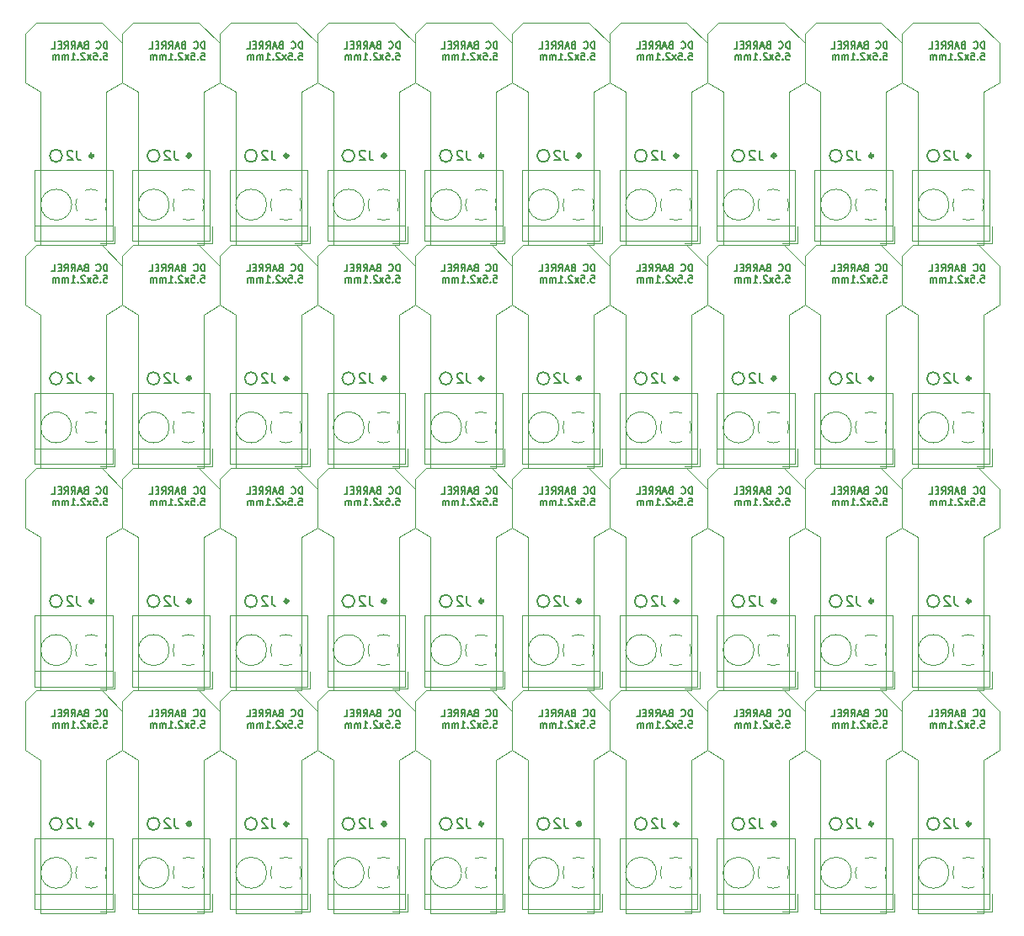
<source format=gbr>
%TF.GenerationSoftware,KiCad,Pcbnew,6.0.11-2627ca5db0~126~ubuntu20.04.1*%
%TF.CreationDate,2024-11-03T19:09:39-05:00*%
%TF.ProjectId,,58585858-5858-4585-9858-585858585858,rev?*%
%TF.SameCoordinates,Original*%
%TF.FileFunction,Legend,Bot*%
%TF.FilePolarity,Positive*%
%FSLAX46Y46*%
G04 Gerber Fmt 4.6, Leading zero omitted, Abs format (unit mm)*
G04 Created by KiCad (PCBNEW 6.0.11-2627ca5db0~126~ubuntu20.04.1) date 2024-11-03 19:09:39*
%MOMM*%
%LPD*%
G01*
G04 APERTURE LIST*
%TA.AperFunction,Profile*%
%ADD10C,0.100000*%
%TD*%
%ADD11C,0.175000*%
%ADD12C,0.358981*%
%ADD13C,0.150000*%
%ADD14C,0.120000*%
G04 APERTURE END LIST*
D10*
X154578000Y-117281000D02*
X161178000Y-117281000D01*
X153478000Y-123281000D02*
X155078000Y-124281000D01*
X161178000Y-117281000D02*
X163278000Y-119381000D01*
X155078000Y-139681000D02*
X161678000Y-139681000D01*
X163278000Y-119381000D02*
X163278000Y-123281000D01*
X153478000Y-118381000D02*
X153478000Y-123281000D01*
X161678000Y-124281000D02*
X163278000Y-123281000D01*
X161678000Y-124281000D02*
X161678000Y-139681000D01*
D11*
X161765000Y-119904166D02*
X161765000Y-119204166D01*
X161598333Y-119204166D01*
X161498333Y-119237500D01*
X161431666Y-119304166D01*
X161398333Y-119370833D01*
X161365000Y-119504166D01*
X161365000Y-119604166D01*
X161398333Y-119737500D01*
X161431666Y-119804166D01*
X161498333Y-119870833D01*
X161598333Y-119904166D01*
X161765000Y-119904166D01*
X160665000Y-119837500D02*
X160698333Y-119870833D01*
X160798333Y-119904166D01*
X160865000Y-119904166D01*
X160965000Y-119870833D01*
X161031666Y-119804166D01*
X161065000Y-119737500D01*
X161098333Y-119604166D01*
X161098333Y-119504166D01*
X161065000Y-119370833D01*
X161031666Y-119304166D01*
X160965000Y-119237500D01*
X160865000Y-119204166D01*
X160798333Y-119204166D01*
X160698333Y-119237500D01*
X160665000Y-119270833D01*
X159598333Y-119537500D02*
X159498333Y-119570833D01*
X159465000Y-119604166D01*
X159431666Y-119670833D01*
X159431666Y-119770833D01*
X159465000Y-119837500D01*
X159498333Y-119870833D01*
X159565000Y-119904166D01*
X159831666Y-119904166D01*
X159831666Y-119204166D01*
X159598333Y-119204166D01*
X159531666Y-119237500D01*
X159498333Y-119270833D01*
X159465000Y-119337500D01*
X159465000Y-119404166D01*
X159498333Y-119470833D01*
X159531666Y-119504166D01*
X159598333Y-119537500D01*
X159831666Y-119537500D01*
X159165000Y-119704166D02*
X158831666Y-119704166D01*
X159231666Y-119904166D02*
X158998333Y-119204166D01*
X158765000Y-119904166D01*
X158131666Y-119904166D02*
X158365000Y-119570833D01*
X158531666Y-119904166D02*
X158531666Y-119204166D01*
X158265000Y-119204166D01*
X158198333Y-119237500D01*
X158165000Y-119270833D01*
X158131666Y-119337500D01*
X158131666Y-119437500D01*
X158165000Y-119504166D01*
X158198333Y-119537500D01*
X158265000Y-119570833D01*
X158531666Y-119570833D01*
X157431666Y-119904166D02*
X157665000Y-119570833D01*
X157831666Y-119904166D02*
X157831666Y-119204166D01*
X157565000Y-119204166D01*
X157498333Y-119237500D01*
X157465000Y-119270833D01*
X157431666Y-119337500D01*
X157431666Y-119437500D01*
X157465000Y-119504166D01*
X157498333Y-119537500D01*
X157565000Y-119570833D01*
X157831666Y-119570833D01*
X157131666Y-119537500D02*
X156898333Y-119537500D01*
X156798333Y-119904166D02*
X157131666Y-119904166D01*
X157131666Y-119204166D01*
X156798333Y-119204166D01*
X156165000Y-119904166D02*
X156498333Y-119904166D01*
X156498333Y-119204166D01*
X161398333Y-120331166D02*
X161731666Y-120331166D01*
X161765000Y-120664500D01*
X161731666Y-120631166D01*
X161665000Y-120597833D01*
X161498333Y-120597833D01*
X161431666Y-120631166D01*
X161398333Y-120664500D01*
X161365000Y-120731166D01*
X161365000Y-120897833D01*
X161398333Y-120964500D01*
X161431666Y-120997833D01*
X161498333Y-121031166D01*
X161665000Y-121031166D01*
X161731666Y-120997833D01*
X161765000Y-120964500D01*
X161065000Y-120964500D02*
X161031666Y-120997833D01*
X161065000Y-121031166D01*
X161098333Y-120997833D01*
X161065000Y-120964500D01*
X161065000Y-121031166D01*
X160398333Y-120331166D02*
X160731666Y-120331166D01*
X160765000Y-120664500D01*
X160731666Y-120631166D01*
X160665000Y-120597833D01*
X160498333Y-120597833D01*
X160431666Y-120631166D01*
X160398333Y-120664500D01*
X160365000Y-120731166D01*
X160365000Y-120897833D01*
X160398333Y-120964500D01*
X160431666Y-120997833D01*
X160498333Y-121031166D01*
X160665000Y-121031166D01*
X160731666Y-120997833D01*
X160765000Y-120964500D01*
X160131666Y-121031166D02*
X159765000Y-120564500D01*
X160131666Y-120564500D02*
X159765000Y-121031166D01*
X159531666Y-120397833D02*
X159498333Y-120364500D01*
X159431666Y-120331166D01*
X159265000Y-120331166D01*
X159198333Y-120364500D01*
X159165000Y-120397833D01*
X159131666Y-120464500D01*
X159131666Y-120531166D01*
X159165000Y-120631166D01*
X159565000Y-121031166D01*
X159131666Y-121031166D01*
X158831666Y-120964500D02*
X158798333Y-120997833D01*
X158831666Y-121031166D01*
X158865000Y-120997833D01*
X158831666Y-120964500D01*
X158831666Y-121031166D01*
X158131666Y-121031166D02*
X158531666Y-121031166D01*
X158331666Y-121031166D02*
X158331666Y-120331166D01*
X158398333Y-120431166D01*
X158465000Y-120497833D01*
X158531666Y-120531166D01*
X157831666Y-121031166D02*
X157831666Y-120564500D01*
X157831666Y-120631166D02*
X157798333Y-120597833D01*
X157731666Y-120564500D01*
X157631666Y-120564500D01*
X157565000Y-120597833D01*
X157531666Y-120664500D01*
X157531666Y-121031166D01*
X157531666Y-120664500D02*
X157498333Y-120597833D01*
X157431666Y-120564500D01*
X157331666Y-120564500D01*
X157265000Y-120597833D01*
X157231666Y-120664500D01*
X157231666Y-121031166D01*
X156898333Y-121031166D02*
X156898333Y-120564500D01*
X156898333Y-120631166D02*
X156865000Y-120597833D01*
X156798333Y-120564500D01*
X156698333Y-120564500D01*
X156631666Y-120597833D01*
X156598333Y-120664500D01*
X156598333Y-121031166D01*
X156598333Y-120664500D02*
X156565000Y-120597833D01*
X156498333Y-120564500D01*
X156398333Y-120564500D01*
X156331666Y-120597833D01*
X156298333Y-120664500D01*
X156298333Y-121031166D01*
D12*
X160337490Y-130692000D02*
G75*
G03*
X160337490Y-130692000I-179490J0D01*
G01*
D10*
X155078000Y-124281000D02*
X155078000Y-139681000D01*
D13*
X157237000Y-130692000D02*
G75*
G03*
X157237000Y-130692000I-635000J0D01*
G01*
D10*
X154578000Y-117281000D02*
X153478000Y-118381000D01*
X144778000Y-117281000D02*
X151378000Y-117281000D01*
X143678000Y-123281000D02*
X145278000Y-124281000D01*
X151378000Y-117281000D02*
X153478000Y-119381000D01*
X145278000Y-139681000D02*
X151878000Y-139681000D01*
X153478000Y-119381000D02*
X153478000Y-123281000D01*
X143678000Y-118381000D02*
X143678000Y-123281000D01*
X151878000Y-124281000D02*
X153478000Y-123281000D01*
X151878000Y-124281000D02*
X151878000Y-139681000D01*
D11*
X151965000Y-119904166D02*
X151965000Y-119204166D01*
X151798333Y-119204166D01*
X151698333Y-119237500D01*
X151631666Y-119304166D01*
X151598333Y-119370833D01*
X151565000Y-119504166D01*
X151565000Y-119604166D01*
X151598333Y-119737500D01*
X151631666Y-119804166D01*
X151698333Y-119870833D01*
X151798333Y-119904166D01*
X151965000Y-119904166D01*
X150865000Y-119837500D02*
X150898333Y-119870833D01*
X150998333Y-119904166D01*
X151065000Y-119904166D01*
X151165000Y-119870833D01*
X151231666Y-119804166D01*
X151265000Y-119737500D01*
X151298333Y-119604166D01*
X151298333Y-119504166D01*
X151265000Y-119370833D01*
X151231666Y-119304166D01*
X151165000Y-119237500D01*
X151065000Y-119204166D01*
X150998333Y-119204166D01*
X150898333Y-119237500D01*
X150865000Y-119270833D01*
X149798333Y-119537500D02*
X149698333Y-119570833D01*
X149665000Y-119604166D01*
X149631666Y-119670833D01*
X149631666Y-119770833D01*
X149665000Y-119837500D01*
X149698333Y-119870833D01*
X149765000Y-119904166D01*
X150031666Y-119904166D01*
X150031666Y-119204166D01*
X149798333Y-119204166D01*
X149731666Y-119237500D01*
X149698333Y-119270833D01*
X149665000Y-119337500D01*
X149665000Y-119404166D01*
X149698333Y-119470833D01*
X149731666Y-119504166D01*
X149798333Y-119537500D01*
X150031666Y-119537500D01*
X149365000Y-119704166D02*
X149031666Y-119704166D01*
X149431666Y-119904166D02*
X149198333Y-119204166D01*
X148965000Y-119904166D01*
X148331666Y-119904166D02*
X148565000Y-119570833D01*
X148731666Y-119904166D02*
X148731666Y-119204166D01*
X148465000Y-119204166D01*
X148398333Y-119237500D01*
X148365000Y-119270833D01*
X148331666Y-119337500D01*
X148331666Y-119437500D01*
X148365000Y-119504166D01*
X148398333Y-119537500D01*
X148465000Y-119570833D01*
X148731666Y-119570833D01*
X147631666Y-119904166D02*
X147865000Y-119570833D01*
X148031666Y-119904166D02*
X148031666Y-119204166D01*
X147765000Y-119204166D01*
X147698333Y-119237500D01*
X147665000Y-119270833D01*
X147631666Y-119337500D01*
X147631666Y-119437500D01*
X147665000Y-119504166D01*
X147698333Y-119537500D01*
X147765000Y-119570833D01*
X148031666Y-119570833D01*
X147331666Y-119537500D02*
X147098333Y-119537500D01*
X146998333Y-119904166D02*
X147331666Y-119904166D01*
X147331666Y-119204166D01*
X146998333Y-119204166D01*
X146365000Y-119904166D02*
X146698333Y-119904166D01*
X146698333Y-119204166D01*
X151598333Y-120331166D02*
X151931666Y-120331166D01*
X151965000Y-120664500D01*
X151931666Y-120631166D01*
X151865000Y-120597833D01*
X151698333Y-120597833D01*
X151631666Y-120631166D01*
X151598333Y-120664500D01*
X151565000Y-120731166D01*
X151565000Y-120897833D01*
X151598333Y-120964500D01*
X151631666Y-120997833D01*
X151698333Y-121031166D01*
X151865000Y-121031166D01*
X151931666Y-120997833D01*
X151965000Y-120964500D01*
X151265000Y-120964500D02*
X151231666Y-120997833D01*
X151265000Y-121031166D01*
X151298333Y-120997833D01*
X151265000Y-120964500D01*
X151265000Y-121031166D01*
X150598333Y-120331166D02*
X150931666Y-120331166D01*
X150965000Y-120664500D01*
X150931666Y-120631166D01*
X150865000Y-120597833D01*
X150698333Y-120597833D01*
X150631666Y-120631166D01*
X150598333Y-120664500D01*
X150565000Y-120731166D01*
X150565000Y-120897833D01*
X150598333Y-120964500D01*
X150631666Y-120997833D01*
X150698333Y-121031166D01*
X150865000Y-121031166D01*
X150931666Y-120997833D01*
X150965000Y-120964500D01*
X150331666Y-121031166D02*
X149965000Y-120564500D01*
X150331666Y-120564500D02*
X149965000Y-121031166D01*
X149731666Y-120397833D02*
X149698333Y-120364500D01*
X149631666Y-120331166D01*
X149465000Y-120331166D01*
X149398333Y-120364500D01*
X149365000Y-120397833D01*
X149331666Y-120464500D01*
X149331666Y-120531166D01*
X149365000Y-120631166D01*
X149765000Y-121031166D01*
X149331666Y-121031166D01*
X149031666Y-120964500D02*
X148998333Y-120997833D01*
X149031666Y-121031166D01*
X149065000Y-120997833D01*
X149031666Y-120964500D01*
X149031666Y-121031166D01*
X148331666Y-121031166D02*
X148731666Y-121031166D01*
X148531666Y-121031166D02*
X148531666Y-120331166D01*
X148598333Y-120431166D01*
X148665000Y-120497833D01*
X148731666Y-120531166D01*
X148031666Y-121031166D02*
X148031666Y-120564500D01*
X148031666Y-120631166D02*
X147998333Y-120597833D01*
X147931666Y-120564500D01*
X147831666Y-120564500D01*
X147765000Y-120597833D01*
X147731666Y-120664500D01*
X147731666Y-121031166D01*
X147731666Y-120664500D02*
X147698333Y-120597833D01*
X147631666Y-120564500D01*
X147531666Y-120564500D01*
X147465000Y-120597833D01*
X147431666Y-120664500D01*
X147431666Y-121031166D01*
X147098333Y-121031166D02*
X147098333Y-120564500D01*
X147098333Y-120631166D02*
X147065000Y-120597833D01*
X146998333Y-120564500D01*
X146898333Y-120564500D01*
X146831666Y-120597833D01*
X146798333Y-120664500D01*
X146798333Y-121031166D01*
X146798333Y-120664500D02*
X146765000Y-120597833D01*
X146698333Y-120564500D01*
X146598333Y-120564500D01*
X146531666Y-120597833D01*
X146498333Y-120664500D01*
X146498333Y-121031166D01*
D12*
X150537490Y-130692000D02*
G75*
G03*
X150537490Y-130692000I-179490J0D01*
G01*
D10*
X145278000Y-124281000D02*
X145278000Y-139681000D01*
D13*
X147437000Y-130692000D02*
G75*
G03*
X147437000Y-130692000I-635000J0D01*
G01*
D10*
X144778000Y-117281000D02*
X143678000Y-118381000D01*
X134978000Y-117281000D02*
X141578000Y-117281000D01*
X133878000Y-123281000D02*
X135478000Y-124281000D01*
X141578000Y-117281000D02*
X143678000Y-119381000D01*
X135478000Y-139681000D02*
X142078000Y-139681000D01*
X143678000Y-119381000D02*
X143678000Y-123281000D01*
X133878000Y-118381000D02*
X133878000Y-123281000D01*
X142078000Y-124281000D02*
X143678000Y-123281000D01*
X142078000Y-124281000D02*
X142078000Y-139681000D01*
D11*
X142165000Y-119904166D02*
X142165000Y-119204166D01*
X141998333Y-119204166D01*
X141898333Y-119237500D01*
X141831666Y-119304166D01*
X141798333Y-119370833D01*
X141765000Y-119504166D01*
X141765000Y-119604166D01*
X141798333Y-119737500D01*
X141831666Y-119804166D01*
X141898333Y-119870833D01*
X141998333Y-119904166D01*
X142165000Y-119904166D01*
X141065000Y-119837500D02*
X141098333Y-119870833D01*
X141198333Y-119904166D01*
X141265000Y-119904166D01*
X141365000Y-119870833D01*
X141431666Y-119804166D01*
X141465000Y-119737500D01*
X141498333Y-119604166D01*
X141498333Y-119504166D01*
X141465000Y-119370833D01*
X141431666Y-119304166D01*
X141365000Y-119237500D01*
X141265000Y-119204166D01*
X141198333Y-119204166D01*
X141098333Y-119237500D01*
X141065000Y-119270833D01*
X139998333Y-119537500D02*
X139898333Y-119570833D01*
X139865000Y-119604166D01*
X139831666Y-119670833D01*
X139831666Y-119770833D01*
X139865000Y-119837500D01*
X139898333Y-119870833D01*
X139965000Y-119904166D01*
X140231666Y-119904166D01*
X140231666Y-119204166D01*
X139998333Y-119204166D01*
X139931666Y-119237500D01*
X139898333Y-119270833D01*
X139865000Y-119337500D01*
X139865000Y-119404166D01*
X139898333Y-119470833D01*
X139931666Y-119504166D01*
X139998333Y-119537500D01*
X140231666Y-119537500D01*
X139565000Y-119704166D02*
X139231666Y-119704166D01*
X139631666Y-119904166D02*
X139398333Y-119204166D01*
X139165000Y-119904166D01*
X138531666Y-119904166D02*
X138765000Y-119570833D01*
X138931666Y-119904166D02*
X138931666Y-119204166D01*
X138665000Y-119204166D01*
X138598333Y-119237500D01*
X138565000Y-119270833D01*
X138531666Y-119337500D01*
X138531666Y-119437500D01*
X138565000Y-119504166D01*
X138598333Y-119537500D01*
X138665000Y-119570833D01*
X138931666Y-119570833D01*
X137831666Y-119904166D02*
X138065000Y-119570833D01*
X138231666Y-119904166D02*
X138231666Y-119204166D01*
X137965000Y-119204166D01*
X137898333Y-119237500D01*
X137865000Y-119270833D01*
X137831666Y-119337500D01*
X137831666Y-119437500D01*
X137865000Y-119504166D01*
X137898333Y-119537500D01*
X137965000Y-119570833D01*
X138231666Y-119570833D01*
X137531666Y-119537500D02*
X137298333Y-119537500D01*
X137198333Y-119904166D02*
X137531666Y-119904166D01*
X137531666Y-119204166D01*
X137198333Y-119204166D01*
X136565000Y-119904166D02*
X136898333Y-119904166D01*
X136898333Y-119204166D01*
X141798333Y-120331166D02*
X142131666Y-120331166D01*
X142165000Y-120664500D01*
X142131666Y-120631166D01*
X142065000Y-120597833D01*
X141898333Y-120597833D01*
X141831666Y-120631166D01*
X141798333Y-120664500D01*
X141765000Y-120731166D01*
X141765000Y-120897833D01*
X141798333Y-120964500D01*
X141831666Y-120997833D01*
X141898333Y-121031166D01*
X142065000Y-121031166D01*
X142131666Y-120997833D01*
X142165000Y-120964500D01*
X141465000Y-120964500D02*
X141431666Y-120997833D01*
X141465000Y-121031166D01*
X141498333Y-120997833D01*
X141465000Y-120964500D01*
X141465000Y-121031166D01*
X140798333Y-120331166D02*
X141131666Y-120331166D01*
X141165000Y-120664500D01*
X141131666Y-120631166D01*
X141065000Y-120597833D01*
X140898333Y-120597833D01*
X140831666Y-120631166D01*
X140798333Y-120664500D01*
X140765000Y-120731166D01*
X140765000Y-120897833D01*
X140798333Y-120964500D01*
X140831666Y-120997833D01*
X140898333Y-121031166D01*
X141065000Y-121031166D01*
X141131666Y-120997833D01*
X141165000Y-120964500D01*
X140531666Y-121031166D02*
X140165000Y-120564500D01*
X140531666Y-120564500D02*
X140165000Y-121031166D01*
X139931666Y-120397833D02*
X139898333Y-120364500D01*
X139831666Y-120331166D01*
X139665000Y-120331166D01*
X139598333Y-120364500D01*
X139565000Y-120397833D01*
X139531666Y-120464500D01*
X139531666Y-120531166D01*
X139565000Y-120631166D01*
X139965000Y-121031166D01*
X139531666Y-121031166D01*
X139231666Y-120964500D02*
X139198333Y-120997833D01*
X139231666Y-121031166D01*
X139265000Y-120997833D01*
X139231666Y-120964500D01*
X139231666Y-121031166D01*
X138531666Y-121031166D02*
X138931666Y-121031166D01*
X138731666Y-121031166D02*
X138731666Y-120331166D01*
X138798333Y-120431166D01*
X138865000Y-120497833D01*
X138931666Y-120531166D01*
X138231666Y-121031166D02*
X138231666Y-120564500D01*
X138231666Y-120631166D02*
X138198333Y-120597833D01*
X138131666Y-120564500D01*
X138031666Y-120564500D01*
X137965000Y-120597833D01*
X137931666Y-120664500D01*
X137931666Y-121031166D01*
X137931666Y-120664500D02*
X137898333Y-120597833D01*
X137831666Y-120564500D01*
X137731666Y-120564500D01*
X137665000Y-120597833D01*
X137631666Y-120664500D01*
X137631666Y-121031166D01*
X137298333Y-121031166D02*
X137298333Y-120564500D01*
X137298333Y-120631166D02*
X137265000Y-120597833D01*
X137198333Y-120564500D01*
X137098333Y-120564500D01*
X137031666Y-120597833D01*
X136998333Y-120664500D01*
X136998333Y-121031166D01*
X136998333Y-120664500D02*
X136965000Y-120597833D01*
X136898333Y-120564500D01*
X136798333Y-120564500D01*
X136731666Y-120597833D01*
X136698333Y-120664500D01*
X136698333Y-121031166D01*
D12*
X140737490Y-130692000D02*
G75*
G03*
X140737490Y-130692000I-179490J0D01*
G01*
D10*
X135478000Y-124281000D02*
X135478000Y-139681000D01*
D13*
X137637000Y-130692000D02*
G75*
G03*
X137637000Y-130692000I-635000J0D01*
G01*
D10*
X134978000Y-117281000D02*
X133878000Y-118381000D01*
X125178000Y-117281000D02*
X131778000Y-117281000D01*
X124078000Y-123281000D02*
X125678000Y-124281000D01*
X131778000Y-117281000D02*
X133878000Y-119381000D01*
X125678000Y-139681000D02*
X132278000Y-139681000D01*
X133878000Y-119381000D02*
X133878000Y-123281000D01*
X124078000Y-118381000D02*
X124078000Y-123281000D01*
X132278000Y-124281000D02*
X133878000Y-123281000D01*
X132278000Y-124281000D02*
X132278000Y-139681000D01*
D11*
X132365000Y-119904166D02*
X132365000Y-119204166D01*
X132198333Y-119204166D01*
X132098333Y-119237500D01*
X132031666Y-119304166D01*
X131998333Y-119370833D01*
X131965000Y-119504166D01*
X131965000Y-119604166D01*
X131998333Y-119737500D01*
X132031666Y-119804166D01*
X132098333Y-119870833D01*
X132198333Y-119904166D01*
X132365000Y-119904166D01*
X131265000Y-119837500D02*
X131298333Y-119870833D01*
X131398333Y-119904166D01*
X131465000Y-119904166D01*
X131565000Y-119870833D01*
X131631666Y-119804166D01*
X131665000Y-119737500D01*
X131698333Y-119604166D01*
X131698333Y-119504166D01*
X131665000Y-119370833D01*
X131631666Y-119304166D01*
X131565000Y-119237500D01*
X131465000Y-119204166D01*
X131398333Y-119204166D01*
X131298333Y-119237500D01*
X131265000Y-119270833D01*
X130198333Y-119537500D02*
X130098333Y-119570833D01*
X130065000Y-119604166D01*
X130031666Y-119670833D01*
X130031666Y-119770833D01*
X130065000Y-119837500D01*
X130098333Y-119870833D01*
X130165000Y-119904166D01*
X130431666Y-119904166D01*
X130431666Y-119204166D01*
X130198333Y-119204166D01*
X130131666Y-119237500D01*
X130098333Y-119270833D01*
X130065000Y-119337500D01*
X130065000Y-119404166D01*
X130098333Y-119470833D01*
X130131666Y-119504166D01*
X130198333Y-119537500D01*
X130431666Y-119537500D01*
X129765000Y-119704166D02*
X129431666Y-119704166D01*
X129831666Y-119904166D02*
X129598333Y-119204166D01*
X129365000Y-119904166D01*
X128731666Y-119904166D02*
X128965000Y-119570833D01*
X129131666Y-119904166D02*
X129131666Y-119204166D01*
X128865000Y-119204166D01*
X128798333Y-119237500D01*
X128765000Y-119270833D01*
X128731666Y-119337500D01*
X128731666Y-119437500D01*
X128765000Y-119504166D01*
X128798333Y-119537500D01*
X128865000Y-119570833D01*
X129131666Y-119570833D01*
X128031666Y-119904166D02*
X128265000Y-119570833D01*
X128431666Y-119904166D02*
X128431666Y-119204166D01*
X128165000Y-119204166D01*
X128098333Y-119237500D01*
X128065000Y-119270833D01*
X128031666Y-119337500D01*
X128031666Y-119437500D01*
X128065000Y-119504166D01*
X128098333Y-119537500D01*
X128165000Y-119570833D01*
X128431666Y-119570833D01*
X127731666Y-119537500D02*
X127498333Y-119537500D01*
X127398333Y-119904166D02*
X127731666Y-119904166D01*
X127731666Y-119204166D01*
X127398333Y-119204166D01*
X126765000Y-119904166D02*
X127098333Y-119904166D01*
X127098333Y-119204166D01*
X131998333Y-120331166D02*
X132331666Y-120331166D01*
X132365000Y-120664500D01*
X132331666Y-120631166D01*
X132265000Y-120597833D01*
X132098333Y-120597833D01*
X132031666Y-120631166D01*
X131998333Y-120664500D01*
X131965000Y-120731166D01*
X131965000Y-120897833D01*
X131998333Y-120964500D01*
X132031666Y-120997833D01*
X132098333Y-121031166D01*
X132265000Y-121031166D01*
X132331666Y-120997833D01*
X132365000Y-120964500D01*
X131665000Y-120964500D02*
X131631666Y-120997833D01*
X131665000Y-121031166D01*
X131698333Y-120997833D01*
X131665000Y-120964500D01*
X131665000Y-121031166D01*
X130998333Y-120331166D02*
X131331666Y-120331166D01*
X131365000Y-120664500D01*
X131331666Y-120631166D01*
X131265000Y-120597833D01*
X131098333Y-120597833D01*
X131031666Y-120631166D01*
X130998333Y-120664500D01*
X130965000Y-120731166D01*
X130965000Y-120897833D01*
X130998333Y-120964500D01*
X131031666Y-120997833D01*
X131098333Y-121031166D01*
X131265000Y-121031166D01*
X131331666Y-120997833D01*
X131365000Y-120964500D01*
X130731666Y-121031166D02*
X130365000Y-120564500D01*
X130731666Y-120564500D02*
X130365000Y-121031166D01*
X130131666Y-120397833D02*
X130098333Y-120364500D01*
X130031666Y-120331166D01*
X129865000Y-120331166D01*
X129798333Y-120364500D01*
X129765000Y-120397833D01*
X129731666Y-120464500D01*
X129731666Y-120531166D01*
X129765000Y-120631166D01*
X130165000Y-121031166D01*
X129731666Y-121031166D01*
X129431666Y-120964500D02*
X129398333Y-120997833D01*
X129431666Y-121031166D01*
X129465000Y-120997833D01*
X129431666Y-120964500D01*
X129431666Y-121031166D01*
X128731666Y-121031166D02*
X129131666Y-121031166D01*
X128931666Y-121031166D02*
X128931666Y-120331166D01*
X128998333Y-120431166D01*
X129065000Y-120497833D01*
X129131666Y-120531166D01*
X128431666Y-121031166D02*
X128431666Y-120564500D01*
X128431666Y-120631166D02*
X128398333Y-120597833D01*
X128331666Y-120564500D01*
X128231666Y-120564500D01*
X128165000Y-120597833D01*
X128131666Y-120664500D01*
X128131666Y-121031166D01*
X128131666Y-120664500D02*
X128098333Y-120597833D01*
X128031666Y-120564500D01*
X127931666Y-120564500D01*
X127865000Y-120597833D01*
X127831666Y-120664500D01*
X127831666Y-121031166D01*
X127498333Y-121031166D02*
X127498333Y-120564500D01*
X127498333Y-120631166D02*
X127465000Y-120597833D01*
X127398333Y-120564500D01*
X127298333Y-120564500D01*
X127231666Y-120597833D01*
X127198333Y-120664500D01*
X127198333Y-121031166D01*
X127198333Y-120664500D02*
X127165000Y-120597833D01*
X127098333Y-120564500D01*
X126998333Y-120564500D01*
X126931666Y-120597833D01*
X126898333Y-120664500D01*
X126898333Y-121031166D01*
D12*
X130937490Y-130692000D02*
G75*
G03*
X130937490Y-130692000I-179490J0D01*
G01*
D10*
X125678000Y-124281000D02*
X125678000Y-139681000D01*
D13*
X127837000Y-130692000D02*
G75*
G03*
X127837000Y-130692000I-635000J0D01*
G01*
D10*
X125178000Y-117281000D02*
X124078000Y-118381000D01*
X115378000Y-117281000D02*
X121978000Y-117281000D01*
X114278000Y-123281000D02*
X115878000Y-124281000D01*
X121978000Y-117281000D02*
X124078000Y-119381000D01*
X115878000Y-139681000D02*
X122478000Y-139681000D01*
X124078000Y-119381000D02*
X124078000Y-123281000D01*
X114278000Y-118381000D02*
X114278000Y-123281000D01*
X122478000Y-124281000D02*
X124078000Y-123281000D01*
X122478000Y-124281000D02*
X122478000Y-139681000D01*
D11*
X122565000Y-119904166D02*
X122565000Y-119204166D01*
X122398333Y-119204166D01*
X122298333Y-119237500D01*
X122231666Y-119304166D01*
X122198333Y-119370833D01*
X122165000Y-119504166D01*
X122165000Y-119604166D01*
X122198333Y-119737500D01*
X122231666Y-119804166D01*
X122298333Y-119870833D01*
X122398333Y-119904166D01*
X122565000Y-119904166D01*
X121465000Y-119837500D02*
X121498333Y-119870833D01*
X121598333Y-119904166D01*
X121665000Y-119904166D01*
X121765000Y-119870833D01*
X121831666Y-119804166D01*
X121865000Y-119737500D01*
X121898333Y-119604166D01*
X121898333Y-119504166D01*
X121865000Y-119370833D01*
X121831666Y-119304166D01*
X121765000Y-119237500D01*
X121665000Y-119204166D01*
X121598333Y-119204166D01*
X121498333Y-119237500D01*
X121465000Y-119270833D01*
X120398333Y-119537500D02*
X120298333Y-119570833D01*
X120265000Y-119604166D01*
X120231666Y-119670833D01*
X120231666Y-119770833D01*
X120265000Y-119837500D01*
X120298333Y-119870833D01*
X120365000Y-119904166D01*
X120631666Y-119904166D01*
X120631666Y-119204166D01*
X120398333Y-119204166D01*
X120331666Y-119237500D01*
X120298333Y-119270833D01*
X120265000Y-119337500D01*
X120265000Y-119404166D01*
X120298333Y-119470833D01*
X120331666Y-119504166D01*
X120398333Y-119537500D01*
X120631666Y-119537500D01*
X119965000Y-119704166D02*
X119631666Y-119704166D01*
X120031666Y-119904166D02*
X119798333Y-119204166D01*
X119565000Y-119904166D01*
X118931666Y-119904166D02*
X119165000Y-119570833D01*
X119331666Y-119904166D02*
X119331666Y-119204166D01*
X119065000Y-119204166D01*
X118998333Y-119237500D01*
X118965000Y-119270833D01*
X118931666Y-119337500D01*
X118931666Y-119437500D01*
X118965000Y-119504166D01*
X118998333Y-119537500D01*
X119065000Y-119570833D01*
X119331666Y-119570833D01*
X118231666Y-119904166D02*
X118465000Y-119570833D01*
X118631666Y-119904166D02*
X118631666Y-119204166D01*
X118365000Y-119204166D01*
X118298333Y-119237500D01*
X118265000Y-119270833D01*
X118231666Y-119337500D01*
X118231666Y-119437500D01*
X118265000Y-119504166D01*
X118298333Y-119537500D01*
X118365000Y-119570833D01*
X118631666Y-119570833D01*
X117931666Y-119537500D02*
X117698333Y-119537500D01*
X117598333Y-119904166D02*
X117931666Y-119904166D01*
X117931666Y-119204166D01*
X117598333Y-119204166D01*
X116965000Y-119904166D02*
X117298333Y-119904166D01*
X117298333Y-119204166D01*
X122198333Y-120331166D02*
X122531666Y-120331166D01*
X122565000Y-120664500D01*
X122531666Y-120631166D01*
X122465000Y-120597833D01*
X122298333Y-120597833D01*
X122231666Y-120631166D01*
X122198333Y-120664500D01*
X122165000Y-120731166D01*
X122165000Y-120897833D01*
X122198333Y-120964500D01*
X122231666Y-120997833D01*
X122298333Y-121031166D01*
X122465000Y-121031166D01*
X122531666Y-120997833D01*
X122565000Y-120964500D01*
X121865000Y-120964500D02*
X121831666Y-120997833D01*
X121865000Y-121031166D01*
X121898333Y-120997833D01*
X121865000Y-120964500D01*
X121865000Y-121031166D01*
X121198333Y-120331166D02*
X121531666Y-120331166D01*
X121565000Y-120664500D01*
X121531666Y-120631166D01*
X121465000Y-120597833D01*
X121298333Y-120597833D01*
X121231666Y-120631166D01*
X121198333Y-120664500D01*
X121165000Y-120731166D01*
X121165000Y-120897833D01*
X121198333Y-120964500D01*
X121231666Y-120997833D01*
X121298333Y-121031166D01*
X121465000Y-121031166D01*
X121531666Y-120997833D01*
X121565000Y-120964500D01*
X120931666Y-121031166D02*
X120565000Y-120564500D01*
X120931666Y-120564500D02*
X120565000Y-121031166D01*
X120331666Y-120397833D02*
X120298333Y-120364500D01*
X120231666Y-120331166D01*
X120065000Y-120331166D01*
X119998333Y-120364500D01*
X119965000Y-120397833D01*
X119931666Y-120464500D01*
X119931666Y-120531166D01*
X119965000Y-120631166D01*
X120365000Y-121031166D01*
X119931666Y-121031166D01*
X119631666Y-120964500D02*
X119598333Y-120997833D01*
X119631666Y-121031166D01*
X119665000Y-120997833D01*
X119631666Y-120964500D01*
X119631666Y-121031166D01*
X118931666Y-121031166D02*
X119331666Y-121031166D01*
X119131666Y-121031166D02*
X119131666Y-120331166D01*
X119198333Y-120431166D01*
X119265000Y-120497833D01*
X119331666Y-120531166D01*
X118631666Y-121031166D02*
X118631666Y-120564500D01*
X118631666Y-120631166D02*
X118598333Y-120597833D01*
X118531666Y-120564500D01*
X118431666Y-120564500D01*
X118365000Y-120597833D01*
X118331666Y-120664500D01*
X118331666Y-121031166D01*
X118331666Y-120664500D02*
X118298333Y-120597833D01*
X118231666Y-120564500D01*
X118131666Y-120564500D01*
X118065000Y-120597833D01*
X118031666Y-120664500D01*
X118031666Y-121031166D01*
X117698333Y-121031166D02*
X117698333Y-120564500D01*
X117698333Y-120631166D02*
X117665000Y-120597833D01*
X117598333Y-120564500D01*
X117498333Y-120564500D01*
X117431666Y-120597833D01*
X117398333Y-120664500D01*
X117398333Y-121031166D01*
X117398333Y-120664500D02*
X117365000Y-120597833D01*
X117298333Y-120564500D01*
X117198333Y-120564500D01*
X117131666Y-120597833D01*
X117098333Y-120664500D01*
X117098333Y-121031166D01*
D12*
X121137490Y-130692000D02*
G75*
G03*
X121137490Y-130692000I-179490J0D01*
G01*
D10*
X115878000Y-124281000D02*
X115878000Y-139681000D01*
D13*
X118037000Y-130692000D02*
G75*
G03*
X118037000Y-130692000I-635000J0D01*
G01*
D10*
X115378000Y-117281000D02*
X114278000Y-118381000D01*
X105578000Y-117281000D02*
X112178000Y-117281000D01*
X104478000Y-123281000D02*
X106078000Y-124281000D01*
X112178000Y-117281000D02*
X114278000Y-119381000D01*
X106078000Y-139681000D02*
X112678000Y-139681000D01*
X114278000Y-119381000D02*
X114278000Y-123281000D01*
X104478000Y-118381000D02*
X104478000Y-123281000D01*
X112678000Y-124281000D02*
X114278000Y-123281000D01*
X112678000Y-124281000D02*
X112678000Y-139681000D01*
D11*
X112765000Y-119904166D02*
X112765000Y-119204166D01*
X112598333Y-119204166D01*
X112498333Y-119237500D01*
X112431666Y-119304166D01*
X112398333Y-119370833D01*
X112365000Y-119504166D01*
X112365000Y-119604166D01*
X112398333Y-119737500D01*
X112431666Y-119804166D01*
X112498333Y-119870833D01*
X112598333Y-119904166D01*
X112765000Y-119904166D01*
X111665000Y-119837500D02*
X111698333Y-119870833D01*
X111798333Y-119904166D01*
X111865000Y-119904166D01*
X111965000Y-119870833D01*
X112031666Y-119804166D01*
X112065000Y-119737500D01*
X112098333Y-119604166D01*
X112098333Y-119504166D01*
X112065000Y-119370833D01*
X112031666Y-119304166D01*
X111965000Y-119237500D01*
X111865000Y-119204166D01*
X111798333Y-119204166D01*
X111698333Y-119237500D01*
X111665000Y-119270833D01*
X110598333Y-119537500D02*
X110498333Y-119570833D01*
X110465000Y-119604166D01*
X110431666Y-119670833D01*
X110431666Y-119770833D01*
X110465000Y-119837500D01*
X110498333Y-119870833D01*
X110565000Y-119904166D01*
X110831666Y-119904166D01*
X110831666Y-119204166D01*
X110598333Y-119204166D01*
X110531666Y-119237500D01*
X110498333Y-119270833D01*
X110465000Y-119337500D01*
X110465000Y-119404166D01*
X110498333Y-119470833D01*
X110531666Y-119504166D01*
X110598333Y-119537500D01*
X110831666Y-119537500D01*
X110165000Y-119704166D02*
X109831666Y-119704166D01*
X110231666Y-119904166D02*
X109998333Y-119204166D01*
X109765000Y-119904166D01*
X109131666Y-119904166D02*
X109365000Y-119570833D01*
X109531666Y-119904166D02*
X109531666Y-119204166D01*
X109265000Y-119204166D01*
X109198333Y-119237500D01*
X109165000Y-119270833D01*
X109131666Y-119337500D01*
X109131666Y-119437500D01*
X109165000Y-119504166D01*
X109198333Y-119537500D01*
X109265000Y-119570833D01*
X109531666Y-119570833D01*
X108431666Y-119904166D02*
X108665000Y-119570833D01*
X108831666Y-119904166D02*
X108831666Y-119204166D01*
X108565000Y-119204166D01*
X108498333Y-119237500D01*
X108465000Y-119270833D01*
X108431666Y-119337500D01*
X108431666Y-119437500D01*
X108465000Y-119504166D01*
X108498333Y-119537500D01*
X108565000Y-119570833D01*
X108831666Y-119570833D01*
X108131666Y-119537500D02*
X107898333Y-119537500D01*
X107798333Y-119904166D02*
X108131666Y-119904166D01*
X108131666Y-119204166D01*
X107798333Y-119204166D01*
X107165000Y-119904166D02*
X107498333Y-119904166D01*
X107498333Y-119204166D01*
X112398333Y-120331166D02*
X112731666Y-120331166D01*
X112765000Y-120664500D01*
X112731666Y-120631166D01*
X112665000Y-120597833D01*
X112498333Y-120597833D01*
X112431666Y-120631166D01*
X112398333Y-120664500D01*
X112365000Y-120731166D01*
X112365000Y-120897833D01*
X112398333Y-120964500D01*
X112431666Y-120997833D01*
X112498333Y-121031166D01*
X112665000Y-121031166D01*
X112731666Y-120997833D01*
X112765000Y-120964500D01*
X112065000Y-120964500D02*
X112031666Y-120997833D01*
X112065000Y-121031166D01*
X112098333Y-120997833D01*
X112065000Y-120964500D01*
X112065000Y-121031166D01*
X111398333Y-120331166D02*
X111731666Y-120331166D01*
X111765000Y-120664500D01*
X111731666Y-120631166D01*
X111665000Y-120597833D01*
X111498333Y-120597833D01*
X111431666Y-120631166D01*
X111398333Y-120664500D01*
X111365000Y-120731166D01*
X111365000Y-120897833D01*
X111398333Y-120964500D01*
X111431666Y-120997833D01*
X111498333Y-121031166D01*
X111665000Y-121031166D01*
X111731666Y-120997833D01*
X111765000Y-120964500D01*
X111131666Y-121031166D02*
X110765000Y-120564500D01*
X111131666Y-120564500D02*
X110765000Y-121031166D01*
X110531666Y-120397833D02*
X110498333Y-120364500D01*
X110431666Y-120331166D01*
X110265000Y-120331166D01*
X110198333Y-120364500D01*
X110165000Y-120397833D01*
X110131666Y-120464500D01*
X110131666Y-120531166D01*
X110165000Y-120631166D01*
X110565000Y-121031166D01*
X110131666Y-121031166D01*
X109831666Y-120964500D02*
X109798333Y-120997833D01*
X109831666Y-121031166D01*
X109865000Y-120997833D01*
X109831666Y-120964500D01*
X109831666Y-121031166D01*
X109131666Y-121031166D02*
X109531666Y-121031166D01*
X109331666Y-121031166D02*
X109331666Y-120331166D01*
X109398333Y-120431166D01*
X109465000Y-120497833D01*
X109531666Y-120531166D01*
X108831666Y-121031166D02*
X108831666Y-120564500D01*
X108831666Y-120631166D02*
X108798333Y-120597833D01*
X108731666Y-120564500D01*
X108631666Y-120564500D01*
X108565000Y-120597833D01*
X108531666Y-120664500D01*
X108531666Y-121031166D01*
X108531666Y-120664500D02*
X108498333Y-120597833D01*
X108431666Y-120564500D01*
X108331666Y-120564500D01*
X108265000Y-120597833D01*
X108231666Y-120664500D01*
X108231666Y-121031166D01*
X107898333Y-121031166D02*
X107898333Y-120564500D01*
X107898333Y-120631166D02*
X107865000Y-120597833D01*
X107798333Y-120564500D01*
X107698333Y-120564500D01*
X107631666Y-120597833D01*
X107598333Y-120664500D01*
X107598333Y-121031166D01*
X107598333Y-120664500D02*
X107565000Y-120597833D01*
X107498333Y-120564500D01*
X107398333Y-120564500D01*
X107331666Y-120597833D01*
X107298333Y-120664500D01*
X107298333Y-121031166D01*
D12*
X111337490Y-130692000D02*
G75*
G03*
X111337490Y-130692000I-179490J0D01*
G01*
D10*
X106078000Y-124281000D02*
X106078000Y-139681000D01*
D13*
X108237000Y-130692000D02*
G75*
G03*
X108237000Y-130692000I-635000J0D01*
G01*
D10*
X105578000Y-117281000D02*
X104478000Y-118381000D01*
X95778000Y-117281000D02*
X102378000Y-117281000D01*
X94678000Y-123281000D02*
X96278000Y-124281000D01*
X102378000Y-117281000D02*
X104478000Y-119381000D01*
X96278000Y-139681000D02*
X102878000Y-139681000D01*
X104478000Y-119381000D02*
X104478000Y-123281000D01*
X94678000Y-118381000D02*
X94678000Y-123281000D01*
X102878000Y-124281000D02*
X104478000Y-123281000D01*
X102878000Y-124281000D02*
X102878000Y-139681000D01*
D11*
X102965000Y-119904166D02*
X102965000Y-119204166D01*
X102798333Y-119204166D01*
X102698333Y-119237500D01*
X102631666Y-119304166D01*
X102598333Y-119370833D01*
X102565000Y-119504166D01*
X102565000Y-119604166D01*
X102598333Y-119737500D01*
X102631666Y-119804166D01*
X102698333Y-119870833D01*
X102798333Y-119904166D01*
X102965000Y-119904166D01*
X101865000Y-119837500D02*
X101898333Y-119870833D01*
X101998333Y-119904166D01*
X102065000Y-119904166D01*
X102165000Y-119870833D01*
X102231666Y-119804166D01*
X102265000Y-119737500D01*
X102298333Y-119604166D01*
X102298333Y-119504166D01*
X102265000Y-119370833D01*
X102231666Y-119304166D01*
X102165000Y-119237500D01*
X102065000Y-119204166D01*
X101998333Y-119204166D01*
X101898333Y-119237500D01*
X101865000Y-119270833D01*
X100798333Y-119537500D02*
X100698333Y-119570833D01*
X100665000Y-119604166D01*
X100631666Y-119670833D01*
X100631666Y-119770833D01*
X100665000Y-119837500D01*
X100698333Y-119870833D01*
X100765000Y-119904166D01*
X101031666Y-119904166D01*
X101031666Y-119204166D01*
X100798333Y-119204166D01*
X100731666Y-119237500D01*
X100698333Y-119270833D01*
X100665000Y-119337500D01*
X100665000Y-119404166D01*
X100698333Y-119470833D01*
X100731666Y-119504166D01*
X100798333Y-119537500D01*
X101031666Y-119537500D01*
X100365000Y-119704166D02*
X100031666Y-119704166D01*
X100431666Y-119904166D02*
X100198333Y-119204166D01*
X99965000Y-119904166D01*
X99331666Y-119904166D02*
X99565000Y-119570833D01*
X99731666Y-119904166D02*
X99731666Y-119204166D01*
X99465000Y-119204166D01*
X99398333Y-119237500D01*
X99365000Y-119270833D01*
X99331666Y-119337500D01*
X99331666Y-119437500D01*
X99365000Y-119504166D01*
X99398333Y-119537500D01*
X99465000Y-119570833D01*
X99731666Y-119570833D01*
X98631666Y-119904166D02*
X98865000Y-119570833D01*
X99031666Y-119904166D02*
X99031666Y-119204166D01*
X98765000Y-119204166D01*
X98698333Y-119237500D01*
X98665000Y-119270833D01*
X98631666Y-119337500D01*
X98631666Y-119437500D01*
X98665000Y-119504166D01*
X98698333Y-119537500D01*
X98765000Y-119570833D01*
X99031666Y-119570833D01*
X98331666Y-119537500D02*
X98098333Y-119537500D01*
X97998333Y-119904166D02*
X98331666Y-119904166D01*
X98331666Y-119204166D01*
X97998333Y-119204166D01*
X97365000Y-119904166D02*
X97698333Y-119904166D01*
X97698333Y-119204166D01*
X102598333Y-120331166D02*
X102931666Y-120331166D01*
X102965000Y-120664500D01*
X102931666Y-120631166D01*
X102865000Y-120597833D01*
X102698333Y-120597833D01*
X102631666Y-120631166D01*
X102598333Y-120664500D01*
X102565000Y-120731166D01*
X102565000Y-120897833D01*
X102598333Y-120964500D01*
X102631666Y-120997833D01*
X102698333Y-121031166D01*
X102865000Y-121031166D01*
X102931666Y-120997833D01*
X102965000Y-120964500D01*
X102265000Y-120964500D02*
X102231666Y-120997833D01*
X102265000Y-121031166D01*
X102298333Y-120997833D01*
X102265000Y-120964500D01*
X102265000Y-121031166D01*
X101598333Y-120331166D02*
X101931666Y-120331166D01*
X101965000Y-120664500D01*
X101931666Y-120631166D01*
X101865000Y-120597833D01*
X101698333Y-120597833D01*
X101631666Y-120631166D01*
X101598333Y-120664500D01*
X101565000Y-120731166D01*
X101565000Y-120897833D01*
X101598333Y-120964500D01*
X101631666Y-120997833D01*
X101698333Y-121031166D01*
X101865000Y-121031166D01*
X101931666Y-120997833D01*
X101965000Y-120964500D01*
X101331666Y-121031166D02*
X100965000Y-120564500D01*
X101331666Y-120564500D02*
X100965000Y-121031166D01*
X100731666Y-120397833D02*
X100698333Y-120364500D01*
X100631666Y-120331166D01*
X100465000Y-120331166D01*
X100398333Y-120364500D01*
X100365000Y-120397833D01*
X100331666Y-120464500D01*
X100331666Y-120531166D01*
X100365000Y-120631166D01*
X100765000Y-121031166D01*
X100331666Y-121031166D01*
X100031666Y-120964500D02*
X99998333Y-120997833D01*
X100031666Y-121031166D01*
X100065000Y-120997833D01*
X100031666Y-120964500D01*
X100031666Y-121031166D01*
X99331666Y-121031166D02*
X99731666Y-121031166D01*
X99531666Y-121031166D02*
X99531666Y-120331166D01*
X99598333Y-120431166D01*
X99665000Y-120497833D01*
X99731666Y-120531166D01*
X99031666Y-121031166D02*
X99031666Y-120564500D01*
X99031666Y-120631166D02*
X98998333Y-120597833D01*
X98931666Y-120564500D01*
X98831666Y-120564500D01*
X98765000Y-120597833D01*
X98731666Y-120664500D01*
X98731666Y-121031166D01*
X98731666Y-120664500D02*
X98698333Y-120597833D01*
X98631666Y-120564500D01*
X98531666Y-120564500D01*
X98465000Y-120597833D01*
X98431666Y-120664500D01*
X98431666Y-121031166D01*
X98098333Y-121031166D02*
X98098333Y-120564500D01*
X98098333Y-120631166D02*
X98065000Y-120597833D01*
X97998333Y-120564500D01*
X97898333Y-120564500D01*
X97831666Y-120597833D01*
X97798333Y-120664500D01*
X97798333Y-121031166D01*
X97798333Y-120664500D02*
X97765000Y-120597833D01*
X97698333Y-120564500D01*
X97598333Y-120564500D01*
X97531666Y-120597833D01*
X97498333Y-120664500D01*
X97498333Y-121031166D01*
D12*
X101537490Y-130692000D02*
G75*
G03*
X101537490Y-130692000I-179490J0D01*
G01*
D10*
X96278000Y-124281000D02*
X96278000Y-139681000D01*
D13*
X98437000Y-130692000D02*
G75*
G03*
X98437000Y-130692000I-635000J0D01*
G01*
D10*
X95778000Y-117281000D02*
X94678000Y-118381000D01*
X85978000Y-117281000D02*
X92578000Y-117281000D01*
X84878000Y-123281000D02*
X86478000Y-124281000D01*
X92578000Y-117281000D02*
X94678000Y-119381000D01*
X86478000Y-139681000D02*
X93078000Y-139681000D01*
X94678000Y-119381000D02*
X94678000Y-123281000D01*
X84878000Y-118381000D02*
X84878000Y-123281000D01*
X93078000Y-124281000D02*
X94678000Y-123281000D01*
X93078000Y-124281000D02*
X93078000Y-139681000D01*
D11*
X93165000Y-119904166D02*
X93165000Y-119204166D01*
X92998333Y-119204166D01*
X92898333Y-119237500D01*
X92831666Y-119304166D01*
X92798333Y-119370833D01*
X92765000Y-119504166D01*
X92765000Y-119604166D01*
X92798333Y-119737500D01*
X92831666Y-119804166D01*
X92898333Y-119870833D01*
X92998333Y-119904166D01*
X93165000Y-119904166D01*
X92065000Y-119837500D02*
X92098333Y-119870833D01*
X92198333Y-119904166D01*
X92265000Y-119904166D01*
X92365000Y-119870833D01*
X92431666Y-119804166D01*
X92465000Y-119737500D01*
X92498333Y-119604166D01*
X92498333Y-119504166D01*
X92465000Y-119370833D01*
X92431666Y-119304166D01*
X92365000Y-119237500D01*
X92265000Y-119204166D01*
X92198333Y-119204166D01*
X92098333Y-119237500D01*
X92065000Y-119270833D01*
X90998333Y-119537500D02*
X90898333Y-119570833D01*
X90865000Y-119604166D01*
X90831666Y-119670833D01*
X90831666Y-119770833D01*
X90865000Y-119837500D01*
X90898333Y-119870833D01*
X90965000Y-119904166D01*
X91231666Y-119904166D01*
X91231666Y-119204166D01*
X90998333Y-119204166D01*
X90931666Y-119237500D01*
X90898333Y-119270833D01*
X90865000Y-119337500D01*
X90865000Y-119404166D01*
X90898333Y-119470833D01*
X90931666Y-119504166D01*
X90998333Y-119537500D01*
X91231666Y-119537500D01*
X90565000Y-119704166D02*
X90231666Y-119704166D01*
X90631666Y-119904166D02*
X90398333Y-119204166D01*
X90165000Y-119904166D01*
X89531666Y-119904166D02*
X89765000Y-119570833D01*
X89931666Y-119904166D02*
X89931666Y-119204166D01*
X89665000Y-119204166D01*
X89598333Y-119237500D01*
X89565000Y-119270833D01*
X89531666Y-119337500D01*
X89531666Y-119437500D01*
X89565000Y-119504166D01*
X89598333Y-119537500D01*
X89665000Y-119570833D01*
X89931666Y-119570833D01*
X88831666Y-119904166D02*
X89065000Y-119570833D01*
X89231666Y-119904166D02*
X89231666Y-119204166D01*
X88965000Y-119204166D01*
X88898333Y-119237500D01*
X88865000Y-119270833D01*
X88831666Y-119337500D01*
X88831666Y-119437500D01*
X88865000Y-119504166D01*
X88898333Y-119537500D01*
X88965000Y-119570833D01*
X89231666Y-119570833D01*
X88531666Y-119537500D02*
X88298333Y-119537500D01*
X88198333Y-119904166D02*
X88531666Y-119904166D01*
X88531666Y-119204166D01*
X88198333Y-119204166D01*
X87565000Y-119904166D02*
X87898333Y-119904166D01*
X87898333Y-119204166D01*
X92798333Y-120331166D02*
X93131666Y-120331166D01*
X93165000Y-120664500D01*
X93131666Y-120631166D01*
X93065000Y-120597833D01*
X92898333Y-120597833D01*
X92831666Y-120631166D01*
X92798333Y-120664500D01*
X92765000Y-120731166D01*
X92765000Y-120897833D01*
X92798333Y-120964500D01*
X92831666Y-120997833D01*
X92898333Y-121031166D01*
X93065000Y-121031166D01*
X93131666Y-120997833D01*
X93165000Y-120964500D01*
X92465000Y-120964500D02*
X92431666Y-120997833D01*
X92465000Y-121031166D01*
X92498333Y-120997833D01*
X92465000Y-120964500D01*
X92465000Y-121031166D01*
X91798333Y-120331166D02*
X92131666Y-120331166D01*
X92165000Y-120664500D01*
X92131666Y-120631166D01*
X92065000Y-120597833D01*
X91898333Y-120597833D01*
X91831666Y-120631166D01*
X91798333Y-120664500D01*
X91765000Y-120731166D01*
X91765000Y-120897833D01*
X91798333Y-120964500D01*
X91831666Y-120997833D01*
X91898333Y-121031166D01*
X92065000Y-121031166D01*
X92131666Y-120997833D01*
X92165000Y-120964500D01*
X91531666Y-121031166D02*
X91165000Y-120564500D01*
X91531666Y-120564500D02*
X91165000Y-121031166D01*
X90931666Y-120397833D02*
X90898333Y-120364500D01*
X90831666Y-120331166D01*
X90665000Y-120331166D01*
X90598333Y-120364500D01*
X90565000Y-120397833D01*
X90531666Y-120464500D01*
X90531666Y-120531166D01*
X90565000Y-120631166D01*
X90965000Y-121031166D01*
X90531666Y-121031166D01*
X90231666Y-120964500D02*
X90198333Y-120997833D01*
X90231666Y-121031166D01*
X90265000Y-120997833D01*
X90231666Y-120964500D01*
X90231666Y-121031166D01*
X89531666Y-121031166D02*
X89931666Y-121031166D01*
X89731666Y-121031166D02*
X89731666Y-120331166D01*
X89798333Y-120431166D01*
X89865000Y-120497833D01*
X89931666Y-120531166D01*
X89231666Y-121031166D02*
X89231666Y-120564500D01*
X89231666Y-120631166D02*
X89198333Y-120597833D01*
X89131666Y-120564500D01*
X89031666Y-120564500D01*
X88965000Y-120597833D01*
X88931666Y-120664500D01*
X88931666Y-121031166D01*
X88931666Y-120664500D02*
X88898333Y-120597833D01*
X88831666Y-120564500D01*
X88731666Y-120564500D01*
X88665000Y-120597833D01*
X88631666Y-120664500D01*
X88631666Y-121031166D01*
X88298333Y-121031166D02*
X88298333Y-120564500D01*
X88298333Y-120631166D02*
X88265000Y-120597833D01*
X88198333Y-120564500D01*
X88098333Y-120564500D01*
X88031666Y-120597833D01*
X87998333Y-120664500D01*
X87998333Y-121031166D01*
X87998333Y-120664500D02*
X87965000Y-120597833D01*
X87898333Y-120564500D01*
X87798333Y-120564500D01*
X87731666Y-120597833D01*
X87698333Y-120664500D01*
X87698333Y-121031166D01*
D12*
X91737490Y-130692000D02*
G75*
G03*
X91737490Y-130692000I-179490J0D01*
G01*
D10*
X86478000Y-124281000D02*
X86478000Y-139681000D01*
D13*
X88637000Y-130692000D02*
G75*
G03*
X88637000Y-130692000I-635000J0D01*
G01*
D10*
X85978000Y-117281000D02*
X84878000Y-118381000D01*
X76178000Y-117281000D02*
X82778000Y-117281000D01*
X75078000Y-123281000D02*
X76678000Y-124281000D01*
X82778000Y-117281000D02*
X84878000Y-119381000D01*
X76678000Y-139681000D02*
X83278000Y-139681000D01*
X84878000Y-119381000D02*
X84878000Y-123281000D01*
X75078000Y-118381000D02*
X75078000Y-123281000D01*
X83278000Y-124281000D02*
X84878000Y-123281000D01*
X83278000Y-124281000D02*
X83278000Y-139681000D01*
D11*
X83365000Y-119904166D02*
X83365000Y-119204166D01*
X83198333Y-119204166D01*
X83098333Y-119237500D01*
X83031666Y-119304166D01*
X82998333Y-119370833D01*
X82965000Y-119504166D01*
X82965000Y-119604166D01*
X82998333Y-119737500D01*
X83031666Y-119804166D01*
X83098333Y-119870833D01*
X83198333Y-119904166D01*
X83365000Y-119904166D01*
X82265000Y-119837500D02*
X82298333Y-119870833D01*
X82398333Y-119904166D01*
X82465000Y-119904166D01*
X82565000Y-119870833D01*
X82631666Y-119804166D01*
X82665000Y-119737500D01*
X82698333Y-119604166D01*
X82698333Y-119504166D01*
X82665000Y-119370833D01*
X82631666Y-119304166D01*
X82565000Y-119237500D01*
X82465000Y-119204166D01*
X82398333Y-119204166D01*
X82298333Y-119237500D01*
X82265000Y-119270833D01*
X81198333Y-119537500D02*
X81098333Y-119570833D01*
X81065000Y-119604166D01*
X81031666Y-119670833D01*
X81031666Y-119770833D01*
X81065000Y-119837500D01*
X81098333Y-119870833D01*
X81165000Y-119904166D01*
X81431666Y-119904166D01*
X81431666Y-119204166D01*
X81198333Y-119204166D01*
X81131666Y-119237500D01*
X81098333Y-119270833D01*
X81065000Y-119337500D01*
X81065000Y-119404166D01*
X81098333Y-119470833D01*
X81131666Y-119504166D01*
X81198333Y-119537500D01*
X81431666Y-119537500D01*
X80765000Y-119704166D02*
X80431666Y-119704166D01*
X80831666Y-119904166D02*
X80598333Y-119204166D01*
X80365000Y-119904166D01*
X79731666Y-119904166D02*
X79965000Y-119570833D01*
X80131666Y-119904166D02*
X80131666Y-119204166D01*
X79865000Y-119204166D01*
X79798333Y-119237500D01*
X79765000Y-119270833D01*
X79731666Y-119337500D01*
X79731666Y-119437500D01*
X79765000Y-119504166D01*
X79798333Y-119537500D01*
X79865000Y-119570833D01*
X80131666Y-119570833D01*
X79031666Y-119904166D02*
X79265000Y-119570833D01*
X79431666Y-119904166D02*
X79431666Y-119204166D01*
X79165000Y-119204166D01*
X79098333Y-119237500D01*
X79065000Y-119270833D01*
X79031666Y-119337500D01*
X79031666Y-119437500D01*
X79065000Y-119504166D01*
X79098333Y-119537500D01*
X79165000Y-119570833D01*
X79431666Y-119570833D01*
X78731666Y-119537500D02*
X78498333Y-119537500D01*
X78398333Y-119904166D02*
X78731666Y-119904166D01*
X78731666Y-119204166D01*
X78398333Y-119204166D01*
X77765000Y-119904166D02*
X78098333Y-119904166D01*
X78098333Y-119204166D01*
X82998333Y-120331166D02*
X83331666Y-120331166D01*
X83365000Y-120664500D01*
X83331666Y-120631166D01*
X83265000Y-120597833D01*
X83098333Y-120597833D01*
X83031666Y-120631166D01*
X82998333Y-120664500D01*
X82965000Y-120731166D01*
X82965000Y-120897833D01*
X82998333Y-120964500D01*
X83031666Y-120997833D01*
X83098333Y-121031166D01*
X83265000Y-121031166D01*
X83331666Y-120997833D01*
X83365000Y-120964500D01*
X82665000Y-120964500D02*
X82631666Y-120997833D01*
X82665000Y-121031166D01*
X82698333Y-120997833D01*
X82665000Y-120964500D01*
X82665000Y-121031166D01*
X81998333Y-120331166D02*
X82331666Y-120331166D01*
X82365000Y-120664500D01*
X82331666Y-120631166D01*
X82265000Y-120597833D01*
X82098333Y-120597833D01*
X82031666Y-120631166D01*
X81998333Y-120664500D01*
X81965000Y-120731166D01*
X81965000Y-120897833D01*
X81998333Y-120964500D01*
X82031666Y-120997833D01*
X82098333Y-121031166D01*
X82265000Y-121031166D01*
X82331666Y-120997833D01*
X82365000Y-120964500D01*
X81731666Y-121031166D02*
X81365000Y-120564500D01*
X81731666Y-120564500D02*
X81365000Y-121031166D01*
X81131666Y-120397833D02*
X81098333Y-120364500D01*
X81031666Y-120331166D01*
X80865000Y-120331166D01*
X80798333Y-120364500D01*
X80765000Y-120397833D01*
X80731666Y-120464500D01*
X80731666Y-120531166D01*
X80765000Y-120631166D01*
X81165000Y-121031166D01*
X80731666Y-121031166D01*
X80431666Y-120964500D02*
X80398333Y-120997833D01*
X80431666Y-121031166D01*
X80465000Y-120997833D01*
X80431666Y-120964500D01*
X80431666Y-121031166D01*
X79731666Y-121031166D02*
X80131666Y-121031166D01*
X79931666Y-121031166D02*
X79931666Y-120331166D01*
X79998333Y-120431166D01*
X80065000Y-120497833D01*
X80131666Y-120531166D01*
X79431666Y-121031166D02*
X79431666Y-120564500D01*
X79431666Y-120631166D02*
X79398333Y-120597833D01*
X79331666Y-120564500D01*
X79231666Y-120564500D01*
X79165000Y-120597833D01*
X79131666Y-120664500D01*
X79131666Y-121031166D01*
X79131666Y-120664500D02*
X79098333Y-120597833D01*
X79031666Y-120564500D01*
X78931666Y-120564500D01*
X78865000Y-120597833D01*
X78831666Y-120664500D01*
X78831666Y-121031166D01*
X78498333Y-121031166D02*
X78498333Y-120564500D01*
X78498333Y-120631166D02*
X78465000Y-120597833D01*
X78398333Y-120564500D01*
X78298333Y-120564500D01*
X78231666Y-120597833D01*
X78198333Y-120664500D01*
X78198333Y-121031166D01*
X78198333Y-120664500D02*
X78165000Y-120597833D01*
X78098333Y-120564500D01*
X77998333Y-120564500D01*
X77931666Y-120597833D01*
X77898333Y-120664500D01*
X77898333Y-121031166D01*
D12*
X81937490Y-130692000D02*
G75*
G03*
X81937490Y-130692000I-179490J0D01*
G01*
D10*
X76678000Y-124281000D02*
X76678000Y-139681000D01*
D13*
X78837000Y-130692000D02*
G75*
G03*
X78837000Y-130692000I-635000J0D01*
G01*
D10*
X76178000Y-117281000D02*
X75078000Y-118381000D01*
X66378000Y-117281000D02*
X72978000Y-117281000D01*
X65278000Y-123281000D02*
X66878000Y-124281000D01*
X72978000Y-117281000D02*
X75078000Y-119381000D01*
X66878000Y-139681000D02*
X73478000Y-139681000D01*
X75078000Y-119381000D02*
X75078000Y-123281000D01*
X65278000Y-118381000D02*
X65278000Y-123281000D01*
X73478000Y-124281000D02*
X75078000Y-123281000D01*
X73478000Y-124281000D02*
X73478000Y-139681000D01*
D11*
X73565000Y-119904166D02*
X73565000Y-119204166D01*
X73398333Y-119204166D01*
X73298333Y-119237500D01*
X73231666Y-119304166D01*
X73198333Y-119370833D01*
X73165000Y-119504166D01*
X73165000Y-119604166D01*
X73198333Y-119737500D01*
X73231666Y-119804166D01*
X73298333Y-119870833D01*
X73398333Y-119904166D01*
X73565000Y-119904166D01*
X72465000Y-119837500D02*
X72498333Y-119870833D01*
X72598333Y-119904166D01*
X72665000Y-119904166D01*
X72765000Y-119870833D01*
X72831666Y-119804166D01*
X72865000Y-119737500D01*
X72898333Y-119604166D01*
X72898333Y-119504166D01*
X72865000Y-119370833D01*
X72831666Y-119304166D01*
X72765000Y-119237500D01*
X72665000Y-119204166D01*
X72598333Y-119204166D01*
X72498333Y-119237500D01*
X72465000Y-119270833D01*
X71398333Y-119537500D02*
X71298333Y-119570833D01*
X71265000Y-119604166D01*
X71231666Y-119670833D01*
X71231666Y-119770833D01*
X71265000Y-119837500D01*
X71298333Y-119870833D01*
X71365000Y-119904166D01*
X71631666Y-119904166D01*
X71631666Y-119204166D01*
X71398333Y-119204166D01*
X71331666Y-119237500D01*
X71298333Y-119270833D01*
X71265000Y-119337500D01*
X71265000Y-119404166D01*
X71298333Y-119470833D01*
X71331666Y-119504166D01*
X71398333Y-119537500D01*
X71631666Y-119537500D01*
X70965000Y-119704166D02*
X70631666Y-119704166D01*
X71031666Y-119904166D02*
X70798333Y-119204166D01*
X70565000Y-119904166D01*
X69931666Y-119904166D02*
X70165000Y-119570833D01*
X70331666Y-119904166D02*
X70331666Y-119204166D01*
X70065000Y-119204166D01*
X69998333Y-119237500D01*
X69965000Y-119270833D01*
X69931666Y-119337500D01*
X69931666Y-119437500D01*
X69965000Y-119504166D01*
X69998333Y-119537500D01*
X70065000Y-119570833D01*
X70331666Y-119570833D01*
X69231666Y-119904166D02*
X69465000Y-119570833D01*
X69631666Y-119904166D02*
X69631666Y-119204166D01*
X69365000Y-119204166D01*
X69298333Y-119237500D01*
X69265000Y-119270833D01*
X69231666Y-119337500D01*
X69231666Y-119437500D01*
X69265000Y-119504166D01*
X69298333Y-119537500D01*
X69365000Y-119570833D01*
X69631666Y-119570833D01*
X68931666Y-119537500D02*
X68698333Y-119537500D01*
X68598333Y-119904166D02*
X68931666Y-119904166D01*
X68931666Y-119204166D01*
X68598333Y-119204166D01*
X67965000Y-119904166D02*
X68298333Y-119904166D01*
X68298333Y-119204166D01*
X73198333Y-120331166D02*
X73531666Y-120331166D01*
X73565000Y-120664500D01*
X73531666Y-120631166D01*
X73465000Y-120597833D01*
X73298333Y-120597833D01*
X73231666Y-120631166D01*
X73198333Y-120664500D01*
X73165000Y-120731166D01*
X73165000Y-120897833D01*
X73198333Y-120964500D01*
X73231666Y-120997833D01*
X73298333Y-121031166D01*
X73465000Y-121031166D01*
X73531666Y-120997833D01*
X73565000Y-120964500D01*
X72865000Y-120964500D02*
X72831666Y-120997833D01*
X72865000Y-121031166D01*
X72898333Y-120997833D01*
X72865000Y-120964500D01*
X72865000Y-121031166D01*
X72198333Y-120331166D02*
X72531666Y-120331166D01*
X72565000Y-120664500D01*
X72531666Y-120631166D01*
X72465000Y-120597833D01*
X72298333Y-120597833D01*
X72231666Y-120631166D01*
X72198333Y-120664500D01*
X72165000Y-120731166D01*
X72165000Y-120897833D01*
X72198333Y-120964500D01*
X72231666Y-120997833D01*
X72298333Y-121031166D01*
X72465000Y-121031166D01*
X72531666Y-120997833D01*
X72565000Y-120964500D01*
X71931666Y-121031166D02*
X71565000Y-120564500D01*
X71931666Y-120564500D02*
X71565000Y-121031166D01*
X71331666Y-120397833D02*
X71298333Y-120364500D01*
X71231666Y-120331166D01*
X71065000Y-120331166D01*
X70998333Y-120364500D01*
X70965000Y-120397833D01*
X70931666Y-120464500D01*
X70931666Y-120531166D01*
X70965000Y-120631166D01*
X71365000Y-121031166D01*
X70931666Y-121031166D01*
X70631666Y-120964500D02*
X70598333Y-120997833D01*
X70631666Y-121031166D01*
X70665000Y-120997833D01*
X70631666Y-120964500D01*
X70631666Y-121031166D01*
X69931666Y-121031166D02*
X70331666Y-121031166D01*
X70131666Y-121031166D02*
X70131666Y-120331166D01*
X70198333Y-120431166D01*
X70265000Y-120497833D01*
X70331666Y-120531166D01*
X69631666Y-121031166D02*
X69631666Y-120564500D01*
X69631666Y-120631166D02*
X69598333Y-120597833D01*
X69531666Y-120564500D01*
X69431666Y-120564500D01*
X69365000Y-120597833D01*
X69331666Y-120664500D01*
X69331666Y-121031166D01*
X69331666Y-120664500D02*
X69298333Y-120597833D01*
X69231666Y-120564500D01*
X69131666Y-120564500D01*
X69065000Y-120597833D01*
X69031666Y-120664500D01*
X69031666Y-121031166D01*
X68698333Y-121031166D02*
X68698333Y-120564500D01*
X68698333Y-120631166D02*
X68665000Y-120597833D01*
X68598333Y-120564500D01*
X68498333Y-120564500D01*
X68431666Y-120597833D01*
X68398333Y-120664500D01*
X68398333Y-121031166D01*
X68398333Y-120664500D02*
X68365000Y-120597833D01*
X68298333Y-120564500D01*
X68198333Y-120564500D01*
X68131666Y-120597833D01*
X68098333Y-120664500D01*
X68098333Y-121031166D01*
D12*
X72137490Y-130692000D02*
G75*
G03*
X72137490Y-130692000I-179490J0D01*
G01*
D10*
X66878000Y-124281000D02*
X66878000Y-139681000D01*
D13*
X69037000Y-130692000D02*
G75*
G03*
X69037000Y-130692000I-635000J0D01*
G01*
D10*
X66378000Y-117281000D02*
X65278000Y-118381000D01*
X154578000Y-94881000D02*
X161178000Y-94881000D01*
X153478000Y-100881000D02*
X155078000Y-101881000D01*
X161178000Y-94881000D02*
X163278000Y-96981000D01*
X155078000Y-117281000D02*
X161678000Y-117281000D01*
X163278000Y-96981000D02*
X163278000Y-100881000D01*
X153478000Y-95981000D02*
X153478000Y-100881000D01*
X161678000Y-101881000D02*
X163278000Y-100881000D01*
X161678000Y-101881000D02*
X161678000Y-117281000D01*
D11*
X161765000Y-97504166D02*
X161765000Y-96804166D01*
X161598333Y-96804166D01*
X161498333Y-96837500D01*
X161431666Y-96904166D01*
X161398333Y-96970833D01*
X161365000Y-97104166D01*
X161365000Y-97204166D01*
X161398333Y-97337500D01*
X161431666Y-97404166D01*
X161498333Y-97470833D01*
X161598333Y-97504166D01*
X161765000Y-97504166D01*
X160665000Y-97437500D02*
X160698333Y-97470833D01*
X160798333Y-97504166D01*
X160865000Y-97504166D01*
X160965000Y-97470833D01*
X161031666Y-97404166D01*
X161065000Y-97337500D01*
X161098333Y-97204166D01*
X161098333Y-97104166D01*
X161065000Y-96970833D01*
X161031666Y-96904166D01*
X160965000Y-96837500D01*
X160865000Y-96804166D01*
X160798333Y-96804166D01*
X160698333Y-96837500D01*
X160665000Y-96870833D01*
X159598333Y-97137500D02*
X159498333Y-97170833D01*
X159465000Y-97204166D01*
X159431666Y-97270833D01*
X159431666Y-97370833D01*
X159465000Y-97437500D01*
X159498333Y-97470833D01*
X159565000Y-97504166D01*
X159831666Y-97504166D01*
X159831666Y-96804166D01*
X159598333Y-96804166D01*
X159531666Y-96837500D01*
X159498333Y-96870833D01*
X159465000Y-96937500D01*
X159465000Y-97004166D01*
X159498333Y-97070833D01*
X159531666Y-97104166D01*
X159598333Y-97137500D01*
X159831666Y-97137500D01*
X159165000Y-97304166D02*
X158831666Y-97304166D01*
X159231666Y-97504166D02*
X158998333Y-96804166D01*
X158765000Y-97504166D01*
X158131666Y-97504166D02*
X158365000Y-97170833D01*
X158531666Y-97504166D02*
X158531666Y-96804166D01*
X158265000Y-96804166D01*
X158198333Y-96837500D01*
X158165000Y-96870833D01*
X158131666Y-96937500D01*
X158131666Y-97037500D01*
X158165000Y-97104166D01*
X158198333Y-97137500D01*
X158265000Y-97170833D01*
X158531666Y-97170833D01*
X157431666Y-97504166D02*
X157665000Y-97170833D01*
X157831666Y-97504166D02*
X157831666Y-96804166D01*
X157565000Y-96804166D01*
X157498333Y-96837500D01*
X157465000Y-96870833D01*
X157431666Y-96937500D01*
X157431666Y-97037500D01*
X157465000Y-97104166D01*
X157498333Y-97137500D01*
X157565000Y-97170833D01*
X157831666Y-97170833D01*
X157131666Y-97137500D02*
X156898333Y-97137500D01*
X156798333Y-97504166D02*
X157131666Y-97504166D01*
X157131666Y-96804166D01*
X156798333Y-96804166D01*
X156165000Y-97504166D02*
X156498333Y-97504166D01*
X156498333Y-96804166D01*
X161398333Y-97931166D02*
X161731666Y-97931166D01*
X161765000Y-98264500D01*
X161731666Y-98231166D01*
X161665000Y-98197833D01*
X161498333Y-98197833D01*
X161431666Y-98231166D01*
X161398333Y-98264500D01*
X161365000Y-98331166D01*
X161365000Y-98497833D01*
X161398333Y-98564500D01*
X161431666Y-98597833D01*
X161498333Y-98631166D01*
X161665000Y-98631166D01*
X161731666Y-98597833D01*
X161765000Y-98564500D01*
X161065000Y-98564500D02*
X161031666Y-98597833D01*
X161065000Y-98631166D01*
X161098333Y-98597833D01*
X161065000Y-98564500D01*
X161065000Y-98631166D01*
X160398333Y-97931166D02*
X160731666Y-97931166D01*
X160765000Y-98264500D01*
X160731666Y-98231166D01*
X160665000Y-98197833D01*
X160498333Y-98197833D01*
X160431666Y-98231166D01*
X160398333Y-98264500D01*
X160365000Y-98331166D01*
X160365000Y-98497833D01*
X160398333Y-98564500D01*
X160431666Y-98597833D01*
X160498333Y-98631166D01*
X160665000Y-98631166D01*
X160731666Y-98597833D01*
X160765000Y-98564500D01*
X160131666Y-98631166D02*
X159765000Y-98164500D01*
X160131666Y-98164500D02*
X159765000Y-98631166D01*
X159531666Y-97997833D02*
X159498333Y-97964500D01*
X159431666Y-97931166D01*
X159265000Y-97931166D01*
X159198333Y-97964500D01*
X159165000Y-97997833D01*
X159131666Y-98064500D01*
X159131666Y-98131166D01*
X159165000Y-98231166D01*
X159565000Y-98631166D01*
X159131666Y-98631166D01*
X158831666Y-98564500D02*
X158798333Y-98597833D01*
X158831666Y-98631166D01*
X158865000Y-98597833D01*
X158831666Y-98564500D01*
X158831666Y-98631166D01*
X158131666Y-98631166D02*
X158531666Y-98631166D01*
X158331666Y-98631166D02*
X158331666Y-97931166D01*
X158398333Y-98031166D01*
X158465000Y-98097833D01*
X158531666Y-98131166D01*
X157831666Y-98631166D02*
X157831666Y-98164500D01*
X157831666Y-98231166D02*
X157798333Y-98197833D01*
X157731666Y-98164500D01*
X157631666Y-98164500D01*
X157565000Y-98197833D01*
X157531666Y-98264500D01*
X157531666Y-98631166D01*
X157531666Y-98264500D02*
X157498333Y-98197833D01*
X157431666Y-98164500D01*
X157331666Y-98164500D01*
X157265000Y-98197833D01*
X157231666Y-98264500D01*
X157231666Y-98631166D01*
X156898333Y-98631166D02*
X156898333Y-98164500D01*
X156898333Y-98231166D02*
X156865000Y-98197833D01*
X156798333Y-98164500D01*
X156698333Y-98164500D01*
X156631666Y-98197833D01*
X156598333Y-98264500D01*
X156598333Y-98631166D01*
X156598333Y-98264500D02*
X156565000Y-98197833D01*
X156498333Y-98164500D01*
X156398333Y-98164500D01*
X156331666Y-98197833D01*
X156298333Y-98264500D01*
X156298333Y-98631166D01*
D12*
X160337490Y-108292000D02*
G75*
G03*
X160337490Y-108292000I-179490J0D01*
G01*
D10*
X155078000Y-101881000D02*
X155078000Y-117281000D01*
D13*
X157237000Y-108292000D02*
G75*
G03*
X157237000Y-108292000I-635000J0D01*
G01*
D10*
X154578000Y-94881000D02*
X153478000Y-95981000D01*
X144778000Y-94881000D02*
X151378000Y-94881000D01*
X143678000Y-100881000D02*
X145278000Y-101881000D01*
X151378000Y-94881000D02*
X153478000Y-96981000D01*
X145278000Y-117281000D02*
X151878000Y-117281000D01*
X153478000Y-96981000D02*
X153478000Y-100881000D01*
X143678000Y-95981000D02*
X143678000Y-100881000D01*
X151878000Y-101881000D02*
X153478000Y-100881000D01*
X151878000Y-101881000D02*
X151878000Y-117281000D01*
D11*
X151965000Y-97504166D02*
X151965000Y-96804166D01*
X151798333Y-96804166D01*
X151698333Y-96837500D01*
X151631666Y-96904166D01*
X151598333Y-96970833D01*
X151565000Y-97104166D01*
X151565000Y-97204166D01*
X151598333Y-97337500D01*
X151631666Y-97404166D01*
X151698333Y-97470833D01*
X151798333Y-97504166D01*
X151965000Y-97504166D01*
X150865000Y-97437500D02*
X150898333Y-97470833D01*
X150998333Y-97504166D01*
X151065000Y-97504166D01*
X151165000Y-97470833D01*
X151231666Y-97404166D01*
X151265000Y-97337500D01*
X151298333Y-97204166D01*
X151298333Y-97104166D01*
X151265000Y-96970833D01*
X151231666Y-96904166D01*
X151165000Y-96837500D01*
X151065000Y-96804166D01*
X150998333Y-96804166D01*
X150898333Y-96837500D01*
X150865000Y-96870833D01*
X149798333Y-97137500D02*
X149698333Y-97170833D01*
X149665000Y-97204166D01*
X149631666Y-97270833D01*
X149631666Y-97370833D01*
X149665000Y-97437500D01*
X149698333Y-97470833D01*
X149765000Y-97504166D01*
X150031666Y-97504166D01*
X150031666Y-96804166D01*
X149798333Y-96804166D01*
X149731666Y-96837500D01*
X149698333Y-96870833D01*
X149665000Y-96937500D01*
X149665000Y-97004166D01*
X149698333Y-97070833D01*
X149731666Y-97104166D01*
X149798333Y-97137500D01*
X150031666Y-97137500D01*
X149365000Y-97304166D02*
X149031666Y-97304166D01*
X149431666Y-97504166D02*
X149198333Y-96804166D01*
X148965000Y-97504166D01*
X148331666Y-97504166D02*
X148565000Y-97170833D01*
X148731666Y-97504166D02*
X148731666Y-96804166D01*
X148465000Y-96804166D01*
X148398333Y-96837500D01*
X148365000Y-96870833D01*
X148331666Y-96937500D01*
X148331666Y-97037500D01*
X148365000Y-97104166D01*
X148398333Y-97137500D01*
X148465000Y-97170833D01*
X148731666Y-97170833D01*
X147631666Y-97504166D02*
X147865000Y-97170833D01*
X148031666Y-97504166D02*
X148031666Y-96804166D01*
X147765000Y-96804166D01*
X147698333Y-96837500D01*
X147665000Y-96870833D01*
X147631666Y-96937500D01*
X147631666Y-97037500D01*
X147665000Y-97104166D01*
X147698333Y-97137500D01*
X147765000Y-97170833D01*
X148031666Y-97170833D01*
X147331666Y-97137500D02*
X147098333Y-97137500D01*
X146998333Y-97504166D02*
X147331666Y-97504166D01*
X147331666Y-96804166D01*
X146998333Y-96804166D01*
X146365000Y-97504166D02*
X146698333Y-97504166D01*
X146698333Y-96804166D01*
X151598333Y-97931166D02*
X151931666Y-97931166D01*
X151965000Y-98264500D01*
X151931666Y-98231166D01*
X151865000Y-98197833D01*
X151698333Y-98197833D01*
X151631666Y-98231166D01*
X151598333Y-98264500D01*
X151565000Y-98331166D01*
X151565000Y-98497833D01*
X151598333Y-98564500D01*
X151631666Y-98597833D01*
X151698333Y-98631166D01*
X151865000Y-98631166D01*
X151931666Y-98597833D01*
X151965000Y-98564500D01*
X151265000Y-98564500D02*
X151231666Y-98597833D01*
X151265000Y-98631166D01*
X151298333Y-98597833D01*
X151265000Y-98564500D01*
X151265000Y-98631166D01*
X150598333Y-97931166D02*
X150931666Y-97931166D01*
X150965000Y-98264500D01*
X150931666Y-98231166D01*
X150865000Y-98197833D01*
X150698333Y-98197833D01*
X150631666Y-98231166D01*
X150598333Y-98264500D01*
X150565000Y-98331166D01*
X150565000Y-98497833D01*
X150598333Y-98564500D01*
X150631666Y-98597833D01*
X150698333Y-98631166D01*
X150865000Y-98631166D01*
X150931666Y-98597833D01*
X150965000Y-98564500D01*
X150331666Y-98631166D02*
X149965000Y-98164500D01*
X150331666Y-98164500D02*
X149965000Y-98631166D01*
X149731666Y-97997833D02*
X149698333Y-97964500D01*
X149631666Y-97931166D01*
X149465000Y-97931166D01*
X149398333Y-97964500D01*
X149365000Y-97997833D01*
X149331666Y-98064500D01*
X149331666Y-98131166D01*
X149365000Y-98231166D01*
X149765000Y-98631166D01*
X149331666Y-98631166D01*
X149031666Y-98564500D02*
X148998333Y-98597833D01*
X149031666Y-98631166D01*
X149065000Y-98597833D01*
X149031666Y-98564500D01*
X149031666Y-98631166D01*
X148331666Y-98631166D02*
X148731666Y-98631166D01*
X148531666Y-98631166D02*
X148531666Y-97931166D01*
X148598333Y-98031166D01*
X148665000Y-98097833D01*
X148731666Y-98131166D01*
X148031666Y-98631166D02*
X148031666Y-98164500D01*
X148031666Y-98231166D02*
X147998333Y-98197833D01*
X147931666Y-98164500D01*
X147831666Y-98164500D01*
X147765000Y-98197833D01*
X147731666Y-98264500D01*
X147731666Y-98631166D01*
X147731666Y-98264500D02*
X147698333Y-98197833D01*
X147631666Y-98164500D01*
X147531666Y-98164500D01*
X147465000Y-98197833D01*
X147431666Y-98264500D01*
X147431666Y-98631166D01*
X147098333Y-98631166D02*
X147098333Y-98164500D01*
X147098333Y-98231166D02*
X147065000Y-98197833D01*
X146998333Y-98164500D01*
X146898333Y-98164500D01*
X146831666Y-98197833D01*
X146798333Y-98264500D01*
X146798333Y-98631166D01*
X146798333Y-98264500D02*
X146765000Y-98197833D01*
X146698333Y-98164500D01*
X146598333Y-98164500D01*
X146531666Y-98197833D01*
X146498333Y-98264500D01*
X146498333Y-98631166D01*
D12*
X150537490Y-108292000D02*
G75*
G03*
X150537490Y-108292000I-179490J0D01*
G01*
D10*
X145278000Y-101881000D02*
X145278000Y-117281000D01*
D13*
X147437000Y-108292000D02*
G75*
G03*
X147437000Y-108292000I-635000J0D01*
G01*
D10*
X144778000Y-94881000D02*
X143678000Y-95981000D01*
X134978000Y-94881000D02*
X141578000Y-94881000D01*
X133878000Y-100881000D02*
X135478000Y-101881000D01*
X141578000Y-94881000D02*
X143678000Y-96981000D01*
X135478000Y-117281000D02*
X142078000Y-117281000D01*
X143678000Y-96981000D02*
X143678000Y-100881000D01*
X133878000Y-95981000D02*
X133878000Y-100881000D01*
X142078000Y-101881000D02*
X143678000Y-100881000D01*
X142078000Y-101881000D02*
X142078000Y-117281000D01*
D11*
X142165000Y-97504166D02*
X142165000Y-96804166D01*
X141998333Y-96804166D01*
X141898333Y-96837500D01*
X141831666Y-96904166D01*
X141798333Y-96970833D01*
X141765000Y-97104166D01*
X141765000Y-97204166D01*
X141798333Y-97337500D01*
X141831666Y-97404166D01*
X141898333Y-97470833D01*
X141998333Y-97504166D01*
X142165000Y-97504166D01*
X141065000Y-97437500D02*
X141098333Y-97470833D01*
X141198333Y-97504166D01*
X141265000Y-97504166D01*
X141365000Y-97470833D01*
X141431666Y-97404166D01*
X141465000Y-97337500D01*
X141498333Y-97204166D01*
X141498333Y-97104166D01*
X141465000Y-96970833D01*
X141431666Y-96904166D01*
X141365000Y-96837500D01*
X141265000Y-96804166D01*
X141198333Y-96804166D01*
X141098333Y-96837500D01*
X141065000Y-96870833D01*
X139998333Y-97137500D02*
X139898333Y-97170833D01*
X139865000Y-97204166D01*
X139831666Y-97270833D01*
X139831666Y-97370833D01*
X139865000Y-97437500D01*
X139898333Y-97470833D01*
X139965000Y-97504166D01*
X140231666Y-97504166D01*
X140231666Y-96804166D01*
X139998333Y-96804166D01*
X139931666Y-96837500D01*
X139898333Y-96870833D01*
X139865000Y-96937500D01*
X139865000Y-97004166D01*
X139898333Y-97070833D01*
X139931666Y-97104166D01*
X139998333Y-97137500D01*
X140231666Y-97137500D01*
X139565000Y-97304166D02*
X139231666Y-97304166D01*
X139631666Y-97504166D02*
X139398333Y-96804166D01*
X139165000Y-97504166D01*
X138531666Y-97504166D02*
X138765000Y-97170833D01*
X138931666Y-97504166D02*
X138931666Y-96804166D01*
X138665000Y-96804166D01*
X138598333Y-96837500D01*
X138565000Y-96870833D01*
X138531666Y-96937500D01*
X138531666Y-97037500D01*
X138565000Y-97104166D01*
X138598333Y-97137500D01*
X138665000Y-97170833D01*
X138931666Y-97170833D01*
X137831666Y-97504166D02*
X138065000Y-97170833D01*
X138231666Y-97504166D02*
X138231666Y-96804166D01*
X137965000Y-96804166D01*
X137898333Y-96837500D01*
X137865000Y-96870833D01*
X137831666Y-96937500D01*
X137831666Y-97037500D01*
X137865000Y-97104166D01*
X137898333Y-97137500D01*
X137965000Y-97170833D01*
X138231666Y-97170833D01*
X137531666Y-97137500D02*
X137298333Y-97137500D01*
X137198333Y-97504166D02*
X137531666Y-97504166D01*
X137531666Y-96804166D01*
X137198333Y-96804166D01*
X136565000Y-97504166D02*
X136898333Y-97504166D01*
X136898333Y-96804166D01*
X141798333Y-97931166D02*
X142131666Y-97931166D01*
X142165000Y-98264500D01*
X142131666Y-98231166D01*
X142065000Y-98197833D01*
X141898333Y-98197833D01*
X141831666Y-98231166D01*
X141798333Y-98264500D01*
X141765000Y-98331166D01*
X141765000Y-98497833D01*
X141798333Y-98564500D01*
X141831666Y-98597833D01*
X141898333Y-98631166D01*
X142065000Y-98631166D01*
X142131666Y-98597833D01*
X142165000Y-98564500D01*
X141465000Y-98564500D02*
X141431666Y-98597833D01*
X141465000Y-98631166D01*
X141498333Y-98597833D01*
X141465000Y-98564500D01*
X141465000Y-98631166D01*
X140798333Y-97931166D02*
X141131666Y-97931166D01*
X141165000Y-98264500D01*
X141131666Y-98231166D01*
X141065000Y-98197833D01*
X140898333Y-98197833D01*
X140831666Y-98231166D01*
X140798333Y-98264500D01*
X140765000Y-98331166D01*
X140765000Y-98497833D01*
X140798333Y-98564500D01*
X140831666Y-98597833D01*
X140898333Y-98631166D01*
X141065000Y-98631166D01*
X141131666Y-98597833D01*
X141165000Y-98564500D01*
X140531666Y-98631166D02*
X140165000Y-98164500D01*
X140531666Y-98164500D02*
X140165000Y-98631166D01*
X139931666Y-97997833D02*
X139898333Y-97964500D01*
X139831666Y-97931166D01*
X139665000Y-97931166D01*
X139598333Y-97964500D01*
X139565000Y-97997833D01*
X139531666Y-98064500D01*
X139531666Y-98131166D01*
X139565000Y-98231166D01*
X139965000Y-98631166D01*
X139531666Y-98631166D01*
X139231666Y-98564500D02*
X139198333Y-98597833D01*
X139231666Y-98631166D01*
X139265000Y-98597833D01*
X139231666Y-98564500D01*
X139231666Y-98631166D01*
X138531666Y-98631166D02*
X138931666Y-98631166D01*
X138731666Y-98631166D02*
X138731666Y-97931166D01*
X138798333Y-98031166D01*
X138865000Y-98097833D01*
X138931666Y-98131166D01*
X138231666Y-98631166D02*
X138231666Y-98164500D01*
X138231666Y-98231166D02*
X138198333Y-98197833D01*
X138131666Y-98164500D01*
X138031666Y-98164500D01*
X137965000Y-98197833D01*
X137931666Y-98264500D01*
X137931666Y-98631166D01*
X137931666Y-98264500D02*
X137898333Y-98197833D01*
X137831666Y-98164500D01*
X137731666Y-98164500D01*
X137665000Y-98197833D01*
X137631666Y-98264500D01*
X137631666Y-98631166D01*
X137298333Y-98631166D02*
X137298333Y-98164500D01*
X137298333Y-98231166D02*
X137265000Y-98197833D01*
X137198333Y-98164500D01*
X137098333Y-98164500D01*
X137031666Y-98197833D01*
X136998333Y-98264500D01*
X136998333Y-98631166D01*
X136998333Y-98264500D02*
X136965000Y-98197833D01*
X136898333Y-98164500D01*
X136798333Y-98164500D01*
X136731666Y-98197833D01*
X136698333Y-98264500D01*
X136698333Y-98631166D01*
D12*
X140737490Y-108292000D02*
G75*
G03*
X140737490Y-108292000I-179490J0D01*
G01*
D10*
X135478000Y-101881000D02*
X135478000Y-117281000D01*
D13*
X137637000Y-108292000D02*
G75*
G03*
X137637000Y-108292000I-635000J0D01*
G01*
D10*
X134978000Y-94881000D02*
X133878000Y-95981000D01*
X125178000Y-94881000D02*
X131778000Y-94881000D01*
X124078000Y-100881000D02*
X125678000Y-101881000D01*
X131778000Y-94881000D02*
X133878000Y-96981000D01*
X125678000Y-117281000D02*
X132278000Y-117281000D01*
X133878000Y-96981000D02*
X133878000Y-100881000D01*
X124078000Y-95981000D02*
X124078000Y-100881000D01*
X132278000Y-101881000D02*
X133878000Y-100881000D01*
X132278000Y-101881000D02*
X132278000Y-117281000D01*
D11*
X132365000Y-97504166D02*
X132365000Y-96804166D01*
X132198333Y-96804166D01*
X132098333Y-96837500D01*
X132031666Y-96904166D01*
X131998333Y-96970833D01*
X131965000Y-97104166D01*
X131965000Y-97204166D01*
X131998333Y-97337500D01*
X132031666Y-97404166D01*
X132098333Y-97470833D01*
X132198333Y-97504166D01*
X132365000Y-97504166D01*
X131265000Y-97437500D02*
X131298333Y-97470833D01*
X131398333Y-97504166D01*
X131465000Y-97504166D01*
X131565000Y-97470833D01*
X131631666Y-97404166D01*
X131665000Y-97337500D01*
X131698333Y-97204166D01*
X131698333Y-97104166D01*
X131665000Y-96970833D01*
X131631666Y-96904166D01*
X131565000Y-96837500D01*
X131465000Y-96804166D01*
X131398333Y-96804166D01*
X131298333Y-96837500D01*
X131265000Y-96870833D01*
X130198333Y-97137500D02*
X130098333Y-97170833D01*
X130065000Y-97204166D01*
X130031666Y-97270833D01*
X130031666Y-97370833D01*
X130065000Y-97437500D01*
X130098333Y-97470833D01*
X130165000Y-97504166D01*
X130431666Y-97504166D01*
X130431666Y-96804166D01*
X130198333Y-96804166D01*
X130131666Y-96837500D01*
X130098333Y-96870833D01*
X130065000Y-96937500D01*
X130065000Y-97004166D01*
X130098333Y-97070833D01*
X130131666Y-97104166D01*
X130198333Y-97137500D01*
X130431666Y-97137500D01*
X129765000Y-97304166D02*
X129431666Y-97304166D01*
X129831666Y-97504166D02*
X129598333Y-96804166D01*
X129365000Y-97504166D01*
X128731666Y-97504166D02*
X128965000Y-97170833D01*
X129131666Y-97504166D02*
X129131666Y-96804166D01*
X128865000Y-96804166D01*
X128798333Y-96837500D01*
X128765000Y-96870833D01*
X128731666Y-96937500D01*
X128731666Y-97037500D01*
X128765000Y-97104166D01*
X128798333Y-97137500D01*
X128865000Y-97170833D01*
X129131666Y-97170833D01*
X128031666Y-97504166D02*
X128265000Y-97170833D01*
X128431666Y-97504166D02*
X128431666Y-96804166D01*
X128165000Y-96804166D01*
X128098333Y-96837500D01*
X128065000Y-96870833D01*
X128031666Y-96937500D01*
X128031666Y-97037500D01*
X128065000Y-97104166D01*
X128098333Y-97137500D01*
X128165000Y-97170833D01*
X128431666Y-97170833D01*
X127731666Y-97137500D02*
X127498333Y-97137500D01*
X127398333Y-97504166D02*
X127731666Y-97504166D01*
X127731666Y-96804166D01*
X127398333Y-96804166D01*
X126765000Y-97504166D02*
X127098333Y-97504166D01*
X127098333Y-96804166D01*
X131998333Y-97931166D02*
X132331666Y-97931166D01*
X132365000Y-98264500D01*
X132331666Y-98231166D01*
X132265000Y-98197833D01*
X132098333Y-98197833D01*
X132031666Y-98231166D01*
X131998333Y-98264500D01*
X131965000Y-98331166D01*
X131965000Y-98497833D01*
X131998333Y-98564500D01*
X132031666Y-98597833D01*
X132098333Y-98631166D01*
X132265000Y-98631166D01*
X132331666Y-98597833D01*
X132365000Y-98564500D01*
X131665000Y-98564500D02*
X131631666Y-98597833D01*
X131665000Y-98631166D01*
X131698333Y-98597833D01*
X131665000Y-98564500D01*
X131665000Y-98631166D01*
X130998333Y-97931166D02*
X131331666Y-97931166D01*
X131365000Y-98264500D01*
X131331666Y-98231166D01*
X131265000Y-98197833D01*
X131098333Y-98197833D01*
X131031666Y-98231166D01*
X130998333Y-98264500D01*
X130965000Y-98331166D01*
X130965000Y-98497833D01*
X130998333Y-98564500D01*
X131031666Y-98597833D01*
X131098333Y-98631166D01*
X131265000Y-98631166D01*
X131331666Y-98597833D01*
X131365000Y-98564500D01*
X130731666Y-98631166D02*
X130365000Y-98164500D01*
X130731666Y-98164500D02*
X130365000Y-98631166D01*
X130131666Y-97997833D02*
X130098333Y-97964500D01*
X130031666Y-97931166D01*
X129865000Y-97931166D01*
X129798333Y-97964500D01*
X129765000Y-97997833D01*
X129731666Y-98064500D01*
X129731666Y-98131166D01*
X129765000Y-98231166D01*
X130165000Y-98631166D01*
X129731666Y-98631166D01*
X129431666Y-98564500D02*
X129398333Y-98597833D01*
X129431666Y-98631166D01*
X129465000Y-98597833D01*
X129431666Y-98564500D01*
X129431666Y-98631166D01*
X128731666Y-98631166D02*
X129131666Y-98631166D01*
X128931666Y-98631166D02*
X128931666Y-97931166D01*
X128998333Y-98031166D01*
X129065000Y-98097833D01*
X129131666Y-98131166D01*
X128431666Y-98631166D02*
X128431666Y-98164500D01*
X128431666Y-98231166D02*
X128398333Y-98197833D01*
X128331666Y-98164500D01*
X128231666Y-98164500D01*
X128165000Y-98197833D01*
X128131666Y-98264500D01*
X128131666Y-98631166D01*
X128131666Y-98264500D02*
X128098333Y-98197833D01*
X128031666Y-98164500D01*
X127931666Y-98164500D01*
X127865000Y-98197833D01*
X127831666Y-98264500D01*
X127831666Y-98631166D01*
X127498333Y-98631166D02*
X127498333Y-98164500D01*
X127498333Y-98231166D02*
X127465000Y-98197833D01*
X127398333Y-98164500D01*
X127298333Y-98164500D01*
X127231666Y-98197833D01*
X127198333Y-98264500D01*
X127198333Y-98631166D01*
X127198333Y-98264500D02*
X127165000Y-98197833D01*
X127098333Y-98164500D01*
X126998333Y-98164500D01*
X126931666Y-98197833D01*
X126898333Y-98264500D01*
X126898333Y-98631166D01*
D12*
X130937490Y-108292000D02*
G75*
G03*
X130937490Y-108292000I-179490J0D01*
G01*
D10*
X125678000Y-101881000D02*
X125678000Y-117281000D01*
D13*
X127837000Y-108292000D02*
G75*
G03*
X127837000Y-108292000I-635000J0D01*
G01*
D10*
X125178000Y-94881000D02*
X124078000Y-95981000D01*
X115378000Y-94881000D02*
X121978000Y-94881000D01*
X114278000Y-100881000D02*
X115878000Y-101881000D01*
X121978000Y-94881000D02*
X124078000Y-96981000D01*
X115878000Y-117281000D02*
X122478000Y-117281000D01*
X124078000Y-96981000D02*
X124078000Y-100881000D01*
X114278000Y-95981000D02*
X114278000Y-100881000D01*
X122478000Y-101881000D02*
X124078000Y-100881000D01*
X122478000Y-101881000D02*
X122478000Y-117281000D01*
D11*
X122565000Y-97504166D02*
X122565000Y-96804166D01*
X122398333Y-96804166D01*
X122298333Y-96837500D01*
X122231666Y-96904166D01*
X122198333Y-96970833D01*
X122165000Y-97104166D01*
X122165000Y-97204166D01*
X122198333Y-97337500D01*
X122231666Y-97404166D01*
X122298333Y-97470833D01*
X122398333Y-97504166D01*
X122565000Y-97504166D01*
X121465000Y-97437500D02*
X121498333Y-97470833D01*
X121598333Y-97504166D01*
X121665000Y-97504166D01*
X121765000Y-97470833D01*
X121831666Y-97404166D01*
X121865000Y-97337500D01*
X121898333Y-97204166D01*
X121898333Y-97104166D01*
X121865000Y-96970833D01*
X121831666Y-96904166D01*
X121765000Y-96837500D01*
X121665000Y-96804166D01*
X121598333Y-96804166D01*
X121498333Y-96837500D01*
X121465000Y-96870833D01*
X120398333Y-97137500D02*
X120298333Y-97170833D01*
X120265000Y-97204166D01*
X120231666Y-97270833D01*
X120231666Y-97370833D01*
X120265000Y-97437500D01*
X120298333Y-97470833D01*
X120365000Y-97504166D01*
X120631666Y-97504166D01*
X120631666Y-96804166D01*
X120398333Y-96804166D01*
X120331666Y-96837500D01*
X120298333Y-96870833D01*
X120265000Y-96937500D01*
X120265000Y-97004166D01*
X120298333Y-97070833D01*
X120331666Y-97104166D01*
X120398333Y-97137500D01*
X120631666Y-97137500D01*
X119965000Y-97304166D02*
X119631666Y-97304166D01*
X120031666Y-97504166D02*
X119798333Y-96804166D01*
X119565000Y-97504166D01*
X118931666Y-97504166D02*
X119165000Y-97170833D01*
X119331666Y-97504166D02*
X119331666Y-96804166D01*
X119065000Y-96804166D01*
X118998333Y-96837500D01*
X118965000Y-96870833D01*
X118931666Y-96937500D01*
X118931666Y-97037500D01*
X118965000Y-97104166D01*
X118998333Y-97137500D01*
X119065000Y-97170833D01*
X119331666Y-97170833D01*
X118231666Y-97504166D02*
X118465000Y-97170833D01*
X118631666Y-97504166D02*
X118631666Y-96804166D01*
X118365000Y-96804166D01*
X118298333Y-96837500D01*
X118265000Y-96870833D01*
X118231666Y-96937500D01*
X118231666Y-97037500D01*
X118265000Y-97104166D01*
X118298333Y-97137500D01*
X118365000Y-97170833D01*
X118631666Y-97170833D01*
X117931666Y-97137500D02*
X117698333Y-97137500D01*
X117598333Y-97504166D02*
X117931666Y-97504166D01*
X117931666Y-96804166D01*
X117598333Y-96804166D01*
X116965000Y-97504166D02*
X117298333Y-97504166D01*
X117298333Y-96804166D01*
X122198333Y-97931166D02*
X122531666Y-97931166D01*
X122565000Y-98264500D01*
X122531666Y-98231166D01*
X122465000Y-98197833D01*
X122298333Y-98197833D01*
X122231666Y-98231166D01*
X122198333Y-98264500D01*
X122165000Y-98331166D01*
X122165000Y-98497833D01*
X122198333Y-98564500D01*
X122231666Y-98597833D01*
X122298333Y-98631166D01*
X122465000Y-98631166D01*
X122531666Y-98597833D01*
X122565000Y-98564500D01*
X121865000Y-98564500D02*
X121831666Y-98597833D01*
X121865000Y-98631166D01*
X121898333Y-98597833D01*
X121865000Y-98564500D01*
X121865000Y-98631166D01*
X121198333Y-97931166D02*
X121531666Y-97931166D01*
X121565000Y-98264500D01*
X121531666Y-98231166D01*
X121465000Y-98197833D01*
X121298333Y-98197833D01*
X121231666Y-98231166D01*
X121198333Y-98264500D01*
X121165000Y-98331166D01*
X121165000Y-98497833D01*
X121198333Y-98564500D01*
X121231666Y-98597833D01*
X121298333Y-98631166D01*
X121465000Y-98631166D01*
X121531666Y-98597833D01*
X121565000Y-98564500D01*
X120931666Y-98631166D02*
X120565000Y-98164500D01*
X120931666Y-98164500D02*
X120565000Y-98631166D01*
X120331666Y-97997833D02*
X120298333Y-97964500D01*
X120231666Y-97931166D01*
X120065000Y-97931166D01*
X119998333Y-97964500D01*
X119965000Y-97997833D01*
X119931666Y-98064500D01*
X119931666Y-98131166D01*
X119965000Y-98231166D01*
X120365000Y-98631166D01*
X119931666Y-98631166D01*
X119631666Y-98564500D02*
X119598333Y-98597833D01*
X119631666Y-98631166D01*
X119665000Y-98597833D01*
X119631666Y-98564500D01*
X119631666Y-98631166D01*
X118931666Y-98631166D02*
X119331666Y-98631166D01*
X119131666Y-98631166D02*
X119131666Y-97931166D01*
X119198333Y-98031166D01*
X119265000Y-98097833D01*
X119331666Y-98131166D01*
X118631666Y-98631166D02*
X118631666Y-98164500D01*
X118631666Y-98231166D02*
X118598333Y-98197833D01*
X118531666Y-98164500D01*
X118431666Y-98164500D01*
X118365000Y-98197833D01*
X118331666Y-98264500D01*
X118331666Y-98631166D01*
X118331666Y-98264500D02*
X118298333Y-98197833D01*
X118231666Y-98164500D01*
X118131666Y-98164500D01*
X118065000Y-98197833D01*
X118031666Y-98264500D01*
X118031666Y-98631166D01*
X117698333Y-98631166D02*
X117698333Y-98164500D01*
X117698333Y-98231166D02*
X117665000Y-98197833D01*
X117598333Y-98164500D01*
X117498333Y-98164500D01*
X117431666Y-98197833D01*
X117398333Y-98264500D01*
X117398333Y-98631166D01*
X117398333Y-98264500D02*
X117365000Y-98197833D01*
X117298333Y-98164500D01*
X117198333Y-98164500D01*
X117131666Y-98197833D01*
X117098333Y-98264500D01*
X117098333Y-98631166D01*
D12*
X121137490Y-108292000D02*
G75*
G03*
X121137490Y-108292000I-179490J0D01*
G01*
D10*
X115878000Y-101881000D02*
X115878000Y-117281000D01*
D13*
X118037000Y-108292000D02*
G75*
G03*
X118037000Y-108292000I-635000J0D01*
G01*
D10*
X115378000Y-94881000D02*
X114278000Y-95981000D01*
X105578000Y-94881000D02*
X112178000Y-94881000D01*
X104478000Y-100881000D02*
X106078000Y-101881000D01*
X112178000Y-94881000D02*
X114278000Y-96981000D01*
X106078000Y-117281000D02*
X112678000Y-117281000D01*
X114278000Y-96981000D02*
X114278000Y-100881000D01*
X104478000Y-95981000D02*
X104478000Y-100881000D01*
X112678000Y-101881000D02*
X114278000Y-100881000D01*
X112678000Y-101881000D02*
X112678000Y-117281000D01*
D11*
X112765000Y-97504166D02*
X112765000Y-96804166D01*
X112598333Y-96804166D01*
X112498333Y-96837500D01*
X112431666Y-96904166D01*
X112398333Y-96970833D01*
X112365000Y-97104166D01*
X112365000Y-97204166D01*
X112398333Y-97337500D01*
X112431666Y-97404166D01*
X112498333Y-97470833D01*
X112598333Y-97504166D01*
X112765000Y-97504166D01*
X111665000Y-97437500D02*
X111698333Y-97470833D01*
X111798333Y-97504166D01*
X111865000Y-97504166D01*
X111965000Y-97470833D01*
X112031666Y-97404166D01*
X112065000Y-97337500D01*
X112098333Y-97204166D01*
X112098333Y-97104166D01*
X112065000Y-96970833D01*
X112031666Y-96904166D01*
X111965000Y-96837500D01*
X111865000Y-96804166D01*
X111798333Y-96804166D01*
X111698333Y-96837500D01*
X111665000Y-96870833D01*
X110598333Y-97137500D02*
X110498333Y-97170833D01*
X110465000Y-97204166D01*
X110431666Y-97270833D01*
X110431666Y-97370833D01*
X110465000Y-97437500D01*
X110498333Y-97470833D01*
X110565000Y-97504166D01*
X110831666Y-97504166D01*
X110831666Y-96804166D01*
X110598333Y-96804166D01*
X110531666Y-96837500D01*
X110498333Y-96870833D01*
X110465000Y-96937500D01*
X110465000Y-97004166D01*
X110498333Y-97070833D01*
X110531666Y-97104166D01*
X110598333Y-97137500D01*
X110831666Y-97137500D01*
X110165000Y-97304166D02*
X109831666Y-97304166D01*
X110231666Y-97504166D02*
X109998333Y-96804166D01*
X109765000Y-97504166D01*
X109131666Y-97504166D02*
X109365000Y-97170833D01*
X109531666Y-97504166D02*
X109531666Y-96804166D01*
X109265000Y-96804166D01*
X109198333Y-96837500D01*
X109165000Y-96870833D01*
X109131666Y-96937500D01*
X109131666Y-97037500D01*
X109165000Y-97104166D01*
X109198333Y-97137500D01*
X109265000Y-97170833D01*
X109531666Y-97170833D01*
X108431666Y-97504166D02*
X108665000Y-97170833D01*
X108831666Y-97504166D02*
X108831666Y-96804166D01*
X108565000Y-96804166D01*
X108498333Y-96837500D01*
X108465000Y-96870833D01*
X108431666Y-96937500D01*
X108431666Y-97037500D01*
X108465000Y-97104166D01*
X108498333Y-97137500D01*
X108565000Y-97170833D01*
X108831666Y-97170833D01*
X108131666Y-97137500D02*
X107898333Y-97137500D01*
X107798333Y-97504166D02*
X108131666Y-97504166D01*
X108131666Y-96804166D01*
X107798333Y-96804166D01*
X107165000Y-97504166D02*
X107498333Y-97504166D01*
X107498333Y-96804166D01*
X112398333Y-97931166D02*
X112731666Y-97931166D01*
X112765000Y-98264500D01*
X112731666Y-98231166D01*
X112665000Y-98197833D01*
X112498333Y-98197833D01*
X112431666Y-98231166D01*
X112398333Y-98264500D01*
X112365000Y-98331166D01*
X112365000Y-98497833D01*
X112398333Y-98564500D01*
X112431666Y-98597833D01*
X112498333Y-98631166D01*
X112665000Y-98631166D01*
X112731666Y-98597833D01*
X112765000Y-98564500D01*
X112065000Y-98564500D02*
X112031666Y-98597833D01*
X112065000Y-98631166D01*
X112098333Y-98597833D01*
X112065000Y-98564500D01*
X112065000Y-98631166D01*
X111398333Y-97931166D02*
X111731666Y-97931166D01*
X111765000Y-98264500D01*
X111731666Y-98231166D01*
X111665000Y-98197833D01*
X111498333Y-98197833D01*
X111431666Y-98231166D01*
X111398333Y-98264500D01*
X111365000Y-98331166D01*
X111365000Y-98497833D01*
X111398333Y-98564500D01*
X111431666Y-98597833D01*
X111498333Y-98631166D01*
X111665000Y-98631166D01*
X111731666Y-98597833D01*
X111765000Y-98564500D01*
X111131666Y-98631166D02*
X110765000Y-98164500D01*
X111131666Y-98164500D02*
X110765000Y-98631166D01*
X110531666Y-97997833D02*
X110498333Y-97964500D01*
X110431666Y-97931166D01*
X110265000Y-97931166D01*
X110198333Y-97964500D01*
X110165000Y-97997833D01*
X110131666Y-98064500D01*
X110131666Y-98131166D01*
X110165000Y-98231166D01*
X110565000Y-98631166D01*
X110131666Y-98631166D01*
X109831666Y-98564500D02*
X109798333Y-98597833D01*
X109831666Y-98631166D01*
X109865000Y-98597833D01*
X109831666Y-98564500D01*
X109831666Y-98631166D01*
X109131666Y-98631166D02*
X109531666Y-98631166D01*
X109331666Y-98631166D02*
X109331666Y-97931166D01*
X109398333Y-98031166D01*
X109465000Y-98097833D01*
X109531666Y-98131166D01*
X108831666Y-98631166D02*
X108831666Y-98164500D01*
X108831666Y-98231166D02*
X108798333Y-98197833D01*
X108731666Y-98164500D01*
X108631666Y-98164500D01*
X108565000Y-98197833D01*
X108531666Y-98264500D01*
X108531666Y-98631166D01*
X108531666Y-98264500D02*
X108498333Y-98197833D01*
X108431666Y-98164500D01*
X108331666Y-98164500D01*
X108265000Y-98197833D01*
X108231666Y-98264500D01*
X108231666Y-98631166D01*
X107898333Y-98631166D02*
X107898333Y-98164500D01*
X107898333Y-98231166D02*
X107865000Y-98197833D01*
X107798333Y-98164500D01*
X107698333Y-98164500D01*
X107631666Y-98197833D01*
X107598333Y-98264500D01*
X107598333Y-98631166D01*
X107598333Y-98264500D02*
X107565000Y-98197833D01*
X107498333Y-98164500D01*
X107398333Y-98164500D01*
X107331666Y-98197833D01*
X107298333Y-98264500D01*
X107298333Y-98631166D01*
D12*
X111337490Y-108292000D02*
G75*
G03*
X111337490Y-108292000I-179490J0D01*
G01*
D10*
X106078000Y-101881000D02*
X106078000Y-117281000D01*
D13*
X108237000Y-108292000D02*
G75*
G03*
X108237000Y-108292000I-635000J0D01*
G01*
D10*
X105578000Y-94881000D02*
X104478000Y-95981000D01*
X95778000Y-94881000D02*
X102378000Y-94881000D01*
X94678000Y-100881000D02*
X96278000Y-101881000D01*
X102378000Y-94881000D02*
X104478000Y-96981000D01*
X96278000Y-117281000D02*
X102878000Y-117281000D01*
X104478000Y-96981000D02*
X104478000Y-100881000D01*
X94678000Y-95981000D02*
X94678000Y-100881000D01*
X102878000Y-101881000D02*
X104478000Y-100881000D01*
X102878000Y-101881000D02*
X102878000Y-117281000D01*
D11*
X102965000Y-97504166D02*
X102965000Y-96804166D01*
X102798333Y-96804166D01*
X102698333Y-96837500D01*
X102631666Y-96904166D01*
X102598333Y-96970833D01*
X102565000Y-97104166D01*
X102565000Y-97204166D01*
X102598333Y-97337500D01*
X102631666Y-97404166D01*
X102698333Y-97470833D01*
X102798333Y-97504166D01*
X102965000Y-97504166D01*
X101865000Y-97437500D02*
X101898333Y-97470833D01*
X101998333Y-97504166D01*
X102065000Y-97504166D01*
X102165000Y-97470833D01*
X102231666Y-97404166D01*
X102265000Y-97337500D01*
X102298333Y-97204166D01*
X102298333Y-97104166D01*
X102265000Y-96970833D01*
X102231666Y-96904166D01*
X102165000Y-96837500D01*
X102065000Y-96804166D01*
X101998333Y-96804166D01*
X101898333Y-96837500D01*
X101865000Y-96870833D01*
X100798333Y-97137500D02*
X100698333Y-97170833D01*
X100665000Y-97204166D01*
X100631666Y-97270833D01*
X100631666Y-97370833D01*
X100665000Y-97437500D01*
X100698333Y-97470833D01*
X100765000Y-97504166D01*
X101031666Y-97504166D01*
X101031666Y-96804166D01*
X100798333Y-96804166D01*
X100731666Y-96837500D01*
X100698333Y-96870833D01*
X100665000Y-96937500D01*
X100665000Y-97004166D01*
X100698333Y-97070833D01*
X100731666Y-97104166D01*
X100798333Y-97137500D01*
X101031666Y-97137500D01*
X100365000Y-97304166D02*
X100031666Y-97304166D01*
X100431666Y-97504166D02*
X100198333Y-96804166D01*
X99965000Y-97504166D01*
X99331666Y-97504166D02*
X99565000Y-97170833D01*
X99731666Y-97504166D02*
X99731666Y-96804166D01*
X99465000Y-96804166D01*
X99398333Y-96837500D01*
X99365000Y-96870833D01*
X99331666Y-96937500D01*
X99331666Y-97037500D01*
X99365000Y-97104166D01*
X99398333Y-97137500D01*
X99465000Y-97170833D01*
X99731666Y-97170833D01*
X98631666Y-97504166D02*
X98865000Y-97170833D01*
X99031666Y-97504166D02*
X99031666Y-96804166D01*
X98765000Y-96804166D01*
X98698333Y-96837500D01*
X98665000Y-96870833D01*
X98631666Y-96937500D01*
X98631666Y-97037500D01*
X98665000Y-97104166D01*
X98698333Y-97137500D01*
X98765000Y-97170833D01*
X99031666Y-97170833D01*
X98331666Y-97137500D02*
X98098333Y-97137500D01*
X97998333Y-97504166D02*
X98331666Y-97504166D01*
X98331666Y-96804166D01*
X97998333Y-96804166D01*
X97365000Y-97504166D02*
X97698333Y-97504166D01*
X97698333Y-96804166D01*
X102598333Y-97931166D02*
X102931666Y-97931166D01*
X102965000Y-98264500D01*
X102931666Y-98231166D01*
X102865000Y-98197833D01*
X102698333Y-98197833D01*
X102631666Y-98231166D01*
X102598333Y-98264500D01*
X102565000Y-98331166D01*
X102565000Y-98497833D01*
X102598333Y-98564500D01*
X102631666Y-98597833D01*
X102698333Y-98631166D01*
X102865000Y-98631166D01*
X102931666Y-98597833D01*
X102965000Y-98564500D01*
X102265000Y-98564500D02*
X102231666Y-98597833D01*
X102265000Y-98631166D01*
X102298333Y-98597833D01*
X102265000Y-98564500D01*
X102265000Y-98631166D01*
X101598333Y-97931166D02*
X101931666Y-97931166D01*
X101965000Y-98264500D01*
X101931666Y-98231166D01*
X101865000Y-98197833D01*
X101698333Y-98197833D01*
X101631666Y-98231166D01*
X101598333Y-98264500D01*
X101565000Y-98331166D01*
X101565000Y-98497833D01*
X101598333Y-98564500D01*
X101631666Y-98597833D01*
X101698333Y-98631166D01*
X101865000Y-98631166D01*
X101931666Y-98597833D01*
X101965000Y-98564500D01*
X101331666Y-98631166D02*
X100965000Y-98164500D01*
X101331666Y-98164500D02*
X100965000Y-98631166D01*
X100731666Y-97997833D02*
X100698333Y-97964500D01*
X100631666Y-97931166D01*
X100465000Y-97931166D01*
X100398333Y-97964500D01*
X100365000Y-97997833D01*
X100331666Y-98064500D01*
X100331666Y-98131166D01*
X100365000Y-98231166D01*
X100765000Y-98631166D01*
X100331666Y-98631166D01*
X100031666Y-98564500D02*
X99998333Y-98597833D01*
X100031666Y-98631166D01*
X100065000Y-98597833D01*
X100031666Y-98564500D01*
X100031666Y-98631166D01*
X99331666Y-98631166D02*
X99731666Y-98631166D01*
X99531666Y-98631166D02*
X99531666Y-97931166D01*
X99598333Y-98031166D01*
X99665000Y-98097833D01*
X99731666Y-98131166D01*
X99031666Y-98631166D02*
X99031666Y-98164500D01*
X99031666Y-98231166D02*
X98998333Y-98197833D01*
X98931666Y-98164500D01*
X98831666Y-98164500D01*
X98765000Y-98197833D01*
X98731666Y-98264500D01*
X98731666Y-98631166D01*
X98731666Y-98264500D02*
X98698333Y-98197833D01*
X98631666Y-98164500D01*
X98531666Y-98164500D01*
X98465000Y-98197833D01*
X98431666Y-98264500D01*
X98431666Y-98631166D01*
X98098333Y-98631166D02*
X98098333Y-98164500D01*
X98098333Y-98231166D02*
X98065000Y-98197833D01*
X97998333Y-98164500D01*
X97898333Y-98164500D01*
X97831666Y-98197833D01*
X97798333Y-98264500D01*
X97798333Y-98631166D01*
X97798333Y-98264500D02*
X97765000Y-98197833D01*
X97698333Y-98164500D01*
X97598333Y-98164500D01*
X97531666Y-98197833D01*
X97498333Y-98264500D01*
X97498333Y-98631166D01*
D12*
X101537490Y-108292000D02*
G75*
G03*
X101537490Y-108292000I-179490J0D01*
G01*
D10*
X96278000Y-101881000D02*
X96278000Y-117281000D01*
D13*
X98437000Y-108292000D02*
G75*
G03*
X98437000Y-108292000I-635000J0D01*
G01*
D10*
X95778000Y-94881000D02*
X94678000Y-95981000D01*
X85978000Y-94881000D02*
X92578000Y-94881000D01*
X84878000Y-100881000D02*
X86478000Y-101881000D01*
X92578000Y-94881000D02*
X94678000Y-96981000D01*
X86478000Y-117281000D02*
X93078000Y-117281000D01*
X94678000Y-96981000D02*
X94678000Y-100881000D01*
X84878000Y-95981000D02*
X84878000Y-100881000D01*
X93078000Y-101881000D02*
X94678000Y-100881000D01*
X93078000Y-101881000D02*
X93078000Y-117281000D01*
D11*
X93165000Y-97504166D02*
X93165000Y-96804166D01*
X92998333Y-96804166D01*
X92898333Y-96837500D01*
X92831666Y-96904166D01*
X92798333Y-96970833D01*
X92765000Y-97104166D01*
X92765000Y-97204166D01*
X92798333Y-97337500D01*
X92831666Y-97404166D01*
X92898333Y-97470833D01*
X92998333Y-97504166D01*
X93165000Y-97504166D01*
X92065000Y-97437500D02*
X92098333Y-97470833D01*
X92198333Y-97504166D01*
X92265000Y-97504166D01*
X92365000Y-97470833D01*
X92431666Y-97404166D01*
X92465000Y-97337500D01*
X92498333Y-97204166D01*
X92498333Y-97104166D01*
X92465000Y-96970833D01*
X92431666Y-96904166D01*
X92365000Y-96837500D01*
X92265000Y-96804166D01*
X92198333Y-96804166D01*
X92098333Y-96837500D01*
X92065000Y-96870833D01*
X90998333Y-97137500D02*
X90898333Y-97170833D01*
X90865000Y-97204166D01*
X90831666Y-97270833D01*
X90831666Y-97370833D01*
X90865000Y-97437500D01*
X90898333Y-97470833D01*
X90965000Y-97504166D01*
X91231666Y-97504166D01*
X91231666Y-96804166D01*
X90998333Y-96804166D01*
X90931666Y-96837500D01*
X90898333Y-96870833D01*
X90865000Y-96937500D01*
X90865000Y-97004166D01*
X90898333Y-97070833D01*
X90931666Y-97104166D01*
X90998333Y-97137500D01*
X91231666Y-97137500D01*
X90565000Y-97304166D02*
X90231666Y-97304166D01*
X90631666Y-97504166D02*
X90398333Y-96804166D01*
X90165000Y-97504166D01*
X89531666Y-97504166D02*
X89765000Y-97170833D01*
X89931666Y-97504166D02*
X89931666Y-96804166D01*
X89665000Y-96804166D01*
X89598333Y-96837500D01*
X89565000Y-96870833D01*
X89531666Y-96937500D01*
X89531666Y-97037500D01*
X89565000Y-97104166D01*
X89598333Y-97137500D01*
X89665000Y-97170833D01*
X89931666Y-97170833D01*
X88831666Y-97504166D02*
X89065000Y-97170833D01*
X89231666Y-97504166D02*
X89231666Y-96804166D01*
X88965000Y-96804166D01*
X88898333Y-96837500D01*
X88865000Y-96870833D01*
X88831666Y-96937500D01*
X88831666Y-97037500D01*
X88865000Y-97104166D01*
X88898333Y-97137500D01*
X88965000Y-97170833D01*
X89231666Y-97170833D01*
X88531666Y-97137500D02*
X88298333Y-97137500D01*
X88198333Y-97504166D02*
X88531666Y-97504166D01*
X88531666Y-96804166D01*
X88198333Y-96804166D01*
X87565000Y-97504166D02*
X87898333Y-97504166D01*
X87898333Y-96804166D01*
X92798333Y-97931166D02*
X93131666Y-97931166D01*
X93165000Y-98264500D01*
X93131666Y-98231166D01*
X93065000Y-98197833D01*
X92898333Y-98197833D01*
X92831666Y-98231166D01*
X92798333Y-98264500D01*
X92765000Y-98331166D01*
X92765000Y-98497833D01*
X92798333Y-98564500D01*
X92831666Y-98597833D01*
X92898333Y-98631166D01*
X93065000Y-98631166D01*
X93131666Y-98597833D01*
X93165000Y-98564500D01*
X92465000Y-98564500D02*
X92431666Y-98597833D01*
X92465000Y-98631166D01*
X92498333Y-98597833D01*
X92465000Y-98564500D01*
X92465000Y-98631166D01*
X91798333Y-97931166D02*
X92131666Y-97931166D01*
X92165000Y-98264500D01*
X92131666Y-98231166D01*
X92065000Y-98197833D01*
X91898333Y-98197833D01*
X91831666Y-98231166D01*
X91798333Y-98264500D01*
X91765000Y-98331166D01*
X91765000Y-98497833D01*
X91798333Y-98564500D01*
X91831666Y-98597833D01*
X91898333Y-98631166D01*
X92065000Y-98631166D01*
X92131666Y-98597833D01*
X92165000Y-98564500D01*
X91531666Y-98631166D02*
X91165000Y-98164500D01*
X91531666Y-98164500D02*
X91165000Y-98631166D01*
X90931666Y-97997833D02*
X90898333Y-97964500D01*
X90831666Y-97931166D01*
X90665000Y-97931166D01*
X90598333Y-97964500D01*
X90565000Y-97997833D01*
X90531666Y-98064500D01*
X90531666Y-98131166D01*
X90565000Y-98231166D01*
X90965000Y-98631166D01*
X90531666Y-98631166D01*
X90231666Y-98564500D02*
X90198333Y-98597833D01*
X90231666Y-98631166D01*
X90265000Y-98597833D01*
X90231666Y-98564500D01*
X90231666Y-98631166D01*
X89531666Y-98631166D02*
X89931666Y-98631166D01*
X89731666Y-98631166D02*
X89731666Y-97931166D01*
X89798333Y-98031166D01*
X89865000Y-98097833D01*
X89931666Y-98131166D01*
X89231666Y-98631166D02*
X89231666Y-98164500D01*
X89231666Y-98231166D02*
X89198333Y-98197833D01*
X89131666Y-98164500D01*
X89031666Y-98164500D01*
X88965000Y-98197833D01*
X88931666Y-98264500D01*
X88931666Y-98631166D01*
X88931666Y-98264500D02*
X88898333Y-98197833D01*
X88831666Y-98164500D01*
X88731666Y-98164500D01*
X88665000Y-98197833D01*
X88631666Y-98264500D01*
X88631666Y-98631166D01*
X88298333Y-98631166D02*
X88298333Y-98164500D01*
X88298333Y-98231166D02*
X88265000Y-98197833D01*
X88198333Y-98164500D01*
X88098333Y-98164500D01*
X88031666Y-98197833D01*
X87998333Y-98264500D01*
X87998333Y-98631166D01*
X87998333Y-98264500D02*
X87965000Y-98197833D01*
X87898333Y-98164500D01*
X87798333Y-98164500D01*
X87731666Y-98197833D01*
X87698333Y-98264500D01*
X87698333Y-98631166D01*
D12*
X91737490Y-108292000D02*
G75*
G03*
X91737490Y-108292000I-179490J0D01*
G01*
D10*
X86478000Y-101881000D02*
X86478000Y-117281000D01*
D13*
X88637000Y-108292000D02*
G75*
G03*
X88637000Y-108292000I-635000J0D01*
G01*
D10*
X85978000Y-94881000D02*
X84878000Y-95981000D01*
X76178000Y-94881000D02*
X82778000Y-94881000D01*
X75078000Y-100881000D02*
X76678000Y-101881000D01*
X82778000Y-94881000D02*
X84878000Y-96981000D01*
X76678000Y-117281000D02*
X83278000Y-117281000D01*
X84878000Y-96981000D02*
X84878000Y-100881000D01*
X75078000Y-95981000D02*
X75078000Y-100881000D01*
X83278000Y-101881000D02*
X84878000Y-100881000D01*
X83278000Y-101881000D02*
X83278000Y-117281000D01*
D11*
X83365000Y-97504166D02*
X83365000Y-96804166D01*
X83198333Y-96804166D01*
X83098333Y-96837500D01*
X83031666Y-96904166D01*
X82998333Y-96970833D01*
X82965000Y-97104166D01*
X82965000Y-97204166D01*
X82998333Y-97337500D01*
X83031666Y-97404166D01*
X83098333Y-97470833D01*
X83198333Y-97504166D01*
X83365000Y-97504166D01*
X82265000Y-97437500D02*
X82298333Y-97470833D01*
X82398333Y-97504166D01*
X82465000Y-97504166D01*
X82565000Y-97470833D01*
X82631666Y-97404166D01*
X82665000Y-97337500D01*
X82698333Y-97204166D01*
X82698333Y-97104166D01*
X82665000Y-96970833D01*
X82631666Y-96904166D01*
X82565000Y-96837500D01*
X82465000Y-96804166D01*
X82398333Y-96804166D01*
X82298333Y-96837500D01*
X82265000Y-96870833D01*
X81198333Y-97137500D02*
X81098333Y-97170833D01*
X81065000Y-97204166D01*
X81031666Y-97270833D01*
X81031666Y-97370833D01*
X81065000Y-97437500D01*
X81098333Y-97470833D01*
X81165000Y-97504166D01*
X81431666Y-97504166D01*
X81431666Y-96804166D01*
X81198333Y-96804166D01*
X81131666Y-96837500D01*
X81098333Y-96870833D01*
X81065000Y-96937500D01*
X81065000Y-97004166D01*
X81098333Y-97070833D01*
X81131666Y-97104166D01*
X81198333Y-97137500D01*
X81431666Y-97137500D01*
X80765000Y-97304166D02*
X80431666Y-97304166D01*
X80831666Y-97504166D02*
X80598333Y-96804166D01*
X80365000Y-97504166D01*
X79731666Y-97504166D02*
X79965000Y-97170833D01*
X80131666Y-97504166D02*
X80131666Y-96804166D01*
X79865000Y-96804166D01*
X79798333Y-96837500D01*
X79765000Y-96870833D01*
X79731666Y-96937500D01*
X79731666Y-97037500D01*
X79765000Y-97104166D01*
X79798333Y-97137500D01*
X79865000Y-97170833D01*
X80131666Y-97170833D01*
X79031666Y-97504166D02*
X79265000Y-97170833D01*
X79431666Y-97504166D02*
X79431666Y-96804166D01*
X79165000Y-96804166D01*
X79098333Y-96837500D01*
X79065000Y-96870833D01*
X79031666Y-96937500D01*
X79031666Y-97037500D01*
X79065000Y-97104166D01*
X79098333Y-97137500D01*
X79165000Y-97170833D01*
X79431666Y-97170833D01*
X78731666Y-97137500D02*
X78498333Y-97137500D01*
X78398333Y-97504166D02*
X78731666Y-97504166D01*
X78731666Y-96804166D01*
X78398333Y-96804166D01*
X77765000Y-97504166D02*
X78098333Y-97504166D01*
X78098333Y-96804166D01*
X82998333Y-97931166D02*
X83331666Y-97931166D01*
X83365000Y-98264500D01*
X83331666Y-98231166D01*
X83265000Y-98197833D01*
X83098333Y-98197833D01*
X83031666Y-98231166D01*
X82998333Y-98264500D01*
X82965000Y-98331166D01*
X82965000Y-98497833D01*
X82998333Y-98564500D01*
X83031666Y-98597833D01*
X83098333Y-98631166D01*
X83265000Y-98631166D01*
X83331666Y-98597833D01*
X83365000Y-98564500D01*
X82665000Y-98564500D02*
X82631666Y-98597833D01*
X82665000Y-98631166D01*
X82698333Y-98597833D01*
X82665000Y-98564500D01*
X82665000Y-98631166D01*
X81998333Y-97931166D02*
X82331666Y-97931166D01*
X82365000Y-98264500D01*
X82331666Y-98231166D01*
X82265000Y-98197833D01*
X82098333Y-98197833D01*
X82031666Y-98231166D01*
X81998333Y-98264500D01*
X81965000Y-98331166D01*
X81965000Y-98497833D01*
X81998333Y-98564500D01*
X82031666Y-98597833D01*
X82098333Y-98631166D01*
X82265000Y-98631166D01*
X82331666Y-98597833D01*
X82365000Y-98564500D01*
X81731666Y-98631166D02*
X81365000Y-98164500D01*
X81731666Y-98164500D02*
X81365000Y-98631166D01*
X81131666Y-97997833D02*
X81098333Y-97964500D01*
X81031666Y-97931166D01*
X80865000Y-97931166D01*
X80798333Y-97964500D01*
X80765000Y-97997833D01*
X80731666Y-98064500D01*
X80731666Y-98131166D01*
X80765000Y-98231166D01*
X81165000Y-98631166D01*
X80731666Y-98631166D01*
X80431666Y-98564500D02*
X80398333Y-98597833D01*
X80431666Y-98631166D01*
X80465000Y-98597833D01*
X80431666Y-98564500D01*
X80431666Y-98631166D01*
X79731666Y-98631166D02*
X80131666Y-98631166D01*
X79931666Y-98631166D02*
X79931666Y-97931166D01*
X79998333Y-98031166D01*
X80065000Y-98097833D01*
X80131666Y-98131166D01*
X79431666Y-98631166D02*
X79431666Y-98164500D01*
X79431666Y-98231166D02*
X79398333Y-98197833D01*
X79331666Y-98164500D01*
X79231666Y-98164500D01*
X79165000Y-98197833D01*
X79131666Y-98264500D01*
X79131666Y-98631166D01*
X79131666Y-98264500D02*
X79098333Y-98197833D01*
X79031666Y-98164500D01*
X78931666Y-98164500D01*
X78865000Y-98197833D01*
X78831666Y-98264500D01*
X78831666Y-98631166D01*
X78498333Y-98631166D02*
X78498333Y-98164500D01*
X78498333Y-98231166D02*
X78465000Y-98197833D01*
X78398333Y-98164500D01*
X78298333Y-98164500D01*
X78231666Y-98197833D01*
X78198333Y-98264500D01*
X78198333Y-98631166D01*
X78198333Y-98264500D02*
X78165000Y-98197833D01*
X78098333Y-98164500D01*
X77998333Y-98164500D01*
X77931666Y-98197833D01*
X77898333Y-98264500D01*
X77898333Y-98631166D01*
D12*
X81937490Y-108292000D02*
G75*
G03*
X81937490Y-108292000I-179490J0D01*
G01*
D10*
X76678000Y-101881000D02*
X76678000Y-117281000D01*
D13*
X78837000Y-108292000D02*
G75*
G03*
X78837000Y-108292000I-635000J0D01*
G01*
D10*
X76178000Y-94881000D02*
X75078000Y-95981000D01*
X66378000Y-94881000D02*
X72978000Y-94881000D01*
X65278000Y-100881000D02*
X66878000Y-101881000D01*
X72978000Y-94881000D02*
X75078000Y-96981000D01*
X66878000Y-117281000D02*
X73478000Y-117281000D01*
X75078000Y-96981000D02*
X75078000Y-100881000D01*
X65278000Y-95981000D02*
X65278000Y-100881000D01*
X73478000Y-101881000D02*
X75078000Y-100881000D01*
X73478000Y-101881000D02*
X73478000Y-117281000D01*
D11*
X73565000Y-97504166D02*
X73565000Y-96804166D01*
X73398333Y-96804166D01*
X73298333Y-96837500D01*
X73231666Y-96904166D01*
X73198333Y-96970833D01*
X73165000Y-97104166D01*
X73165000Y-97204166D01*
X73198333Y-97337500D01*
X73231666Y-97404166D01*
X73298333Y-97470833D01*
X73398333Y-97504166D01*
X73565000Y-97504166D01*
X72465000Y-97437500D02*
X72498333Y-97470833D01*
X72598333Y-97504166D01*
X72665000Y-97504166D01*
X72765000Y-97470833D01*
X72831666Y-97404166D01*
X72865000Y-97337500D01*
X72898333Y-97204166D01*
X72898333Y-97104166D01*
X72865000Y-96970833D01*
X72831666Y-96904166D01*
X72765000Y-96837500D01*
X72665000Y-96804166D01*
X72598333Y-96804166D01*
X72498333Y-96837500D01*
X72465000Y-96870833D01*
X71398333Y-97137500D02*
X71298333Y-97170833D01*
X71265000Y-97204166D01*
X71231666Y-97270833D01*
X71231666Y-97370833D01*
X71265000Y-97437500D01*
X71298333Y-97470833D01*
X71365000Y-97504166D01*
X71631666Y-97504166D01*
X71631666Y-96804166D01*
X71398333Y-96804166D01*
X71331666Y-96837500D01*
X71298333Y-96870833D01*
X71265000Y-96937500D01*
X71265000Y-97004166D01*
X71298333Y-97070833D01*
X71331666Y-97104166D01*
X71398333Y-97137500D01*
X71631666Y-97137500D01*
X70965000Y-97304166D02*
X70631666Y-97304166D01*
X71031666Y-97504166D02*
X70798333Y-96804166D01*
X70565000Y-97504166D01*
X69931666Y-97504166D02*
X70165000Y-97170833D01*
X70331666Y-97504166D02*
X70331666Y-96804166D01*
X70065000Y-96804166D01*
X69998333Y-96837500D01*
X69965000Y-96870833D01*
X69931666Y-96937500D01*
X69931666Y-97037500D01*
X69965000Y-97104166D01*
X69998333Y-97137500D01*
X70065000Y-97170833D01*
X70331666Y-97170833D01*
X69231666Y-97504166D02*
X69465000Y-97170833D01*
X69631666Y-97504166D02*
X69631666Y-96804166D01*
X69365000Y-96804166D01*
X69298333Y-96837500D01*
X69265000Y-96870833D01*
X69231666Y-96937500D01*
X69231666Y-97037500D01*
X69265000Y-97104166D01*
X69298333Y-97137500D01*
X69365000Y-97170833D01*
X69631666Y-97170833D01*
X68931666Y-97137500D02*
X68698333Y-97137500D01*
X68598333Y-97504166D02*
X68931666Y-97504166D01*
X68931666Y-96804166D01*
X68598333Y-96804166D01*
X67965000Y-97504166D02*
X68298333Y-97504166D01*
X68298333Y-96804166D01*
X73198333Y-97931166D02*
X73531666Y-97931166D01*
X73565000Y-98264500D01*
X73531666Y-98231166D01*
X73465000Y-98197833D01*
X73298333Y-98197833D01*
X73231666Y-98231166D01*
X73198333Y-98264500D01*
X73165000Y-98331166D01*
X73165000Y-98497833D01*
X73198333Y-98564500D01*
X73231666Y-98597833D01*
X73298333Y-98631166D01*
X73465000Y-98631166D01*
X73531666Y-98597833D01*
X73565000Y-98564500D01*
X72865000Y-98564500D02*
X72831666Y-98597833D01*
X72865000Y-98631166D01*
X72898333Y-98597833D01*
X72865000Y-98564500D01*
X72865000Y-98631166D01*
X72198333Y-97931166D02*
X72531666Y-97931166D01*
X72565000Y-98264500D01*
X72531666Y-98231166D01*
X72465000Y-98197833D01*
X72298333Y-98197833D01*
X72231666Y-98231166D01*
X72198333Y-98264500D01*
X72165000Y-98331166D01*
X72165000Y-98497833D01*
X72198333Y-98564500D01*
X72231666Y-98597833D01*
X72298333Y-98631166D01*
X72465000Y-98631166D01*
X72531666Y-98597833D01*
X72565000Y-98564500D01*
X71931666Y-98631166D02*
X71565000Y-98164500D01*
X71931666Y-98164500D02*
X71565000Y-98631166D01*
X71331666Y-97997833D02*
X71298333Y-97964500D01*
X71231666Y-97931166D01*
X71065000Y-97931166D01*
X70998333Y-97964500D01*
X70965000Y-97997833D01*
X70931666Y-98064500D01*
X70931666Y-98131166D01*
X70965000Y-98231166D01*
X71365000Y-98631166D01*
X70931666Y-98631166D01*
X70631666Y-98564500D02*
X70598333Y-98597833D01*
X70631666Y-98631166D01*
X70665000Y-98597833D01*
X70631666Y-98564500D01*
X70631666Y-98631166D01*
X69931666Y-98631166D02*
X70331666Y-98631166D01*
X70131666Y-98631166D02*
X70131666Y-97931166D01*
X70198333Y-98031166D01*
X70265000Y-98097833D01*
X70331666Y-98131166D01*
X69631666Y-98631166D02*
X69631666Y-98164500D01*
X69631666Y-98231166D02*
X69598333Y-98197833D01*
X69531666Y-98164500D01*
X69431666Y-98164500D01*
X69365000Y-98197833D01*
X69331666Y-98264500D01*
X69331666Y-98631166D01*
X69331666Y-98264500D02*
X69298333Y-98197833D01*
X69231666Y-98164500D01*
X69131666Y-98164500D01*
X69065000Y-98197833D01*
X69031666Y-98264500D01*
X69031666Y-98631166D01*
X68698333Y-98631166D02*
X68698333Y-98164500D01*
X68698333Y-98231166D02*
X68665000Y-98197833D01*
X68598333Y-98164500D01*
X68498333Y-98164500D01*
X68431666Y-98197833D01*
X68398333Y-98264500D01*
X68398333Y-98631166D01*
X68398333Y-98264500D02*
X68365000Y-98197833D01*
X68298333Y-98164500D01*
X68198333Y-98164500D01*
X68131666Y-98197833D01*
X68098333Y-98264500D01*
X68098333Y-98631166D01*
D12*
X72137490Y-108292000D02*
G75*
G03*
X72137490Y-108292000I-179490J0D01*
G01*
D10*
X66878000Y-101881000D02*
X66878000Y-117281000D01*
D13*
X69037000Y-108292000D02*
G75*
G03*
X69037000Y-108292000I-635000J0D01*
G01*
D10*
X66378000Y-94881000D02*
X65278000Y-95981000D01*
X154578000Y-72481000D02*
X161178000Y-72481000D01*
X153478000Y-78481000D02*
X155078000Y-79481000D01*
X161178000Y-72481000D02*
X163278000Y-74581000D01*
X155078000Y-94881000D02*
X161678000Y-94881000D01*
X163278000Y-74581000D02*
X163278000Y-78481000D01*
X153478000Y-73581000D02*
X153478000Y-78481000D01*
X161678000Y-79481000D02*
X163278000Y-78481000D01*
X161678000Y-79481000D02*
X161678000Y-94881000D01*
D11*
X161765000Y-75104166D02*
X161765000Y-74404166D01*
X161598333Y-74404166D01*
X161498333Y-74437500D01*
X161431666Y-74504166D01*
X161398333Y-74570833D01*
X161365000Y-74704166D01*
X161365000Y-74804166D01*
X161398333Y-74937500D01*
X161431666Y-75004166D01*
X161498333Y-75070833D01*
X161598333Y-75104166D01*
X161765000Y-75104166D01*
X160665000Y-75037500D02*
X160698333Y-75070833D01*
X160798333Y-75104166D01*
X160865000Y-75104166D01*
X160965000Y-75070833D01*
X161031666Y-75004166D01*
X161065000Y-74937500D01*
X161098333Y-74804166D01*
X161098333Y-74704166D01*
X161065000Y-74570833D01*
X161031666Y-74504166D01*
X160965000Y-74437500D01*
X160865000Y-74404166D01*
X160798333Y-74404166D01*
X160698333Y-74437500D01*
X160665000Y-74470833D01*
X159598333Y-74737500D02*
X159498333Y-74770833D01*
X159465000Y-74804166D01*
X159431666Y-74870833D01*
X159431666Y-74970833D01*
X159465000Y-75037500D01*
X159498333Y-75070833D01*
X159565000Y-75104166D01*
X159831666Y-75104166D01*
X159831666Y-74404166D01*
X159598333Y-74404166D01*
X159531666Y-74437500D01*
X159498333Y-74470833D01*
X159465000Y-74537500D01*
X159465000Y-74604166D01*
X159498333Y-74670833D01*
X159531666Y-74704166D01*
X159598333Y-74737500D01*
X159831666Y-74737500D01*
X159165000Y-74904166D02*
X158831666Y-74904166D01*
X159231666Y-75104166D02*
X158998333Y-74404166D01*
X158765000Y-75104166D01*
X158131666Y-75104166D02*
X158365000Y-74770833D01*
X158531666Y-75104166D02*
X158531666Y-74404166D01*
X158265000Y-74404166D01*
X158198333Y-74437500D01*
X158165000Y-74470833D01*
X158131666Y-74537500D01*
X158131666Y-74637500D01*
X158165000Y-74704166D01*
X158198333Y-74737500D01*
X158265000Y-74770833D01*
X158531666Y-74770833D01*
X157431666Y-75104166D02*
X157665000Y-74770833D01*
X157831666Y-75104166D02*
X157831666Y-74404166D01*
X157565000Y-74404166D01*
X157498333Y-74437500D01*
X157465000Y-74470833D01*
X157431666Y-74537500D01*
X157431666Y-74637500D01*
X157465000Y-74704166D01*
X157498333Y-74737500D01*
X157565000Y-74770833D01*
X157831666Y-74770833D01*
X157131666Y-74737500D02*
X156898333Y-74737500D01*
X156798333Y-75104166D02*
X157131666Y-75104166D01*
X157131666Y-74404166D01*
X156798333Y-74404166D01*
X156165000Y-75104166D02*
X156498333Y-75104166D01*
X156498333Y-74404166D01*
X161398333Y-75531166D02*
X161731666Y-75531166D01*
X161765000Y-75864500D01*
X161731666Y-75831166D01*
X161665000Y-75797833D01*
X161498333Y-75797833D01*
X161431666Y-75831166D01*
X161398333Y-75864500D01*
X161365000Y-75931166D01*
X161365000Y-76097833D01*
X161398333Y-76164500D01*
X161431666Y-76197833D01*
X161498333Y-76231166D01*
X161665000Y-76231166D01*
X161731666Y-76197833D01*
X161765000Y-76164500D01*
X161065000Y-76164500D02*
X161031666Y-76197833D01*
X161065000Y-76231166D01*
X161098333Y-76197833D01*
X161065000Y-76164500D01*
X161065000Y-76231166D01*
X160398333Y-75531166D02*
X160731666Y-75531166D01*
X160765000Y-75864500D01*
X160731666Y-75831166D01*
X160665000Y-75797833D01*
X160498333Y-75797833D01*
X160431666Y-75831166D01*
X160398333Y-75864500D01*
X160365000Y-75931166D01*
X160365000Y-76097833D01*
X160398333Y-76164500D01*
X160431666Y-76197833D01*
X160498333Y-76231166D01*
X160665000Y-76231166D01*
X160731666Y-76197833D01*
X160765000Y-76164500D01*
X160131666Y-76231166D02*
X159765000Y-75764500D01*
X160131666Y-75764500D02*
X159765000Y-76231166D01*
X159531666Y-75597833D02*
X159498333Y-75564500D01*
X159431666Y-75531166D01*
X159265000Y-75531166D01*
X159198333Y-75564500D01*
X159165000Y-75597833D01*
X159131666Y-75664500D01*
X159131666Y-75731166D01*
X159165000Y-75831166D01*
X159565000Y-76231166D01*
X159131666Y-76231166D01*
X158831666Y-76164500D02*
X158798333Y-76197833D01*
X158831666Y-76231166D01*
X158865000Y-76197833D01*
X158831666Y-76164500D01*
X158831666Y-76231166D01*
X158131666Y-76231166D02*
X158531666Y-76231166D01*
X158331666Y-76231166D02*
X158331666Y-75531166D01*
X158398333Y-75631166D01*
X158465000Y-75697833D01*
X158531666Y-75731166D01*
X157831666Y-76231166D02*
X157831666Y-75764500D01*
X157831666Y-75831166D02*
X157798333Y-75797833D01*
X157731666Y-75764500D01*
X157631666Y-75764500D01*
X157565000Y-75797833D01*
X157531666Y-75864500D01*
X157531666Y-76231166D01*
X157531666Y-75864500D02*
X157498333Y-75797833D01*
X157431666Y-75764500D01*
X157331666Y-75764500D01*
X157265000Y-75797833D01*
X157231666Y-75864500D01*
X157231666Y-76231166D01*
X156898333Y-76231166D02*
X156898333Y-75764500D01*
X156898333Y-75831166D02*
X156865000Y-75797833D01*
X156798333Y-75764500D01*
X156698333Y-75764500D01*
X156631666Y-75797833D01*
X156598333Y-75864500D01*
X156598333Y-76231166D01*
X156598333Y-75864500D02*
X156565000Y-75797833D01*
X156498333Y-75764500D01*
X156398333Y-75764500D01*
X156331666Y-75797833D01*
X156298333Y-75864500D01*
X156298333Y-76231166D01*
D12*
X160337490Y-85892000D02*
G75*
G03*
X160337490Y-85892000I-179490J0D01*
G01*
D10*
X155078000Y-79481000D02*
X155078000Y-94881000D01*
D13*
X157237000Y-85892000D02*
G75*
G03*
X157237000Y-85892000I-635000J0D01*
G01*
D10*
X154578000Y-72481000D02*
X153478000Y-73581000D01*
X144778000Y-72481000D02*
X151378000Y-72481000D01*
X143678000Y-78481000D02*
X145278000Y-79481000D01*
X151378000Y-72481000D02*
X153478000Y-74581000D01*
X145278000Y-94881000D02*
X151878000Y-94881000D01*
X153478000Y-74581000D02*
X153478000Y-78481000D01*
X143678000Y-73581000D02*
X143678000Y-78481000D01*
X151878000Y-79481000D02*
X153478000Y-78481000D01*
X151878000Y-79481000D02*
X151878000Y-94881000D01*
D11*
X151965000Y-75104166D02*
X151965000Y-74404166D01*
X151798333Y-74404166D01*
X151698333Y-74437500D01*
X151631666Y-74504166D01*
X151598333Y-74570833D01*
X151565000Y-74704166D01*
X151565000Y-74804166D01*
X151598333Y-74937500D01*
X151631666Y-75004166D01*
X151698333Y-75070833D01*
X151798333Y-75104166D01*
X151965000Y-75104166D01*
X150865000Y-75037500D02*
X150898333Y-75070833D01*
X150998333Y-75104166D01*
X151065000Y-75104166D01*
X151165000Y-75070833D01*
X151231666Y-75004166D01*
X151265000Y-74937500D01*
X151298333Y-74804166D01*
X151298333Y-74704166D01*
X151265000Y-74570833D01*
X151231666Y-74504166D01*
X151165000Y-74437500D01*
X151065000Y-74404166D01*
X150998333Y-74404166D01*
X150898333Y-74437500D01*
X150865000Y-74470833D01*
X149798333Y-74737500D02*
X149698333Y-74770833D01*
X149665000Y-74804166D01*
X149631666Y-74870833D01*
X149631666Y-74970833D01*
X149665000Y-75037500D01*
X149698333Y-75070833D01*
X149765000Y-75104166D01*
X150031666Y-75104166D01*
X150031666Y-74404166D01*
X149798333Y-74404166D01*
X149731666Y-74437500D01*
X149698333Y-74470833D01*
X149665000Y-74537500D01*
X149665000Y-74604166D01*
X149698333Y-74670833D01*
X149731666Y-74704166D01*
X149798333Y-74737500D01*
X150031666Y-74737500D01*
X149365000Y-74904166D02*
X149031666Y-74904166D01*
X149431666Y-75104166D02*
X149198333Y-74404166D01*
X148965000Y-75104166D01*
X148331666Y-75104166D02*
X148565000Y-74770833D01*
X148731666Y-75104166D02*
X148731666Y-74404166D01*
X148465000Y-74404166D01*
X148398333Y-74437500D01*
X148365000Y-74470833D01*
X148331666Y-74537500D01*
X148331666Y-74637500D01*
X148365000Y-74704166D01*
X148398333Y-74737500D01*
X148465000Y-74770833D01*
X148731666Y-74770833D01*
X147631666Y-75104166D02*
X147865000Y-74770833D01*
X148031666Y-75104166D02*
X148031666Y-74404166D01*
X147765000Y-74404166D01*
X147698333Y-74437500D01*
X147665000Y-74470833D01*
X147631666Y-74537500D01*
X147631666Y-74637500D01*
X147665000Y-74704166D01*
X147698333Y-74737500D01*
X147765000Y-74770833D01*
X148031666Y-74770833D01*
X147331666Y-74737500D02*
X147098333Y-74737500D01*
X146998333Y-75104166D02*
X147331666Y-75104166D01*
X147331666Y-74404166D01*
X146998333Y-74404166D01*
X146365000Y-75104166D02*
X146698333Y-75104166D01*
X146698333Y-74404166D01*
X151598333Y-75531166D02*
X151931666Y-75531166D01*
X151965000Y-75864500D01*
X151931666Y-75831166D01*
X151865000Y-75797833D01*
X151698333Y-75797833D01*
X151631666Y-75831166D01*
X151598333Y-75864500D01*
X151565000Y-75931166D01*
X151565000Y-76097833D01*
X151598333Y-76164500D01*
X151631666Y-76197833D01*
X151698333Y-76231166D01*
X151865000Y-76231166D01*
X151931666Y-76197833D01*
X151965000Y-76164500D01*
X151265000Y-76164500D02*
X151231666Y-76197833D01*
X151265000Y-76231166D01*
X151298333Y-76197833D01*
X151265000Y-76164500D01*
X151265000Y-76231166D01*
X150598333Y-75531166D02*
X150931666Y-75531166D01*
X150965000Y-75864500D01*
X150931666Y-75831166D01*
X150865000Y-75797833D01*
X150698333Y-75797833D01*
X150631666Y-75831166D01*
X150598333Y-75864500D01*
X150565000Y-75931166D01*
X150565000Y-76097833D01*
X150598333Y-76164500D01*
X150631666Y-76197833D01*
X150698333Y-76231166D01*
X150865000Y-76231166D01*
X150931666Y-76197833D01*
X150965000Y-76164500D01*
X150331666Y-76231166D02*
X149965000Y-75764500D01*
X150331666Y-75764500D02*
X149965000Y-76231166D01*
X149731666Y-75597833D02*
X149698333Y-75564500D01*
X149631666Y-75531166D01*
X149465000Y-75531166D01*
X149398333Y-75564500D01*
X149365000Y-75597833D01*
X149331666Y-75664500D01*
X149331666Y-75731166D01*
X149365000Y-75831166D01*
X149765000Y-76231166D01*
X149331666Y-76231166D01*
X149031666Y-76164500D02*
X148998333Y-76197833D01*
X149031666Y-76231166D01*
X149065000Y-76197833D01*
X149031666Y-76164500D01*
X149031666Y-76231166D01*
X148331666Y-76231166D02*
X148731666Y-76231166D01*
X148531666Y-76231166D02*
X148531666Y-75531166D01*
X148598333Y-75631166D01*
X148665000Y-75697833D01*
X148731666Y-75731166D01*
X148031666Y-76231166D02*
X148031666Y-75764500D01*
X148031666Y-75831166D02*
X147998333Y-75797833D01*
X147931666Y-75764500D01*
X147831666Y-75764500D01*
X147765000Y-75797833D01*
X147731666Y-75864500D01*
X147731666Y-76231166D01*
X147731666Y-75864500D02*
X147698333Y-75797833D01*
X147631666Y-75764500D01*
X147531666Y-75764500D01*
X147465000Y-75797833D01*
X147431666Y-75864500D01*
X147431666Y-76231166D01*
X147098333Y-76231166D02*
X147098333Y-75764500D01*
X147098333Y-75831166D02*
X147065000Y-75797833D01*
X146998333Y-75764500D01*
X146898333Y-75764500D01*
X146831666Y-75797833D01*
X146798333Y-75864500D01*
X146798333Y-76231166D01*
X146798333Y-75864500D02*
X146765000Y-75797833D01*
X146698333Y-75764500D01*
X146598333Y-75764500D01*
X146531666Y-75797833D01*
X146498333Y-75864500D01*
X146498333Y-76231166D01*
D12*
X150537490Y-85892000D02*
G75*
G03*
X150537490Y-85892000I-179490J0D01*
G01*
D10*
X145278000Y-79481000D02*
X145278000Y-94881000D01*
D13*
X147437000Y-85892000D02*
G75*
G03*
X147437000Y-85892000I-635000J0D01*
G01*
D10*
X144778000Y-72481000D02*
X143678000Y-73581000D01*
X134978000Y-72481000D02*
X141578000Y-72481000D01*
X133878000Y-78481000D02*
X135478000Y-79481000D01*
X141578000Y-72481000D02*
X143678000Y-74581000D01*
X135478000Y-94881000D02*
X142078000Y-94881000D01*
X143678000Y-74581000D02*
X143678000Y-78481000D01*
X133878000Y-73581000D02*
X133878000Y-78481000D01*
X142078000Y-79481000D02*
X143678000Y-78481000D01*
X142078000Y-79481000D02*
X142078000Y-94881000D01*
D11*
X142165000Y-75104166D02*
X142165000Y-74404166D01*
X141998333Y-74404166D01*
X141898333Y-74437500D01*
X141831666Y-74504166D01*
X141798333Y-74570833D01*
X141765000Y-74704166D01*
X141765000Y-74804166D01*
X141798333Y-74937500D01*
X141831666Y-75004166D01*
X141898333Y-75070833D01*
X141998333Y-75104166D01*
X142165000Y-75104166D01*
X141065000Y-75037500D02*
X141098333Y-75070833D01*
X141198333Y-75104166D01*
X141265000Y-75104166D01*
X141365000Y-75070833D01*
X141431666Y-75004166D01*
X141465000Y-74937500D01*
X141498333Y-74804166D01*
X141498333Y-74704166D01*
X141465000Y-74570833D01*
X141431666Y-74504166D01*
X141365000Y-74437500D01*
X141265000Y-74404166D01*
X141198333Y-74404166D01*
X141098333Y-74437500D01*
X141065000Y-74470833D01*
X139998333Y-74737500D02*
X139898333Y-74770833D01*
X139865000Y-74804166D01*
X139831666Y-74870833D01*
X139831666Y-74970833D01*
X139865000Y-75037500D01*
X139898333Y-75070833D01*
X139965000Y-75104166D01*
X140231666Y-75104166D01*
X140231666Y-74404166D01*
X139998333Y-74404166D01*
X139931666Y-74437500D01*
X139898333Y-74470833D01*
X139865000Y-74537500D01*
X139865000Y-74604166D01*
X139898333Y-74670833D01*
X139931666Y-74704166D01*
X139998333Y-74737500D01*
X140231666Y-74737500D01*
X139565000Y-74904166D02*
X139231666Y-74904166D01*
X139631666Y-75104166D02*
X139398333Y-74404166D01*
X139165000Y-75104166D01*
X138531666Y-75104166D02*
X138765000Y-74770833D01*
X138931666Y-75104166D02*
X138931666Y-74404166D01*
X138665000Y-74404166D01*
X138598333Y-74437500D01*
X138565000Y-74470833D01*
X138531666Y-74537500D01*
X138531666Y-74637500D01*
X138565000Y-74704166D01*
X138598333Y-74737500D01*
X138665000Y-74770833D01*
X138931666Y-74770833D01*
X137831666Y-75104166D02*
X138065000Y-74770833D01*
X138231666Y-75104166D02*
X138231666Y-74404166D01*
X137965000Y-74404166D01*
X137898333Y-74437500D01*
X137865000Y-74470833D01*
X137831666Y-74537500D01*
X137831666Y-74637500D01*
X137865000Y-74704166D01*
X137898333Y-74737500D01*
X137965000Y-74770833D01*
X138231666Y-74770833D01*
X137531666Y-74737500D02*
X137298333Y-74737500D01*
X137198333Y-75104166D02*
X137531666Y-75104166D01*
X137531666Y-74404166D01*
X137198333Y-74404166D01*
X136565000Y-75104166D02*
X136898333Y-75104166D01*
X136898333Y-74404166D01*
X141798333Y-75531166D02*
X142131666Y-75531166D01*
X142165000Y-75864500D01*
X142131666Y-75831166D01*
X142065000Y-75797833D01*
X141898333Y-75797833D01*
X141831666Y-75831166D01*
X141798333Y-75864500D01*
X141765000Y-75931166D01*
X141765000Y-76097833D01*
X141798333Y-76164500D01*
X141831666Y-76197833D01*
X141898333Y-76231166D01*
X142065000Y-76231166D01*
X142131666Y-76197833D01*
X142165000Y-76164500D01*
X141465000Y-76164500D02*
X141431666Y-76197833D01*
X141465000Y-76231166D01*
X141498333Y-76197833D01*
X141465000Y-76164500D01*
X141465000Y-76231166D01*
X140798333Y-75531166D02*
X141131666Y-75531166D01*
X141165000Y-75864500D01*
X141131666Y-75831166D01*
X141065000Y-75797833D01*
X140898333Y-75797833D01*
X140831666Y-75831166D01*
X140798333Y-75864500D01*
X140765000Y-75931166D01*
X140765000Y-76097833D01*
X140798333Y-76164500D01*
X140831666Y-76197833D01*
X140898333Y-76231166D01*
X141065000Y-76231166D01*
X141131666Y-76197833D01*
X141165000Y-76164500D01*
X140531666Y-76231166D02*
X140165000Y-75764500D01*
X140531666Y-75764500D02*
X140165000Y-76231166D01*
X139931666Y-75597833D02*
X139898333Y-75564500D01*
X139831666Y-75531166D01*
X139665000Y-75531166D01*
X139598333Y-75564500D01*
X139565000Y-75597833D01*
X139531666Y-75664500D01*
X139531666Y-75731166D01*
X139565000Y-75831166D01*
X139965000Y-76231166D01*
X139531666Y-76231166D01*
X139231666Y-76164500D02*
X139198333Y-76197833D01*
X139231666Y-76231166D01*
X139265000Y-76197833D01*
X139231666Y-76164500D01*
X139231666Y-76231166D01*
X138531666Y-76231166D02*
X138931666Y-76231166D01*
X138731666Y-76231166D02*
X138731666Y-75531166D01*
X138798333Y-75631166D01*
X138865000Y-75697833D01*
X138931666Y-75731166D01*
X138231666Y-76231166D02*
X138231666Y-75764500D01*
X138231666Y-75831166D02*
X138198333Y-75797833D01*
X138131666Y-75764500D01*
X138031666Y-75764500D01*
X137965000Y-75797833D01*
X137931666Y-75864500D01*
X137931666Y-76231166D01*
X137931666Y-75864500D02*
X137898333Y-75797833D01*
X137831666Y-75764500D01*
X137731666Y-75764500D01*
X137665000Y-75797833D01*
X137631666Y-75864500D01*
X137631666Y-76231166D01*
X137298333Y-76231166D02*
X137298333Y-75764500D01*
X137298333Y-75831166D02*
X137265000Y-75797833D01*
X137198333Y-75764500D01*
X137098333Y-75764500D01*
X137031666Y-75797833D01*
X136998333Y-75864500D01*
X136998333Y-76231166D01*
X136998333Y-75864500D02*
X136965000Y-75797833D01*
X136898333Y-75764500D01*
X136798333Y-75764500D01*
X136731666Y-75797833D01*
X136698333Y-75864500D01*
X136698333Y-76231166D01*
D12*
X140737490Y-85892000D02*
G75*
G03*
X140737490Y-85892000I-179490J0D01*
G01*
D10*
X135478000Y-79481000D02*
X135478000Y-94881000D01*
D13*
X137637000Y-85892000D02*
G75*
G03*
X137637000Y-85892000I-635000J0D01*
G01*
D10*
X134978000Y-72481000D02*
X133878000Y-73581000D01*
X125178000Y-72481000D02*
X131778000Y-72481000D01*
X124078000Y-78481000D02*
X125678000Y-79481000D01*
X131778000Y-72481000D02*
X133878000Y-74581000D01*
X125678000Y-94881000D02*
X132278000Y-94881000D01*
X133878000Y-74581000D02*
X133878000Y-78481000D01*
X124078000Y-73581000D02*
X124078000Y-78481000D01*
X132278000Y-79481000D02*
X133878000Y-78481000D01*
X132278000Y-79481000D02*
X132278000Y-94881000D01*
D11*
X132365000Y-75104166D02*
X132365000Y-74404166D01*
X132198333Y-74404166D01*
X132098333Y-74437500D01*
X132031666Y-74504166D01*
X131998333Y-74570833D01*
X131965000Y-74704166D01*
X131965000Y-74804166D01*
X131998333Y-74937500D01*
X132031666Y-75004166D01*
X132098333Y-75070833D01*
X132198333Y-75104166D01*
X132365000Y-75104166D01*
X131265000Y-75037500D02*
X131298333Y-75070833D01*
X131398333Y-75104166D01*
X131465000Y-75104166D01*
X131565000Y-75070833D01*
X131631666Y-75004166D01*
X131665000Y-74937500D01*
X131698333Y-74804166D01*
X131698333Y-74704166D01*
X131665000Y-74570833D01*
X131631666Y-74504166D01*
X131565000Y-74437500D01*
X131465000Y-74404166D01*
X131398333Y-74404166D01*
X131298333Y-74437500D01*
X131265000Y-74470833D01*
X130198333Y-74737500D02*
X130098333Y-74770833D01*
X130065000Y-74804166D01*
X130031666Y-74870833D01*
X130031666Y-74970833D01*
X130065000Y-75037500D01*
X130098333Y-75070833D01*
X130165000Y-75104166D01*
X130431666Y-75104166D01*
X130431666Y-74404166D01*
X130198333Y-74404166D01*
X130131666Y-74437500D01*
X130098333Y-74470833D01*
X130065000Y-74537500D01*
X130065000Y-74604166D01*
X130098333Y-74670833D01*
X130131666Y-74704166D01*
X130198333Y-74737500D01*
X130431666Y-74737500D01*
X129765000Y-74904166D02*
X129431666Y-74904166D01*
X129831666Y-75104166D02*
X129598333Y-74404166D01*
X129365000Y-75104166D01*
X128731666Y-75104166D02*
X128965000Y-74770833D01*
X129131666Y-75104166D02*
X129131666Y-74404166D01*
X128865000Y-74404166D01*
X128798333Y-74437500D01*
X128765000Y-74470833D01*
X128731666Y-74537500D01*
X128731666Y-74637500D01*
X128765000Y-74704166D01*
X128798333Y-74737500D01*
X128865000Y-74770833D01*
X129131666Y-74770833D01*
X128031666Y-75104166D02*
X128265000Y-74770833D01*
X128431666Y-75104166D02*
X128431666Y-74404166D01*
X128165000Y-74404166D01*
X128098333Y-74437500D01*
X128065000Y-74470833D01*
X128031666Y-74537500D01*
X128031666Y-74637500D01*
X128065000Y-74704166D01*
X128098333Y-74737500D01*
X128165000Y-74770833D01*
X128431666Y-74770833D01*
X127731666Y-74737500D02*
X127498333Y-74737500D01*
X127398333Y-75104166D02*
X127731666Y-75104166D01*
X127731666Y-74404166D01*
X127398333Y-74404166D01*
X126765000Y-75104166D02*
X127098333Y-75104166D01*
X127098333Y-74404166D01*
X131998333Y-75531166D02*
X132331666Y-75531166D01*
X132365000Y-75864500D01*
X132331666Y-75831166D01*
X132265000Y-75797833D01*
X132098333Y-75797833D01*
X132031666Y-75831166D01*
X131998333Y-75864500D01*
X131965000Y-75931166D01*
X131965000Y-76097833D01*
X131998333Y-76164500D01*
X132031666Y-76197833D01*
X132098333Y-76231166D01*
X132265000Y-76231166D01*
X132331666Y-76197833D01*
X132365000Y-76164500D01*
X131665000Y-76164500D02*
X131631666Y-76197833D01*
X131665000Y-76231166D01*
X131698333Y-76197833D01*
X131665000Y-76164500D01*
X131665000Y-76231166D01*
X130998333Y-75531166D02*
X131331666Y-75531166D01*
X131365000Y-75864500D01*
X131331666Y-75831166D01*
X131265000Y-75797833D01*
X131098333Y-75797833D01*
X131031666Y-75831166D01*
X130998333Y-75864500D01*
X130965000Y-75931166D01*
X130965000Y-76097833D01*
X130998333Y-76164500D01*
X131031666Y-76197833D01*
X131098333Y-76231166D01*
X131265000Y-76231166D01*
X131331666Y-76197833D01*
X131365000Y-76164500D01*
X130731666Y-76231166D02*
X130365000Y-75764500D01*
X130731666Y-75764500D02*
X130365000Y-76231166D01*
X130131666Y-75597833D02*
X130098333Y-75564500D01*
X130031666Y-75531166D01*
X129865000Y-75531166D01*
X129798333Y-75564500D01*
X129765000Y-75597833D01*
X129731666Y-75664500D01*
X129731666Y-75731166D01*
X129765000Y-75831166D01*
X130165000Y-76231166D01*
X129731666Y-76231166D01*
X129431666Y-76164500D02*
X129398333Y-76197833D01*
X129431666Y-76231166D01*
X129465000Y-76197833D01*
X129431666Y-76164500D01*
X129431666Y-76231166D01*
X128731666Y-76231166D02*
X129131666Y-76231166D01*
X128931666Y-76231166D02*
X128931666Y-75531166D01*
X128998333Y-75631166D01*
X129065000Y-75697833D01*
X129131666Y-75731166D01*
X128431666Y-76231166D02*
X128431666Y-75764500D01*
X128431666Y-75831166D02*
X128398333Y-75797833D01*
X128331666Y-75764500D01*
X128231666Y-75764500D01*
X128165000Y-75797833D01*
X128131666Y-75864500D01*
X128131666Y-76231166D01*
X128131666Y-75864500D02*
X128098333Y-75797833D01*
X128031666Y-75764500D01*
X127931666Y-75764500D01*
X127865000Y-75797833D01*
X127831666Y-75864500D01*
X127831666Y-76231166D01*
X127498333Y-76231166D02*
X127498333Y-75764500D01*
X127498333Y-75831166D02*
X127465000Y-75797833D01*
X127398333Y-75764500D01*
X127298333Y-75764500D01*
X127231666Y-75797833D01*
X127198333Y-75864500D01*
X127198333Y-76231166D01*
X127198333Y-75864500D02*
X127165000Y-75797833D01*
X127098333Y-75764500D01*
X126998333Y-75764500D01*
X126931666Y-75797833D01*
X126898333Y-75864500D01*
X126898333Y-76231166D01*
D12*
X130937490Y-85892000D02*
G75*
G03*
X130937490Y-85892000I-179490J0D01*
G01*
D10*
X125678000Y-79481000D02*
X125678000Y-94881000D01*
D13*
X127837000Y-85892000D02*
G75*
G03*
X127837000Y-85892000I-635000J0D01*
G01*
D10*
X125178000Y-72481000D02*
X124078000Y-73581000D01*
X115378000Y-72481000D02*
X121978000Y-72481000D01*
X114278000Y-78481000D02*
X115878000Y-79481000D01*
X121978000Y-72481000D02*
X124078000Y-74581000D01*
X115878000Y-94881000D02*
X122478000Y-94881000D01*
X124078000Y-74581000D02*
X124078000Y-78481000D01*
X114278000Y-73581000D02*
X114278000Y-78481000D01*
X122478000Y-79481000D02*
X124078000Y-78481000D01*
X122478000Y-79481000D02*
X122478000Y-94881000D01*
D11*
X122565000Y-75104166D02*
X122565000Y-74404166D01*
X122398333Y-74404166D01*
X122298333Y-74437500D01*
X122231666Y-74504166D01*
X122198333Y-74570833D01*
X122165000Y-74704166D01*
X122165000Y-74804166D01*
X122198333Y-74937500D01*
X122231666Y-75004166D01*
X122298333Y-75070833D01*
X122398333Y-75104166D01*
X122565000Y-75104166D01*
X121465000Y-75037500D02*
X121498333Y-75070833D01*
X121598333Y-75104166D01*
X121665000Y-75104166D01*
X121765000Y-75070833D01*
X121831666Y-75004166D01*
X121865000Y-74937500D01*
X121898333Y-74804166D01*
X121898333Y-74704166D01*
X121865000Y-74570833D01*
X121831666Y-74504166D01*
X121765000Y-74437500D01*
X121665000Y-74404166D01*
X121598333Y-74404166D01*
X121498333Y-74437500D01*
X121465000Y-74470833D01*
X120398333Y-74737500D02*
X120298333Y-74770833D01*
X120265000Y-74804166D01*
X120231666Y-74870833D01*
X120231666Y-74970833D01*
X120265000Y-75037500D01*
X120298333Y-75070833D01*
X120365000Y-75104166D01*
X120631666Y-75104166D01*
X120631666Y-74404166D01*
X120398333Y-74404166D01*
X120331666Y-74437500D01*
X120298333Y-74470833D01*
X120265000Y-74537500D01*
X120265000Y-74604166D01*
X120298333Y-74670833D01*
X120331666Y-74704166D01*
X120398333Y-74737500D01*
X120631666Y-74737500D01*
X119965000Y-74904166D02*
X119631666Y-74904166D01*
X120031666Y-75104166D02*
X119798333Y-74404166D01*
X119565000Y-75104166D01*
X118931666Y-75104166D02*
X119165000Y-74770833D01*
X119331666Y-75104166D02*
X119331666Y-74404166D01*
X119065000Y-74404166D01*
X118998333Y-74437500D01*
X118965000Y-74470833D01*
X118931666Y-74537500D01*
X118931666Y-74637500D01*
X118965000Y-74704166D01*
X118998333Y-74737500D01*
X119065000Y-74770833D01*
X119331666Y-74770833D01*
X118231666Y-75104166D02*
X118465000Y-74770833D01*
X118631666Y-75104166D02*
X118631666Y-74404166D01*
X118365000Y-74404166D01*
X118298333Y-74437500D01*
X118265000Y-74470833D01*
X118231666Y-74537500D01*
X118231666Y-74637500D01*
X118265000Y-74704166D01*
X118298333Y-74737500D01*
X118365000Y-74770833D01*
X118631666Y-74770833D01*
X117931666Y-74737500D02*
X117698333Y-74737500D01*
X117598333Y-75104166D02*
X117931666Y-75104166D01*
X117931666Y-74404166D01*
X117598333Y-74404166D01*
X116965000Y-75104166D02*
X117298333Y-75104166D01*
X117298333Y-74404166D01*
X122198333Y-75531166D02*
X122531666Y-75531166D01*
X122565000Y-75864500D01*
X122531666Y-75831166D01*
X122465000Y-75797833D01*
X122298333Y-75797833D01*
X122231666Y-75831166D01*
X122198333Y-75864500D01*
X122165000Y-75931166D01*
X122165000Y-76097833D01*
X122198333Y-76164500D01*
X122231666Y-76197833D01*
X122298333Y-76231166D01*
X122465000Y-76231166D01*
X122531666Y-76197833D01*
X122565000Y-76164500D01*
X121865000Y-76164500D02*
X121831666Y-76197833D01*
X121865000Y-76231166D01*
X121898333Y-76197833D01*
X121865000Y-76164500D01*
X121865000Y-76231166D01*
X121198333Y-75531166D02*
X121531666Y-75531166D01*
X121565000Y-75864500D01*
X121531666Y-75831166D01*
X121465000Y-75797833D01*
X121298333Y-75797833D01*
X121231666Y-75831166D01*
X121198333Y-75864500D01*
X121165000Y-75931166D01*
X121165000Y-76097833D01*
X121198333Y-76164500D01*
X121231666Y-76197833D01*
X121298333Y-76231166D01*
X121465000Y-76231166D01*
X121531666Y-76197833D01*
X121565000Y-76164500D01*
X120931666Y-76231166D02*
X120565000Y-75764500D01*
X120931666Y-75764500D02*
X120565000Y-76231166D01*
X120331666Y-75597833D02*
X120298333Y-75564500D01*
X120231666Y-75531166D01*
X120065000Y-75531166D01*
X119998333Y-75564500D01*
X119965000Y-75597833D01*
X119931666Y-75664500D01*
X119931666Y-75731166D01*
X119965000Y-75831166D01*
X120365000Y-76231166D01*
X119931666Y-76231166D01*
X119631666Y-76164500D02*
X119598333Y-76197833D01*
X119631666Y-76231166D01*
X119665000Y-76197833D01*
X119631666Y-76164500D01*
X119631666Y-76231166D01*
X118931666Y-76231166D02*
X119331666Y-76231166D01*
X119131666Y-76231166D02*
X119131666Y-75531166D01*
X119198333Y-75631166D01*
X119265000Y-75697833D01*
X119331666Y-75731166D01*
X118631666Y-76231166D02*
X118631666Y-75764500D01*
X118631666Y-75831166D02*
X118598333Y-75797833D01*
X118531666Y-75764500D01*
X118431666Y-75764500D01*
X118365000Y-75797833D01*
X118331666Y-75864500D01*
X118331666Y-76231166D01*
X118331666Y-75864500D02*
X118298333Y-75797833D01*
X118231666Y-75764500D01*
X118131666Y-75764500D01*
X118065000Y-75797833D01*
X118031666Y-75864500D01*
X118031666Y-76231166D01*
X117698333Y-76231166D02*
X117698333Y-75764500D01*
X117698333Y-75831166D02*
X117665000Y-75797833D01*
X117598333Y-75764500D01*
X117498333Y-75764500D01*
X117431666Y-75797833D01*
X117398333Y-75864500D01*
X117398333Y-76231166D01*
X117398333Y-75864500D02*
X117365000Y-75797833D01*
X117298333Y-75764500D01*
X117198333Y-75764500D01*
X117131666Y-75797833D01*
X117098333Y-75864500D01*
X117098333Y-76231166D01*
D12*
X121137490Y-85892000D02*
G75*
G03*
X121137490Y-85892000I-179490J0D01*
G01*
D10*
X115878000Y-79481000D02*
X115878000Y-94881000D01*
D13*
X118037000Y-85892000D02*
G75*
G03*
X118037000Y-85892000I-635000J0D01*
G01*
D10*
X115378000Y-72481000D02*
X114278000Y-73581000D01*
X105578000Y-72481000D02*
X112178000Y-72481000D01*
X104478000Y-78481000D02*
X106078000Y-79481000D01*
X112178000Y-72481000D02*
X114278000Y-74581000D01*
X106078000Y-94881000D02*
X112678000Y-94881000D01*
X114278000Y-74581000D02*
X114278000Y-78481000D01*
X104478000Y-73581000D02*
X104478000Y-78481000D01*
X112678000Y-79481000D02*
X114278000Y-78481000D01*
X112678000Y-79481000D02*
X112678000Y-94881000D01*
D11*
X112765000Y-75104166D02*
X112765000Y-74404166D01*
X112598333Y-74404166D01*
X112498333Y-74437500D01*
X112431666Y-74504166D01*
X112398333Y-74570833D01*
X112365000Y-74704166D01*
X112365000Y-74804166D01*
X112398333Y-74937500D01*
X112431666Y-75004166D01*
X112498333Y-75070833D01*
X112598333Y-75104166D01*
X112765000Y-75104166D01*
X111665000Y-75037500D02*
X111698333Y-75070833D01*
X111798333Y-75104166D01*
X111865000Y-75104166D01*
X111965000Y-75070833D01*
X112031666Y-75004166D01*
X112065000Y-74937500D01*
X112098333Y-74804166D01*
X112098333Y-74704166D01*
X112065000Y-74570833D01*
X112031666Y-74504166D01*
X111965000Y-74437500D01*
X111865000Y-74404166D01*
X111798333Y-74404166D01*
X111698333Y-74437500D01*
X111665000Y-74470833D01*
X110598333Y-74737500D02*
X110498333Y-74770833D01*
X110465000Y-74804166D01*
X110431666Y-74870833D01*
X110431666Y-74970833D01*
X110465000Y-75037500D01*
X110498333Y-75070833D01*
X110565000Y-75104166D01*
X110831666Y-75104166D01*
X110831666Y-74404166D01*
X110598333Y-74404166D01*
X110531666Y-74437500D01*
X110498333Y-74470833D01*
X110465000Y-74537500D01*
X110465000Y-74604166D01*
X110498333Y-74670833D01*
X110531666Y-74704166D01*
X110598333Y-74737500D01*
X110831666Y-74737500D01*
X110165000Y-74904166D02*
X109831666Y-74904166D01*
X110231666Y-75104166D02*
X109998333Y-74404166D01*
X109765000Y-75104166D01*
X109131666Y-75104166D02*
X109365000Y-74770833D01*
X109531666Y-75104166D02*
X109531666Y-74404166D01*
X109265000Y-74404166D01*
X109198333Y-74437500D01*
X109165000Y-74470833D01*
X109131666Y-74537500D01*
X109131666Y-74637500D01*
X109165000Y-74704166D01*
X109198333Y-74737500D01*
X109265000Y-74770833D01*
X109531666Y-74770833D01*
X108431666Y-75104166D02*
X108665000Y-74770833D01*
X108831666Y-75104166D02*
X108831666Y-74404166D01*
X108565000Y-74404166D01*
X108498333Y-74437500D01*
X108465000Y-74470833D01*
X108431666Y-74537500D01*
X108431666Y-74637500D01*
X108465000Y-74704166D01*
X108498333Y-74737500D01*
X108565000Y-74770833D01*
X108831666Y-74770833D01*
X108131666Y-74737500D02*
X107898333Y-74737500D01*
X107798333Y-75104166D02*
X108131666Y-75104166D01*
X108131666Y-74404166D01*
X107798333Y-74404166D01*
X107165000Y-75104166D02*
X107498333Y-75104166D01*
X107498333Y-74404166D01*
X112398333Y-75531166D02*
X112731666Y-75531166D01*
X112765000Y-75864500D01*
X112731666Y-75831166D01*
X112665000Y-75797833D01*
X112498333Y-75797833D01*
X112431666Y-75831166D01*
X112398333Y-75864500D01*
X112365000Y-75931166D01*
X112365000Y-76097833D01*
X112398333Y-76164500D01*
X112431666Y-76197833D01*
X112498333Y-76231166D01*
X112665000Y-76231166D01*
X112731666Y-76197833D01*
X112765000Y-76164500D01*
X112065000Y-76164500D02*
X112031666Y-76197833D01*
X112065000Y-76231166D01*
X112098333Y-76197833D01*
X112065000Y-76164500D01*
X112065000Y-76231166D01*
X111398333Y-75531166D02*
X111731666Y-75531166D01*
X111765000Y-75864500D01*
X111731666Y-75831166D01*
X111665000Y-75797833D01*
X111498333Y-75797833D01*
X111431666Y-75831166D01*
X111398333Y-75864500D01*
X111365000Y-75931166D01*
X111365000Y-76097833D01*
X111398333Y-76164500D01*
X111431666Y-76197833D01*
X111498333Y-76231166D01*
X111665000Y-76231166D01*
X111731666Y-76197833D01*
X111765000Y-76164500D01*
X111131666Y-76231166D02*
X110765000Y-75764500D01*
X111131666Y-75764500D02*
X110765000Y-76231166D01*
X110531666Y-75597833D02*
X110498333Y-75564500D01*
X110431666Y-75531166D01*
X110265000Y-75531166D01*
X110198333Y-75564500D01*
X110165000Y-75597833D01*
X110131666Y-75664500D01*
X110131666Y-75731166D01*
X110165000Y-75831166D01*
X110565000Y-76231166D01*
X110131666Y-76231166D01*
X109831666Y-76164500D02*
X109798333Y-76197833D01*
X109831666Y-76231166D01*
X109865000Y-76197833D01*
X109831666Y-76164500D01*
X109831666Y-76231166D01*
X109131666Y-76231166D02*
X109531666Y-76231166D01*
X109331666Y-76231166D02*
X109331666Y-75531166D01*
X109398333Y-75631166D01*
X109465000Y-75697833D01*
X109531666Y-75731166D01*
X108831666Y-76231166D02*
X108831666Y-75764500D01*
X108831666Y-75831166D02*
X108798333Y-75797833D01*
X108731666Y-75764500D01*
X108631666Y-75764500D01*
X108565000Y-75797833D01*
X108531666Y-75864500D01*
X108531666Y-76231166D01*
X108531666Y-75864500D02*
X108498333Y-75797833D01*
X108431666Y-75764500D01*
X108331666Y-75764500D01*
X108265000Y-75797833D01*
X108231666Y-75864500D01*
X108231666Y-76231166D01*
X107898333Y-76231166D02*
X107898333Y-75764500D01*
X107898333Y-75831166D02*
X107865000Y-75797833D01*
X107798333Y-75764500D01*
X107698333Y-75764500D01*
X107631666Y-75797833D01*
X107598333Y-75864500D01*
X107598333Y-76231166D01*
X107598333Y-75864500D02*
X107565000Y-75797833D01*
X107498333Y-75764500D01*
X107398333Y-75764500D01*
X107331666Y-75797833D01*
X107298333Y-75864500D01*
X107298333Y-76231166D01*
D12*
X111337490Y-85892000D02*
G75*
G03*
X111337490Y-85892000I-179490J0D01*
G01*
D10*
X106078000Y-79481000D02*
X106078000Y-94881000D01*
D13*
X108237000Y-85892000D02*
G75*
G03*
X108237000Y-85892000I-635000J0D01*
G01*
D10*
X105578000Y-72481000D02*
X104478000Y-73581000D01*
X95778000Y-72481000D02*
X102378000Y-72481000D01*
X94678000Y-78481000D02*
X96278000Y-79481000D01*
X102378000Y-72481000D02*
X104478000Y-74581000D01*
X96278000Y-94881000D02*
X102878000Y-94881000D01*
X104478000Y-74581000D02*
X104478000Y-78481000D01*
X94678000Y-73581000D02*
X94678000Y-78481000D01*
X102878000Y-79481000D02*
X104478000Y-78481000D01*
X102878000Y-79481000D02*
X102878000Y-94881000D01*
D11*
X102965000Y-75104166D02*
X102965000Y-74404166D01*
X102798333Y-74404166D01*
X102698333Y-74437500D01*
X102631666Y-74504166D01*
X102598333Y-74570833D01*
X102565000Y-74704166D01*
X102565000Y-74804166D01*
X102598333Y-74937500D01*
X102631666Y-75004166D01*
X102698333Y-75070833D01*
X102798333Y-75104166D01*
X102965000Y-75104166D01*
X101865000Y-75037500D02*
X101898333Y-75070833D01*
X101998333Y-75104166D01*
X102065000Y-75104166D01*
X102165000Y-75070833D01*
X102231666Y-75004166D01*
X102265000Y-74937500D01*
X102298333Y-74804166D01*
X102298333Y-74704166D01*
X102265000Y-74570833D01*
X102231666Y-74504166D01*
X102165000Y-74437500D01*
X102065000Y-74404166D01*
X101998333Y-74404166D01*
X101898333Y-74437500D01*
X101865000Y-74470833D01*
X100798333Y-74737500D02*
X100698333Y-74770833D01*
X100665000Y-74804166D01*
X100631666Y-74870833D01*
X100631666Y-74970833D01*
X100665000Y-75037500D01*
X100698333Y-75070833D01*
X100765000Y-75104166D01*
X101031666Y-75104166D01*
X101031666Y-74404166D01*
X100798333Y-74404166D01*
X100731666Y-74437500D01*
X100698333Y-74470833D01*
X100665000Y-74537500D01*
X100665000Y-74604166D01*
X100698333Y-74670833D01*
X100731666Y-74704166D01*
X100798333Y-74737500D01*
X101031666Y-74737500D01*
X100365000Y-74904166D02*
X100031666Y-74904166D01*
X100431666Y-75104166D02*
X100198333Y-74404166D01*
X99965000Y-75104166D01*
X99331666Y-75104166D02*
X99565000Y-74770833D01*
X99731666Y-75104166D02*
X99731666Y-74404166D01*
X99465000Y-74404166D01*
X99398333Y-74437500D01*
X99365000Y-74470833D01*
X99331666Y-74537500D01*
X99331666Y-74637500D01*
X99365000Y-74704166D01*
X99398333Y-74737500D01*
X99465000Y-74770833D01*
X99731666Y-74770833D01*
X98631666Y-75104166D02*
X98865000Y-74770833D01*
X99031666Y-75104166D02*
X99031666Y-74404166D01*
X98765000Y-74404166D01*
X98698333Y-74437500D01*
X98665000Y-74470833D01*
X98631666Y-74537500D01*
X98631666Y-74637500D01*
X98665000Y-74704166D01*
X98698333Y-74737500D01*
X98765000Y-74770833D01*
X99031666Y-74770833D01*
X98331666Y-74737500D02*
X98098333Y-74737500D01*
X97998333Y-75104166D02*
X98331666Y-75104166D01*
X98331666Y-74404166D01*
X97998333Y-74404166D01*
X97365000Y-75104166D02*
X97698333Y-75104166D01*
X97698333Y-74404166D01*
X102598333Y-75531166D02*
X102931666Y-75531166D01*
X102965000Y-75864500D01*
X102931666Y-75831166D01*
X102865000Y-75797833D01*
X102698333Y-75797833D01*
X102631666Y-75831166D01*
X102598333Y-75864500D01*
X102565000Y-75931166D01*
X102565000Y-76097833D01*
X102598333Y-76164500D01*
X102631666Y-76197833D01*
X102698333Y-76231166D01*
X102865000Y-76231166D01*
X102931666Y-76197833D01*
X102965000Y-76164500D01*
X102265000Y-76164500D02*
X102231666Y-76197833D01*
X102265000Y-76231166D01*
X102298333Y-76197833D01*
X102265000Y-76164500D01*
X102265000Y-76231166D01*
X101598333Y-75531166D02*
X101931666Y-75531166D01*
X101965000Y-75864500D01*
X101931666Y-75831166D01*
X101865000Y-75797833D01*
X101698333Y-75797833D01*
X101631666Y-75831166D01*
X101598333Y-75864500D01*
X101565000Y-75931166D01*
X101565000Y-76097833D01*
X101598333Y-76164500D01*
X101631666Y-76197833D01*
X101698333Y-76231166D01*
X101865000Y-76231166D01*
X101931666Y-76197833D01*
X101965000Y-76164500D01*
X101331666Y-76231166D02*
X100965000Y-75764500D01*
X101331666Y-75764500D02*
X100965000Y-76231166D01*
X100731666Y-75597833D02*
X100698333Y-75564500D01*
X100631666Y-75531166D01*
X100465000Y-75531166D01*
X100398333Y-75564500D01*
X100365000Y-75597833D01*
X100331666Y-75664500D01*
X100331666Y-75731166D01*
X100365000Y-75831166D01*
X100765000Y-76231166D01*
X100331666Y-76231166D01*
X100031666Y-76164500D02*
X99998333Y-76197833D01*
X100031666Y-76231166D01*
X100065000Y-76197833D01*
X100031666Y-76164500D01*
X100031666Y-76231166D01*
X99331666Y-76231166D02*
X99731666Y-76231166D01*
X99531666Y-76231166D02*
X99531666Y-75531166D01*
X99598333Y-75631166D01*
X99665000Y-75697833D01*
X99731666Y-75731166D01*
X99031666Y-76231166D02*
X99031666Y-75764500D01*
X99031666Y-75831166D02*
X98998333Y-75797833D01*
X98931666Y-75764500D01*
X98831666Y-75764500D01*
X98765000Y-75797833D01*
X98731666Y-75864500D01*
X98731666Y-76231166D01*
X98731666Y-75864500D02*
X98698333Y-75797833D01*
X98631666Y-75764500D01*
X98531666Y-75764500D01*
X98465000Y-75797833D01*
X98431666Y-75864500D01*
X98431666Y-76231166D01*
X98098333Y-76231166D02*
X98098333Y-75764500D01*
X98098333Y-75831166D02*
X98065000Y-75797833D01*
X97998333Y-75764500D01*
X97898333Y-75764500D01*
X97831666Y-75797833D01*
X97798333Y-75864500D01*
X97798333Y-76231166D01*
X97798333Y-75864500D02*
X97765000Y-75797833D01*
X97698333Y-75764500D01*
X97598333Y-75764500D01*
X97531666Y-75797833D01*
X97498333Y-75864500D01*
X97498333Y-76231166D01*
D12*
X101537490Y-85892000D02*
G75*
G03*
X101537490Y-85892000I-179490J0D01*
G01*
D10*
X96278000Y-79481000D02*
X96278000Y-94881000D01*
D13*
X98437000Y-85892000D02*
G75*
G03*
X98437000Y-85892000I-635000J0D01*
G01*
D10*
X95778000Y-72481000D02*
X94678000Y-73581000D01*
X85978000Y-72481000D02*
X92578000Y-72481000D01*
X84878000Y-78481000D02*
X86478000Y-79481000D01*
X92578000Y-72481000D02*
X94678000Y-74581000D01*
X86478000Y-94881000D02*
X93078000Y-94881000D01*
X94678000Y-74581000D02*
X94678000Y-78481000D01*
X84878000Y-73581000D02*
X84878000Y-78481000D01*
X93078000Y-79481000D02*
X94678000Y-78481000D01*
X93078000Y-79481000D02*
X93078000Y-94881000D01*
D11*
X93165000Y-75104166D02*
X93165000Y-74404166D01*
X92998333Y-74404166D01*
X92898333Y-74437500D01*
X92831666Y-74504166D01*
X92798333Y-74570833D01*
X92765000Y-74704166D01*
X92765000Y-74804166D01*
X92798333Y-74937500D01*
X92831666Y-75004166D01*
X92898333Y-75070833D01*
X92998333Y-75104166D01*
X93165000Y-75104166D01*
X92065000Y-75037500D02*
X92098333Y-75070833D01*
X92198333Y-75104166D01*
X92265000Y-75104166D01*
X92365000Y-75070833D01*
X92431666Y-75004166D01*
X92465000Y-74937500D01*
X92498333Y-74804166D01*
X92498333Y-74704166D01*
X92465000Y-74570833D01*
X92431666Y-74504166D01*
X92365000Y-74437500D01*
X92265000Y-74404166D01*
X92198333Y-74404166D01*
X92098333Y-74437500D01*
X92065000Y-74470833D01*
X90998333Y-74737500D02*
X90898333Y-74770833D01*
X90865000Y-74804166D01*
X90831666Y-74870833D01*
X90831666Y-74970833D01*
X90865000Y-75037500D01*
X90898333Y-75070833D01*
X90965000Y-75104166D01*
X91231666Y-75104166D01*
X91231666Y-74404166D01*
X90998333Y-74404166D01*
X90931666Y-74437500D01*
X90898333Y-74470833D01*
X90865000Y-74537500D01*
X90865000Y-74604166D01*
X90898333Y-74670833D01*
X90931666Y-74704166D01*
X90998333Y-74737500D01*
X91231666Y-74737500D01*
X90565000Y-74904166D02*
X90231666Y-74904166D01*
X90631666Y-75104166D02*
X90398333Y-74404166D01*
X90165000Y-75104166D01*
X89531666Y-75104166D02*
X89765000Y-74770833D01*
X89931666Y-75104166D02*
X89931666Y-74404166D01*
X89665000Y-74404166D01*
X89598333Y-74437500D01*
X89565000Y-74470833D01*
X89531666Y-74537500D01*
X89531666Y-74637500D01*
X89565000Y-74704166D01*
X89598333Y-74737500D01*
X89665000Y-74770833D01*
X89931666Y-74770833D01*
X88831666Y-75104166D02*
X89065000Y-74770833D01*
X89231666Y-75104166D02*
X89231666Y-74404166D01*
X88965000Y-74404166D01*
X88898333Y-74437500D01*
X88865000Y-74470833D01*
X88831666Y-74537500D01*
X88831666Y-74637500D01*
X88865000Y-74704166D01*
X88898333Y-74737500D01*
X88965000Y-74770833D01*
X89231666Y-74770833D01*
X88531666Y-74737500D02*
X88298333Y-74737500D01*
X88198333Y-75104166D02*
X88531666Y-75104166D01*
X88531666Y-74404166D01*
X88198333Y-74404166D01*
X87565000Y-75104166D02*
X87898333Y-75104166D01*
X87898333Y-74404166D01*
X92798333Y-75531166D02*
X93131666Y-75531166D01*
X93165000Y-75864500D01*
X93131666Y-75831166D01*
X93065000Y-75797833D01*
X92898333Y-75797833D01*
X92831666Y-75831166D01*
X92798333Y-75864500D01*
X92765000Y-75931166D01*
X92765000Y-76097833D01*
X92798333Y-76164500D01*
X92831666Y-76197833D01*
X92898333Y-76231166D01*
X93065000Y-76231166D01*
X93131666Y-76197833D01*
X93165000Y-76164500D01*
X92465000Y-76164500D02*
X92431666Y-76197833D01*
X92465000Y-76231166D01*
X92498333Y-76197833D01*
X92465000Y-76164500D01*
X92465000Y-76231166D01*
X91798333Y-75531166D02*
X92131666Y-75531166D01*
X92165000Y-75864500D01*
X92131666Y-75831166D01*
X92065000Y-75797833D01*
X91898333Y-75797833D01*
X91831666Y-75831166D01*
X91798333Y-75864500D01*
X91765000Y-75931166D01*
X91765000Y-76097833D01*
X91798333Y-76164500D01*
X91831666Y-76197833D01*
X91898333Y-76231166D01*
X92065000Y-76231166D01*
X92131666Y-76197833D01*
X92165000Y-76164500D01*
X91531666Y-76231166D02*
X91165000Y-75764500D01*
X91531666Y-75764500D02*
X91165000Y-76231166D01*
X90931666Y-75597833D02*
X90898333Y-75564500D01*
X90831666Y-75531166D01*
X90665000Y-75531166D01*
X90598333Y-75564500D01*
X90565000Y-75597833D01*
X90531666Y-75664500D01*
X90531666Y-75731166D01*
X90565000Y-75831166D01*
X90965000Y-76231166D01*
X90531666Y-76231166D01*
X90231666Y-76164500D02*
X90198333Y-76197833D01*
X90231666Y-76231166D01*
X90265000Y-76197833D01*
X90231666Y-76164500D01*
X90231666Y-76231166D01*
X89531666Y-76231166D02*
X89931666Y-76231166D01*
X89731666Y-76231166D02*
X89731666Y-75531166D01*
X89798333Y-75631166D01*
X89865000Y-75697833D01*
X89931666Y-75731166D01*
X89231666Y-76231166D02*
X89231666Y-75764500D01*
X89231666Y-75831166D02*
X89198333Y-75797833D01*
X89131666Y-75764500D01*
X89031666Y-75764500D01*
X88965000Y-75797833D01*
X88931666Y-75864500D01*
X88931666Y-76231166D01*
X88931666Y-75864500D02*
X88898333Y-75797833D01*
X88831666Y-75764500D01*
X88731666Y-75764500D01*
X88665000Y-75797833D01*
X88631666Y-75864500D01*
X88631666Y-76231166D01*
X88298333Y-76231166D02*
X88298333Y-75764500D01*
X88298333Y-75831166D02*
X88265000Y-75797833D01*
X88198333Y-75764500D01*
X88098333Y-75764500D01*
X88031666Y-75797833D01*
X87998333Y-75864500D01*
X87998333Y-76231166D01*
X87998333Y-75864500D02*
X87965000Y-75797833D01*
X87898333Y-75764500D01*
X87798333Y-75764500D01*
X87731666Y-75797833D01*
X87698333Y-75864500D01*
X87698333Y-76231166D01*
D12*
X91737490Y-85892000D02*
G75*
G03*
X91737490Y-85892000I-179490J0D01*
G01*
D10*
X86478000Y-79481000D02*
X86478000Y-94881000D01*
D13*
X88637000Y-85892000D02*
G75*
G03*
X88637000Y-85892000I-635000J0D01*
G01*
D10*
X85978000Y-72481000D02*
X84878000Y-73581000D01*
X76178000Y-72481000D02*
X82778000Y-72481000D01*
X75078000Y-78481000D02*
X76678000Y-79481000D01*
X82778000Y-72481000D02*
X84878000Y-74581000D01*
X76678000Y-94881000D02*
X83278000Y-94881000D01*
X84878000Y-74581000D02*
X84878000Y-78481000D01*
X75078000Y-73581000D02*
X75078000Y-78481000D01*
X83278000Y-79481000D02*
X84878000Y-78481000D01*
X83278000Y-79481000D02*
X83278000Y-94881000D01*
D11*
X83365000Y-75104166D02*
X83365000Y-74404166D01*
X83198333Y-74404166D01*
X83098333Y-74437500D01*
X83031666Y-74504166D01*
X82998333Y-74570833D01*
X82965000Y-74704166D01*
X82965000Y-74804166D01*
X82998333Y-74937500D01*
X83031666Y-75004166D01*
X83098333Y-75070833D01*
X83198333Y-75104166D01*
X83365000Y-75104166D01*
X82265000Y-75037500D02*
X82298333Y-75070833D01*
X82398333Y-75104166D01*
X82465000Y-75104166D01*
X82565000Y-75070833D01*
X82631666Y-75004166D01*
X82665000Y-74937500D01*
X82698333Y-74804166D01*
X82698333Y-74704166D01*
X82665000Y-74570833D01*
X82631666Y-74504166D01*
X82565000Y-74437500D01*
X82465000Y-74404166D01*
X82398333Y-74404166D01*
X82298333Y-74437500D01*
X82265000Y-74470833D01*
X81198333Y-74737500D02*
X81098333Y-74770833D01*
X81065000Y-74804166D01*
X81031666Y-74870833D01*
X81031666Y-74970833D01*
X81065000Y-75037500D01*
X81098333Y-75070833D01*
X81165000Y-75104166D01*
X81431666Y-75104166D01*
X81431666Y-74404166D01*
X81198333Y-74404166D01*
X81131666Y-74437500D01*
X81098333Y-74470833D01*
X81065000Y-74537500D01*
X81065000Y-74604166D01*
X81098333Y-74670833D01*
X81131666Y-74704166D01*
X81198333Y-74737500D01*
X81431666Y-74737500D01*
X80765000Y-74904166D02*
X80431666Y-74904166D01*
X80831666Y-75104166D02*
X80598333Y-74404166D01*
X80365000Y-75104166D01*
X79731666Y-75104166D02*
X79965000Y-74770833D01*
X80131666Y-75104166D02*
X80131666Y-74404166D01*
X79865000Y-74404166D01*
X79798333Y-74437500D01*
X79765000Y-74470833D01*
X79731666Y-74537500D01*
X79731666Y-74637500D01*
X79765000Y-74704166D01*
X79798333Y-74737500D01*
X79865000Y-74770833D01*
X80131666Y-74770833D01*
X79031666Y-75104166D02*
X79265000Y-74770833D01*
X79431666Y-75104166D02*
X79431666Y-74404166D01*
X79165000Y-74404166D01*
X79098333Y-74437500D01*
X79065000Y-74470833D01*
X79031666Y-74537500D01*
X79031666Y-74637500D01*
X79065000Y-74704166D01*
X79098333Y-74737500D01*
X79165000Y-74770833D01*
X79431666Y-74770833D01*
X78731666Y-74737500D02*
X78498333Y-74737500D01*
X78398333Y-75104166D02*
X78731666Y-75104166D01*
X78731666Y-74404166D01*
X78398333Y-74404166D01*
X77765000Y-75104166D02*
X78098333Y-75104166D01*
X78098333Y-74404166D01*
X82998333Y-75531166D02*
X83331666Y-75531166D01*
X83365000Y-75864500D01*
X83331666Y-75831166D01*
X83265000Y-75797833D01*
X83098333Y-75797833D01*
X83031666Y-75831166D01*
X82998333Y-75864500D01*
X82965000Y-75931166D01*
X82965000Y-76097833D01*
X82998333Y-76164500D01*
X83031666Y-76197833D01*
X83098333Y-76231166D01*
X83265000Y-76231166D01*
X83331666Y-76197833D01*
X83365000Y-76164500D01*
X82665000Y-76164500D02*
X82631666Y-76197833D01*
X82665000Y-76231166D01*
X82698333Y-76197833D01*
X82665000Y-76164500D01*
X82665000Y-76231166D01*
X81998333Y-75531166D02*
X82331666Y-75531166D01*
X82365000Y-75864500D01*
X82331666Y-75831166D01*
X82265000Y-75797833D01*
X82098333Y-75797833D01*
X82031666Y-75831166D01*
X81998333Y-75864500D01*
X81965000Y-75931166D01*
X81965000Y-76097833D01*
X81998333Y-76164500D01*
X82031666Y-76197833D01*
X82098333Y-76231166D01*
X82265000Y-76231166D01*
X82331666Y-76197833D01*
X82365000Y-76164500D01*
X81731666Y-76231166D02*
X81365000Y-75764500D01*
X81731666Y-75764500D02*
X81365000Y-76231166D01*
X81131666Y-75597833D02*
X81098333Y-75564500D01*
X81031666Y-75531166D01*
X80865000Y-75531166D01*
X80798333Y-75564500D01*
X80765000Y-75597833D01*
X80731666Y-75664500D01*
X80731666Y-75731166D01*
X80765000Y-75831166D01*
X81165000Y-76231166D01*
X80731666Y-76231166D01*
X80431666Y-76164500D02*
X80398333Y-76197833D01*
X80431666Y-76231166D01*
X80465000Y-76197833D01*
X80431666Y-76164500D01*
X80431666Y-76231166D01*
X79731666Y-76231166D02*
X80131666Y-76231166D01*
X79931666Y-76231166D02*
X79931666Y-75531166D01*
X79998333Y-75631166D01*
X80065000Y-75697833D01*
X80131666Y-75731166D01*
X79431666Y-76231166D02*
X79431666Y-75764500D01*
X79431666Y-75831166D02*
X79398333Y-75797833D01*
X79331666Y-75764500D01*
X79231666Y-75764500D01*
X79165000Y-75797833D01*
X79131666Y-75864500D01*
X79131666Y-76231166D01*
X79131666Y-75864500D02*
X79098333Y-75797833D01*
X79031666Y-75764500D01*
X78931666Y-75764500D01*
X78865000Y-75797833D01*
X78831666Y-75864500D01*
X78831666Y-76231166D01*
X78498333Y-76231166D02*
X78498333Y-75764500D01*
X78498333Y-75831166D02*
X78465000Y-75797833D01*
X78398333Y-75764500D01*
X78298333Y-75764500D01*
X78231666Y-75797833D01*
X78198333Y-75864500D01*
X78198333Y-76231166D01*
X78198333Y-75864500D02*
X78165000Y-75797833D01*
X78098333Y-75764500D01*
X77998333Y-75764500D01*
X77931666Y-75797833D01*
X77898333Y-75864500D01*
X77898333Y-76231166D01*
D12*
X81937490Y-85892000D02*
G75*
G03*
X81937490Y-85892000I-179490J0D01*
G01*
D10*
X76678000Y-79481000D02*
X76678000Y-94881000D01*
D13*
X78837000Y-85892000D02*
G75*
G03*
X78837000Y-85892000I-635000J0D01*
G01*
D10*
X76178000Y-72481000D02*
X75078000Y-73581000D01*
X66378000Y-72481000D02*
X72978000Y-72481000D01*
X65278000Y-78481000D02*
X66878000Y-79481000D01*
X72978000Y-72481000D02*
X75078000Y-74581000D01*
X66878000Y-94881000D02*
X73478000Y-94881000D01*
X75078000Y-74581000D02*
X75078000Y-78481000D01*
X65278000Y-73581000D02*
X65278000Y-78481000D01*
X73478000Y-79481000D02*
X75078000Y-78481000D01*
X73478000Y-79481000D02*
X73478000Y-94881000D01*
D11*
X73565000Y-75104166D02*
X73565000Y-74404166D01*
X73398333Y-74404166D01*
X73298333Y-74437500D01*
X73231666Y-74504166D01*
X73198333Y-74570833D01*
X73165000Y-74704166D01*
X73165000Y-74804166D01*
X73198333Y-74937500D01*
X73231666Y-75004166D01*
X73298333Y-75070833D01*
X73398333Y-75104166D01*
X73565000Y-75104166D01*
X72465000Y-75037500D02*
X72498333Y-75070833D01*
X72598333Y-75104166D01*
X72665000Y-75104166D01*
X72765000Y-75070833D01*
X72831666Y-75004166D01*
X72865000Y-74937500D01*
X72898333Y-74804166D01*
X72898333Y-74704166D01*
X72865000Y-74570833D01*
X72831666Y-74504166D01*
X72765000Y-74437500D01*
X72665000Y-74404166D01*
X72598333Y-74404166D01*
X72498333Y-74437500D01*
X72465000Y-74470833D01*
X71398333Y-74737500D02*
X71298333Y-74770833D01*
X71265000Y-74804166D01*
X71231666Y-74870833D01*
X71231666Y-74970833D01*
X71265000Y-75037500D01*
X71298333Y-75070833D01*
X71365000Y-75104166D01*
X71631666Y-75104166D01*
X71631666Y-74404166D01*
X71398333Y-74404166D01*
X71331666Y-74437500D01*
X71298333Y-74470833D01*
X71265000Y-74537500D01*
X71265000Y-74604166D01*
X71298333Y-74670833D01*
X71331666Y-74704166D01*
X71398333Y-74737500D01*
X71631666Y-74737500D01*
X70965000Y-74904166D02*
X70631666Y-74904166D01*
X71031666Y-75104166D02*
X70798333Y-74404166D01*
X70565000Y-75104166D01*
X69931666Y-75104166D02*
X70165000Y-74770833D01*
X70331666Y-75104166D02*
X70331666Y-74404166D01*
X70065000Y-74404166D01*
X69998333Y-74437500D01*
X69965000Y-74470833D01*
X69931666Y-74537500D01*
X69931666Y-74637500D01*
X69965000Y-74704166D01*
X69998333Y-74737500D01*
X70065000Y-74770833D01*
X70331666Y-74770833D01*
X69231666Y-75104166D02*
X69465000Y-74770833D01*
X69631666Y-75104166D02*
X69631666Y-74404166D01*
X69365000Y-74404166D01*
X69298333Y-74437500D01*
X69265000Y-74470833D01*
X69231666Y-74537500D01*
X69231666Y-74637500D01*
X69265000Y-74704166D01*
X69298333Y-74737500D01*
X69365000Y-74770833D01*
X69631666Y-74770833D01*
X68931666Y-74737500D02*
X68698333Y-74737500D01*
X68598333Y-75104166D02*
X68931666Y-75104166D01*
X68931666Y-74404166D01*
X68598333Y-74404166D01*
X67965000Y-75104166D02*
X68298333Y-75104166D01*
X68298333Y-74404166D01*
X73198333Y-75531166D02*
X73531666Y-75531166D01*
X73565000Y-75864500D01*
X73531666Y-75831166D01*
X73465000Y-75797833D01*
X73298333Y-75797833D01*
X73231666Y-75831166D01*
X73198333Y-75864500D01*
X73165000Y-75931166D01*
X73165000Y-76097833D01*
X73198333Y-76164500D01*
X73231666Y-76197833D01*
X73298333Y-76231166D01*
X73465000Y-76231166D01*
X73531666Y-76197833D01*
X73565000Y-76164500D01*
X72865000Y-76164500D02*
X72831666Y-76197833D01*
X72865000Y-76231166D01*
X72898333Y-76197833D01*
X72865000Y-76164500D01*
X72865000Y-76231166D01*
X72198333Y-75531166D02*
X72531666Y-75531166D01*
X72565000Y-75864500D01*
X72531666Y-75831166D01*
X72465000Y-75797833D01*
X72298333Y-75797833D01*
X72231666Y-75831166D01*
X72198333Y-75864500D01*
X72165000Y-75931166D01*
X72165000Y-76097833D01*
X72198333Y-76164500D01*
X72231666Y-76197833D01*
X72298333Y-76231166D01*
X72465000Y-76231166D01*
X72531666Y-76197833D01*
X72565000Y-76164500D01*
X71931666Y-76231166D02*
X71565000Y-75764500D01*
X71931666Y-75764500D02*
X71565000Y-76231166D01*
X71331666Y-75597833D02*
X71298333Y-75564500D01*
X71231666Y-75531166D01*
X71065000Y-75531166D01*
X70998333Y-75564500D01*
X70965000Y-75597833D01*
X70931666Y-75664500D01*
X70931666Y-75731166D01*
X70965000Y-75831166D01*
X71365000Y-76231166D01*
X70931666Y-76231166D01*
X70631666Y-76164500D02*
X70598333Y-76197833D01*
X70631666Y-76231166D01*
X70665000Y-76197833D01*
X70631666Y-76164500D01*
X70631666Y-76231166D01*
X69931666Y-76231166D02*
X70331666Y-76231166D01*
X70131666Y-76231166D02*
X70131666Y-75531166D01*
X70198333Y-75631166D01*
X70265000Y-75697833D01*
X70331666Y-75731166D01*
X69631666Y-76231166D02*
X69631666Y-75764500D01*
X69631666Y-75831166D02*
X69598333Y-75797833D01*
X69531666Y-75764500D01*
X69431666Y-75764500D01*
X69365000Y-75797833D01*
X69331666Y-75864500D01*
X69331666Y-76231166D01*
X69331666Y-75864500D02*
X69298333Y-75797833D01*
X69231666Y-75764500D01*
X69131666Y-75764500D01*
X69065000Y-75797833D01*
X69031666Y-75864500D01*
X69031666Y-76231166D01*
X68698333Y-76231166D02*
X68698333Y-75764500D01*
X68698333Y-75831166D02*
X68665000Y-75797833D01*
X68598333Y-75764500D01*
X68498333Y-75764500D01*
X68431666Y-75797833D01*
X68398333Y-75864500D01*
X68398333Y-76231166D01*
X68398333Y-75864500D02*
X68365000Y-75797833D01*
X68298333Y-75764500D01*
X68198333Y-75764500D01*
X68131666Y-75797833D01*
X68098333Y-75864500D01*
X68098333Y-76231166D01*
D12*
X72137490Y-85892000D02*
G75*
G03*
X72137490Y-85892000I-179490J0D01*
G01*
D10*
X66878000Y-79481000D02*
X66878000Y-94881000D01*
D13*
X69037000Y-85892000D02*
G75*
G03*
X69037000Y-85892000I-635000J0D01*
G01*
D10*
X66378000Y-72481000D02*
X65278000Y-73581000D01*
X154578000Y-50081000D02*
X161178000Y-50081000D01*
X153478000Y-56081000D02*
X155078000Y-57081000D01*
X161178000Y-50081000D02*
X163278000Y-52181000D01*
X155078000Y-72481000D02*
X161678000Y-72481000D01*
X163278000Y-52181000D02*
X163278000Y-56081000D01*
X153478000Y-51181000D02*
X153478000Y-56081000D01*
X161678000Y-57081000D02*
X163278000Y-56081000D01*
X161678000Y-57081000D02*
X161678000Y-72481000D01*
D11*
X161765000Y-52704166D02*
X161765000Y-52004166D01*
X161598333Y-52004166D01*
X161498333Y-52037500D01*
X161431666Y-52104166D01*
X161398333Y-52170833D01*
X161365000Y-52304166D01*
X161365000Y-52404166D01*
X161398333Y-52537500D01*
X161431666Y-52604166D01*
X161498333Y-52670833D01*
X161598333Y-52704166D01*
X161765000Y-52704166D01*
X160665000Y-52637500D02*
X160698333Y-52670833D01*
X160798333Y-52704166D01*
X160865000Y-52704166D01*
X160965000Y-52670833D01*
X161031666Y-52604166D01*
X161065000Y-52537500D01*
X161098333Y-52404166D01*
X161098333Y-52304166D01*
X161065000Y-52170833D01*
X161031666Y-52104166D01*
X160965000Y-52037500D01*
X160865000Y-52004166D01*
X160798333Y-52004166D01*
X160698333Y-52037500D01*
X160665000Y-52070833D01*
X159598333Y-52337500D02*
X159498333Y-52370833D01*
X159465000Y-52404166D01*
X159431666Y-52470833D01*
X159431666Y-52570833D01*
X159465000Y-52637500D01*
X159498333Y-52670833D01*
X159565000Y-52704166D01*
X159831666Y-52704166D01*
X159831666Y-52004166D01*
X159598333Y-52004166D01*
X159531666Y-52037500D01*
X159498333Y-52070833D01*
X159465000Y-52137500D01*
X159465000Y-52204166D01*
X159498333Y-52270833D01*
X159531666Y-52304166D01*
X159598333Y-52337500D01*
X159831666Y-52337500D01*
X159165000Y-52504166D02*
X158831666Y-52504166D01*
X159231666Y-52704166D02*
X158998333Y-52004166D01*
X158765000Y-52704166D01*
X158131666Y-52704166D02*
X158365000Y-52370833D01*
X158531666Y-52704166D02*
X158531666Y-52004166D01*
X158265000Y-52004166D01*
X158198333Y-52037500D01*
X158165000Y-52070833D01*
X158131666Y-52137500D01*
X158131666Y-52237500D01*
X158165000Y-52304166D01*
X158198333Y-52337500D01*
X158265000Y-52370833D01*
X158531666Y-52370833D01*
X157431666Y-52704166D02*
X157665000Y-52370833D01*
X157831666Y-52704166D02*
X157831666Y-52004166D01*
X157565000Y-52004166D01*
X157498333Y-52037500D01*
X157465000Y-52070833D01*
X157431666Y-52137500D01*
X157431666Y-52237500D01*
X157465000Y-52304166D01*
X157498333Y-52337500D01*
X157565000Y-52370833D01*
X157831666Y-52370833D01*
X157131666Y-52337500D02*
X156898333Y-52337500D01*
X156798333Y-52704166D02*
X157131666Y-52704166D01*
X157131666Y-52004166D01*
X156798333Y-52004166D01*
X156165000Y-52704166D02*
X156498333Y-52704166D01*
X156498333Y-52004166D01*
X161398333Y-53131166D02*
X161731666Y-53131166D01*
X161765000Y-53464500D01*
X161731666Y-53431166D01*
X161665000Y-53397833D01*
X161498333Y-53397833D01*
X161431666Y-53431166D01*
X161398333Y-53464500D01*
X161365000Y-53531166D01*
X161365000Y-53697833D01*
X161398333Y-53764500D01*
X161431666Y-53797833D01*
X161498333Y-53831166D01*
X161665000Y-53831166D01*
X161731666Y-53797833D01*
X161765000Y-53764500D01*
X161065000Y-53764500D02*
X161031666Y-53797833D01*
X161065000Y-53831166D01*
X161098333Y-53797833D01*
X161065000Y-53764500D01*
X161065000Y-53831166D01*
X160398333Y-53131166D02*
X160731666Y-53131166D01*
X160765000Y-53464500D01*
X160731666Y-53431166D01*
X160665000Y-53397833D01*
X160498333Y-53397833D01*
X160431666Y-53431166D01*
X160398333Y-53464500D01*
X160365000Y-53531166D01*
X160365000Y-53697833D01*
X160398333Y-53764500D01*
X160431666Y-53797833D01*
X160498333Y-53831166D01*
X160665000Y-53831166D01*
X160731666Y-53797833D01*
X160765000Y-53764500D01*
X160131666Y-53831166D02*
X159765000Y-53364500D01*
X160131666Y-53364500D02*
X159765000Y-53831166D01*
X159531666Y-53197833D02*
X159498333Y-53164500D01*
X159431666Y-53131166D01*
X159265000Y-53131166D01*
X159198333Y-53164500D01*
X159165000Y-53197833D01*
X159131666Y-53264500D01*
X159131666Y-53331166D01*
X159165000Y-53431166D01*
X159565000Y-53831166D01*
X159131666Y-53831166D01*
X158831666Y-53764500D02*
X158798333Y-53797833D01*
X158831666Y-53831166D01*
X158865000Y-53797833D01*
X158831666Y-53764500D01*
X158831666Y-53831166D01*
X158131666Y-53831166D02*
X158531666Y-53831166D01*
X158331666Y-53831166D02*
X158331666Y-53131166D01*
X158398333Y-53231166D01*
X158465000Y-53297833D01*
X158531666Y-53331166D01*
X157831666Y-53831166D02*
X157831666Y-53364500D01*
X157831666Y-53431166D02*
X157798333Y-53397833D01*
X157731666Y-53364500D01*
X157631666Y-53364500D01*
X157565000Y-53397833D01*
X157531666Y-53464500D01*
X157531666Y-53831166D01*
X157531666Y-53464500D02*
X157498333Y-53397833D01*
X157431666Y-53364500D01*
X157331666Y-53364500D01*
X157265000Y-53397833D01*
X157231666Y-53464500D01*
X157231666Y-53831166D01*
X156898333Y-53831166D02*
X156898333Y-53364500D01*
X156898333Y-53431166D02*
X156865000Y-53397833D01*
X156798333Y-53364500D01*
X156698333Y-53364500D01*
X156631666Y-53397833D01*
X156598333Y-53464500D01*
X156598333Y-53831166D01*
X156598333Y-53464500D02*
X156565000Y-53397833D01*
X156498333Y-53364500D01*
X156398333Y-53364500D01*
X156331666Y-53397833D01*
X156298333Y-53464500D01*
X156298333Y-53831166D01*
D12*
X160337490Y-63492000D02*
G75*
G03*
X160337490Y-63492000I-179490J0D01*
G01*
D10*
X155078000Y-57081000D02*
X155078000Y-72481000D01*
D13*
X157237000Y-63492000D02*
G75*
G03*
X157237000Y-63492000I-635000J0D01*
G01*
D10*
X154578000Y-50081000D02*
X153478000Y-51181000D01*
X144778000Y-50081000D02*
X151378000Y-50081000D01*
X143678000Y-56081000D02*
X145278000Y-57081000D01*
X151378000Y-50081000D02*
X153478000Y-52181000D01*
X145278000Y-72481000D02*
X151878000Y-72481000D01*
X153478000Y-52181000D02*
X153478000Y-56081000D01*
X143678000Y-51181000D02*
X143678000Y-56081000D01*
X151878000Y-57081000D02*
X153478000Y-56081000D01*
X151878000Y-57081000D02*
X151878000Y-72481000D01*
D11*
X151965000Y-52704166D02*
X151965000Y-52004166D01*
X151798333Y-52004166D01*
X151698333Y-52037500D01*
X151631666Y-52104166D01*
X151598333Y-52170833D01*
X151565000Y-52304166D01*
X151565000Y-52404166D01*
X151598333Y-52537500D01*
X151631666Y-52604166D01*
X151698333Y-52670833D01*
X151798333Y-52704166D01*
X151965000Y-52704166D01*
X150865000Y-52637500D02*
X150898333Y-52670833D01*
X150998333Y-52704166D01*
X151065000Y-52704166D01*
X151165000Y-52670833D01*
X151231666Y-52604166D01*
X151265000Y-52537500D01*
X151298333Y-52404166D01*
X151298333Y-52304166D01*
X151265000Y-52170833D01*
X151231666Y-52104166D01*
X151165000Y-52037500D01*
X151065000Y-52004166D01*
X150998333Y-52004166D01*
X150898333Y-52037500D01*
X150865000Y-52070833D01*
X149798333Y-52337500D02*
X149698333Y-52370833D01*
X149665000Y-52404166D01*
X149631666Y-52470833D01*
X149631666Y-52570833D01*
X149665000Y-52637500D01*
X149698333Y-52670833D01*
X149765000Y-52704166D01*
X150031666Y-52704166D01*
X150031666Y-52004166D01*
X149798333Y-52004166D01*
X149731666Y-52037500D01*
X149698333Y-52070833D01*
X149665000Y-52137500D01*
X149665000Y-52204166D01*
X149698333Y-52270833D01*
X149731666Y-52304166D01*
X149798333Y-52337500D01*
X150031666Y-52337500D01*
X149365000Y-52504166D02*
X149031666Y-52504166D01*
X149431666Y-52704166D02*
X149198333Y-52004166D01*
X148965000Y-52704166D01*
X148331666Y-52704166D02*
X148565000Y-52370833D01*
X148731666Y-52704166D02*
X148731666Y-52004166D01*
X148465000Y-52004166D01*
X148398333Y-52037500D01*
X148365000Y-52070833D01*
X148331666Y-52137500D01*
X148331666Y-52237500D01*
X148365000Y-52304166D01*
X148398333Y-52337500D01*
X148465000Y-52370833D01*
X148731666Y-52370833D01*
X147631666Y-52704166D02*
X147865000Y-52370833D01*
X148031666Y-52704166D02*
X148031666Y-52004166D01*
X147765000Y-52004166D01*
X147698333Y-52037500D01*
X147665000Y-52070833D01*
X147631666Y-52137500D01*
X147631666Y-52237500D01*
X147665000Y-52304166D01*
X147698333Y-52337500D01*
X147765000Y-52370833D01*
X148031666Y-52370833D01*
X147331666Y-52337500D02*
X147098333Y-52337500D01*
X146998333Y-52704166D02*
X147331666Y-52704166D01*
X147331666Y-52004166D01*
X146998333Y-52004166D01*
X146365000Y-52704166D02*
X146698333Y-52704166D01*
X146698333Y-52004166D01*
X151598333Y-53131166D02*
X151931666Y-53131166D01*
X151965000Y-53464500D01*
X151931666Y-53431166D01*
X151865000Y-53397833D01*
X151698333Y-53397833D01*
X151631666Y-53431166D01*
X151598333Y-53464500D01*
X151565000Y-53531166D01*
X151565000Y-53697833D01*
X151598333Y-53764500D01*
X151631666Y-53797833D01*
X151698333Y-53831166D01*
X151865000Y-53831166D01*
X151931666Y-53797833D01*
X151965000Y-53764500D01*
X151265000Y-53764500D02*
X151231666Y-53797833D01*
X151265000Y-53831166D01*
X151298333Y-53797833D01*
X151265000Y-53764500D01*
X151265000Y-53831166D01*
X150598333Y-53131166D02*
X150931666Y-53131166D01*
X150965000Y-53464500D01*
X150931666Y-53431166D01*
X150865000Y-53397833D01*
X150698333Y-53397833D01*
X150631666Y-53431166D01*
X150598333Y-53464500D01*
X150565000Y-53531166D01*
X150565000Y-53697833D01*
X150598333Y-53764500D01*
X150631666Y-53797833D01*
X150698333Y-53831166D01*
X150865000Y-53831166D01*
X150931666Y-53797833D01*
X150965000Y-53764500D01*
X150331666Y-53831166D02*
X149965000Y-53364500D01*
X150331666Y-53364500D02*
X149965000Y-53831166D01*
X149731666Y-53197833D02*
X149698333Y-53164500D01*
X149631666Y-53131166D01*
X149465000Y-53131166D01*
X149398333Y-53164500D01*
X149365000Y-53197833D01*
X149331666Y-53264500D01*
X149331666Y-53331166D01*
X149365000Y-53431166D01*
X149765000Y-53831166D01*
X149331666Y-53831166D01*
X149031666Y-53764500D02*
X148998333Y-53797833D01*
X149031666Y-53831166D01*
X149065000Y-53797833D01*
X149031666Y-53764500D01*
X149031666Y-53831166D01*
X148331666Y-53831166D02*
X148731666Y-53831166D01*
X148531666Y-53831166D02*
X148531666Y-53131166D01*
X148598333Y-53231166D01*
X148665000Y-53297833D01*
X148731666Y-53331166D01*
X148031666Y-53831166D02*
X148031666Y-53364500D01*
X148031666Y-53431166D02*
X147998333Y-53397833D01*
X147931666Y-53364500D01*
X147831666Y-53364500D01*
X147765000Y-53397833D01*
X147731666Y-53464500D01*
X147731666Y-53831166D01*
X147731666Y-53464500D02*
X147698333Y-53397833D01*
X147631666Y-53364500D01*
X147531666Y-53364500D01*
X147465000Y-53397833D01*
X147431666Y-53464500D01*
X147431666Y-53831166D01*
X147098333Y-53831166D02*
X147098333Y-53364500D01*
X147098333Y-53431166D02*
X147065000Y-53397833D01*
X146998333Y-53364500D01*
X146898333Y-53364500D01*
X146831666Y-53397833D01*
X146798333Y-53464500D01*
X146798333Y-53831166D01*
X146798333Y-53464500D02*
X146765000Y-53397833D01*
X146698333Y-53364500D01*
X146598333Y-53364500D01*
X146531666Y-53397833D01*
X146498333Y-53464500D01*
X146498333Y-53831166D01*
D12*
X150537490Y-63492000D02*
G75*
G03*
X150537490Y-63492000I-179490J0D01*
G01*
D10*
X145278000Y-57081000D02*
X145278000Y-72481000D01*
D13*
X147437000Y-63492000D02*
G75*
G03*
X147437000Y-63492000I-635000J0D01*
G01*
D10*
X144778000Y-50081000D02*
X143678000Y-51181000D01*
X134978000Y-50081000D02*
X141578000Y-50081000D01*
X133878000Y-56081000D02*
X135478000Y-57081000D01*
X141578000Y-50081000D02*
X143678000Y-52181000D01*
X135478000Y-72481000D02*
X142078000Y-72481000D01*
X143678000Y-52181000D02*
X143678000Y-56081000D01*
X133878000Y-51181000D02*
X133878000Y-56081000D01*
X142078000Y-57081000D02*
X143678000Y-56081000D01*
X142078000Y-57081000D02*
X142078000Y-72481000D01*
D11*
X142165000Y-52704166D02*
X142165000Y-52004166D01*
X141998333Y-52004166D01*
X141898333Y-52037500D01*
X141831666Y-52104166D01*
X141798333Y-52170833D01*
X141765000Y-52304166D01*
X141765000Y-52404166D01*
X141798333Y-52537500D01*
X141831666Y-52604166D01*
X141898333Y-52670833D01*
X141998333Y-52704166D01*
X142165000Y-52704166D01*
X141065000Y-52637500D02*
X141098333Y-52670833D01*
X141198333Y-52704166D01*
X141265000Y-52704166D01*
X141365000Y-52670833D01*
X141431666Y-52604166D01*
X141465000Y-52537500D01*
X141498333Y-52404166D01*
X141498333Y-52304166D01*
X141465000Y-52170833D01*
X141431666Y-52104166D01*
X141365000Y-52037500D01*
X141265000Y-52004166D01*
X141198333Y-52004166D01*
X141098333Y-52037500D01*
X141065000Y-52070833D01*
X139998333Y-52337500D02*
X139898333Y-52370833D01*
X139865000Y-52404166D01*
X139831666Y-52470833D01*
X139831666Y-52570833D01*
X139865000Y-52637500D01*
X139898333Y-52670833D01*
X139965000Y-52704166D01*
X140231666Y-52704166D01*
X140231666Y-52004166D01*
X139998333Y-52004166D01*
X139931666Y-52037500D01*
X139898333Y-52070833D01*
X139865000Y-52137500D01*
X139865000Y-52204166D01*
X139898333Y-52270833D01*
X139931666Y-52304166D01*
X139998333Y-52337500D01*
X140231666Y-52337500D01*
X139565000Y-52504166D02*
X139231666Y-52504166D01*
X139631666Y-52704166D02*
X139398333Y-52004166D01*
X139165000Y-52704166D01*
X138531666Y-52704166D02*
X138765000Y-52370833D01*
X138931666Y-52704166D02*
X138931666Y-52004166D01*
X138665000Y-52004166D01*
X138598333Y-52037500D01*
X138565000Y-52070833D01*
X138531666Y-52137500D01*
X138531666Y-52237500D01*
X138565000Y-52304166D01*
X138598333Y-52337500D01*
X138665000Y-52370833D01*
X138931666Y-52370833D01*
X137831666Y-52704166D02*
X138065000Y-52370833D01*
X138231666Y-52704166D02*
X138231666Y-52004166D01*
X137965000Y-52004166D01*
X137898333Y-52037500D01*
X137865000Y-52070833D01*
X137831666Y-52137500D01*
X137831666Y-52237500D01*
X137865000Y-52304166D01*
X137898333Y-52337500D01*
X137965000Y-52370833D01*
X138231666Y-52370833D01*
X137531666Y-52337500D02*
X137298333Y-52337500D01*
X137198333Y-52704166D02*
X137531666Y-52704166D01*
X137531666Y-52004166D01*
X137198333Y-52004166D01*
X136565000Y-52704166D02*
X136898333Y-52704166D01*
X136898333Y-52004166D01*
X141798333Y-53131166D02*
X142131666Y-53131166D01*
X142165000Y-53464500D01*
X142131666Y-53431166D01*
X142065000Y-53397833D01*
X141898333Y-53397833D01*
X141831666Y-53431166D01*
X141798333Y-53464500D01*
X141765000Y-53531166D01*
X141765000Y-53697833D01*
X141798333Y-53764500D01*
X141831666Y-53797833D01*
X141898333Y-53831166D01*
X142065000Y-53831166D01*
X142131666Y-53797833D01*
X142165000Y-53764500D01*
X141465000Y-53764500D02*
X141431666Y-53797833D01*
X141465000Y-53831166D01*
X141498333Y-53797833D01*
X141465000Y-53764500D01*
X141465000Y-53831166D01*
X140798333Y-53131166D02*
X141131666Y-53131166D01*
X141165000Y-53464500D01*
X141131666Y-53431166D01*
X141065000Y-53397833D01*
X140898333Y-53397833D01*
X140831666Y-53431166D01*
X140798333Y-53464500D01*
X140765000Y-53531166D01*
X140765000Y-53697833D01*
X140798333Y-53764500D01*
X140831666Y-53797833D01*
X140898333Y-53831166D01*
X141065000Y-53831166D01*
X141131666Y-53797833D01*
X141165000Y-53764500D01*
X140531666Y-53831166D02*
X140165000Y-53364500D01*
X140531666Y-53364500D02*
X140165000Y-53831166D01*
X139931666Y-53197833D02*
X139898333Y-53164500D01*
X139831666Y-53131166D01*
X139665000Y-53131166D01*
X139598333Y-53164500D01*
X139565000Y-53197833D01*
X139531666Y-53264500D01*
X139531666Y-53331166D01*
X139565000Y-53431166D01*
X139965000Y-53831166D01*
X139531666Y-53831166D01*
X139231666Y-53764500D02*
X139198333Y-53797833D01*
X139231666Y-53831166D01*
X139265000Y-53797833D01*
X139231666Y-53764500D01*
X139231666Y-53831166D01*
X138531666Y-53831166D02*
X138931666Y-53831166D01*
X138731666Y-53831166D02*
X138731666Y-53131166D01*
X138798333Y-53231166D01*
X138865000Y-53297833D01*
X138931666Y-53331166D01*
X138231666Y-53831166D02*
X138231666Y-53364500D01*
X138231666Y-53431166D02*
X138198333Y-53397833D01*
X138131666Y-53364500D01*
X138031666Y-53364500D01*
X137965000Y-53397833D01*
X137931666Y-53464500D01*
X137931666Y-53831166D01*
X137931666Y-53464500D02*
X137898333Y-53397833D01*
X137831666Y-53364500D01*
X137731666Y-53364500D01*
X137665000Y-53397833D01*
X137631666Y-53464500D01*
X137631666Y-53831166D01*
X137298333Y-53831166D02*
X137298333Y-53364500D01*
X137298333Y-53431166D02*
X137265000Y-53397833D01*
X137198333Y-53364500D01*
X137098333Y-53364500D01*
X137031666Y-53397833D01*
X136998333Y-53464500D01*
X136998333Y-53831166D01*
X136998333Y-53464500D02*
X136965000Y-53397833D01*
X136898333Y-53364500D01*
X136798333Y-53364500D01*
X136731666Y-53397833D01*
X136698333Y-53464500D01*
X136698333Y-53831166D01*
D12*
X140737490Y-63492000D02*
G75*
G03*
X140737490Y-63492000I-179490J0D01*
G01*
D10*
X135478000Y-57081000D02*
X135478000Y-72481000D01*
D13*
X137637000Y-63492000D02*
G75*
G03*
X137637000Y-63492000I-635000J0D01*
G01*
D10*
X134978000Y-50081000D02*
X133878000Y-51181000D01*
X125178000Y-50081000D02*
X131778000Y-50081000D01*
X124078000Y-56081000D02*
X125678000Y-57081000D01*
X131778000Y-50081000D02*
X133878000Y-52181000D01*
X125678000Y-72481000D02*
X132278000Y-72481000D01*
X133878000Y-52181000D02*
X133878000Y-56081000D01*
X124078000Y-51181000D02*
X124078000Y-56081000D01*
X132278000Y-57081000D02*
X133878000Y-56081000D01*
X132278000Y-57081000D02*
X132278000Y-72481000D01*
D11*
X132365000Y-52704166D02*
X132365000Y-52004166D01*
X132198333Y-52004166D01*
X132098333Y-52037500D01*
X132031666Y-52104166D01*
X131998333Y-52170833D01*
X131965000Y-52304166D01*
X131965000Y-52404166D01*
X131998333Y-52537500D01*
X132031666Y-52604166D01*
X132098333Y-52670833D01*
X132198333Y-52704166D01*
X132365000Y-52704166D01*
X131265000Y-52637500D02*
X131298333Y-52670833D01*
X131398333Y-52704166D01*
X131465000Y-52704166D01*
X131565000Y-52670833D01*
X131631666Y-52604166D01*
X131665000Y-52537500D01*
X131698333Y-52404166D01*
X131698333Y-52304166D01*
X131665000Y-52170833D01*
X131631666Y-52104166D01*
X131565000Y-52037500D01*
X131465000Y-52004166D01*
X131398333Y-52004166D01*
X131298333Y-52037500D01*
X131265000Y-52070833D01*
X130198333Y-52337500D02*
X130098333Y-52370833D01*
X130065000Y-52404166D01*
X130031666Y-52470833D01*
X130031666Y-52570833D01*
X130065000Y-52637500D01*
X130098333Y-52670833D01*
X130165000Y-52704166D01*
X130431666Y-52704166D01*
X130431666Y-52004166D01*
X130198333Y-52004166D01*
X130131666Y-52037500D01*
X130098333Y-52070833D01*
X130065000Y-52137500D01*
X130065000Y-52204166D01*
X130098333Y-52270833D01*
X130131666Y-52304166D01*
X130198333Y-52337500D01*
X130431666Y-52337500D01*
X129765000Y-52504166D02*
X129431666Y-52504166D01*
X129831666Y-52704166D02*
X129598333Y-52004166D01*
X129365000Y-52704166D01*
X128731666Y-52704166D02*
X128965000Y-52370833D01*
X129131666Y-52704166D02*
X129131666Y-52004166D01*
X128865000Y-52004166D01*
X128798333Y-52037500D01*
X128765000Y-52070833D01*
X128731666Y-52137500D01*
X128731666Y-52237500D01*
X128765000Y-52304166D01*
X128798333Y-52337500D01*
X128865000Y-52370833D01*
X129131666Y-52370833D01*
X128031666Y-52704166D02*
X128265000Y-52370833D01*
X128431666Y-52704166D02*
X128431666Y-52004166D01*
X128165000Y-52004166D01*
X128098333Y-52037500D01*
X128065000Y-52070833D01*
X128031666Y-52137500D01*
X128031666Y-52237500D01*
X128065000Y-52304166D01*
X128098333Y-52337500D01*
X128165000Y-52370833D01*
X128431666Y-52370833D01*
X127731666Y-52337500D02*
X127498333Y-52337500D01*
X127398333Y-52704166D02*
X127731666Y-52704166D01*
X127731666Y-52004166D01*
X127398333Y-52004166D01*
X126765000Y-52704166D02*
X127098333Y-52704166D01*
X127098333Y-52004166D01*
X131998333Y-53131166D02*
X132331666Y-53131166D01*
X132365000Y-53464500D01*
X132331666Y-53431166D01*
X132265000Y-53397833D01*
X132098333Y-53397833D01*
X132031666Y-53431166D01*
X131998333Y-53464500D01*
X131965000Y-53531166D01*
X131965000Y-53697833D01*
X131998333Y-53764500D01*
X132031666Y-53797833D01*
X132098333Y-53831166D01*
X132265000Y-53831166D01*
X132331666Y-53797833D01*
X132365000Y-53764500D01*
X131665000Y-53764500D02*
X131631666Y-53797833D01*
X131665000Y-53831166D01*
X131698333Y-53797833D01*
X131665000Y-53764500D01*
X131665000Y-53831166D01*
X130998333Y-53131166D02*
X131331666Y-53131166D01*
X131365000Y-53464500D01*
X131331666Y-53431166D01*
X131265000Y-53397833D01*
X131098333Y-53397833D01*
X131031666Y-53431166D01*
X130998333Y-53464500D01*
X130965000Y-53531166D01*
X130965000Y-53697833D01*
X130998333Y-53764500D01*
X131031666Y-53797833D01*
X131098333Y-53831166D01*
X131265000Y-53831166D01*
X131331666Y-53797833D01*
X131365000Y-53764500D01*
X130731666Y-53831166D02*
X130365000Y-53364500D01*
X130731666Y-53364500D02*
X130365000Y-53831166D01*
X130131666Y-53197833D02*
X130098333Y-53164500D01*
X130031666Y-53131166D01*
X129865000Y-53131166D01*
X129798333Y-53164500D01*
X129765000Y-53197833D01*
X129731666Y-53264500D01*
X129731666Y-53331166D01*
X129765000Y-53431166D01*
X130165000Y-53831166D01*
X129731666Y-53831166D01*
X129431666Y-53764500D02*
X129398333Y-53797833D01*
X129431666Y-53831166D01*
X129465000Y-53797833D01*
X129431666Y-53764500D01*
X129431666Y-53831166D01*
X128731666Y-53831166D02*
X129131666Y-53831166D01*
X128931666Y-53831166D02*
X128931666Y-53131166D01*
X128998333Y-53231166D01*
X129065000Y-53297833D01*
X129131666Y-53331166D01*
X128431666Y-53831166D02*
X128431666Y-53364500D01*
X128431666Y-53431166D02*
X128398333Y-53397833D01*
X128331666Y-53364500D01*
X128231666Y-53364500D01*
X128165000Y-53397833D01*
X128131666Y-53464500D01*
X128131666Y-53831166D01*
X128131666Y-53464500D02*
X128098333Y-53397833D01*
X128031666Y-53364500D01*
X127931666Y-53364500D01*
X127865000Y-53397833D01*
X127831666Y-53464500D01*
X127831666Y-53831166D01*
X127498333Y-53831166D02*
X127498333Y-53364500D01*
X127498333Y-53431166D02*
X127465000Y-53397833D01*
X127398333Y-53364500D01*
X127298333Y-53364500D01*
X127231666Y-53397833D01*
X127198333Y-53464500D01*
X127198333Y-53831166D01*
X127198333Y-53464500D02*
X127165000Y-53397833D01*
X127098333Y-53364500D01*
X126998333Y-53364500D01*
X126931666Y-53397833D01*
X126898333Y-53464500D01*
X126898333Y-53831166D01*
D12*
X130937490Y-63492000D02*
G75*
G03*
X130937490Y-63492000I-179490J0D01*
G01*
D10*
X125678000Y-57081000D02*
X125678000Y-72481000D01*
D13*
X127837000Y-63492000D02*
G75*
G03*
X127837000Y-63492000I-635000J0D01*
G01*
D10*
X125178000Y-50081000D02*
X124078000Y-51181000D01*
X115378000Y-50081000D02*
X121978000Y-50081000D01*
X114278000Y-56081000D02*
X115878000Y-57081000D01*
X121978000Y-50081000D02*
X124078000Y-52181000D01*
X115878000Y-72481000D02*
X122478000Y-72481000D01*
X124078000Y-52181000D02*
X124078000Y-56081000D01*
X114278000Y-51181000D02*
X114278000Y-56081000D01*
X122478000Y-57081000D02*
X124078000Y-56081000D01*
X122478000Y-57081000D02*
X122478000Y-72481000D01*
D11*
X122565000Y-52704166D02*
X122565000Y-52004166D01*
X122398333Y-52004166D01*
X122298333Y-52037500D01*
X122231666Y-52104166D01*
X122198333Y-52170833D01*
X122165000Y-52304166D01*
X122165000Y-52404166D01*
X122198333Y-52537500D01*
X122231666Y-52604166D01*
X122298333Y-52670833D01*
X122398333Y-52704166D01*
X122565000Y-52704166D01*
X121465000Y-52637500D02*
X121498333Y-52670833D01*
X121598333Y-52704166D01*
X121665000Y-52704166D01*
X121765000Y-52670833D01*
X121831666Y-52604166D01*
X121865000Y-52537500D01*
X121898333Y-52404166D01*
X121898333Y-52304166D01*
X121865000Y-52170833D01*
X121831666Y-52104166D01*
X121765000Y-52037500D01*
X121665000Y-52004166D01*
X121598333Y-52004166D01*
X121498333Y-52037500D01*
X121465000Y-52070833D01*
X120398333Y-52337500D02*
X120298333Y-52370833D01*
X120265000Y-52404166D01*
X120231666Y-52470833D01*
X120231666Y-52570833D01*
X120265000Y-52637500D01*
X120298333Y-52670833D01*
X120365000Y-52704166D01*
X120631666Y-52704166D01*
X120631666Y-52004166D01*
X120398333Y-52004166D01*
X120331666Y-52037500D01*
X120298333Y-52070833D01*
X120265000Y-52137500D01*
X120265000Y-52204166D01*
X120298333Y-52270833D01*
X120331666Y-52304166D01*
X120398333Y-52337500D01*
X120631666Y-52337500D01*
X119965000Y-52504166D02*
X119631666Y-52504166D01*
X120031666Y-52704166D02*
X119798333Y-52004166D01*
X119565000Y-52704166D01*
X118931666Y-52704166D02*
X119165000Y-52370833D01*
X119331666Y-52704166D02*
X119331666Y-52004166D01*
X119065000Y-52004166D01*
X118998333Y-52037500D01*
X118965000Y-52070833D01*
X118931666Y-52137500D01*
X118931666Y-52237500D01*
X118965000Y-52304166D01*
X118998333Y-52337500D01*
X119065000Y-52370833D01*
X119331666Y-52370833D01*
X118231666Y-52704166D02*
X118465000Y-52370833D01*
X118631666Y-52704166D02*
X118631666Y-52004166D01*
X118365000Y-52004166D01*
X118298333Y-52037500D01*
X118265000Y-52070833D01*
X118231666Y-52137500D01*
X118231666Y-52237500D01*
X118265000Y-52304166D01*
X118298333Y-52337500D01*
X118365000Y-52370833D01*
X118631666Y-52370833D01*
X117931666Y-52337500D02*
X117698333Y-52337500D01*
X117598333Y-52704166D02*
X117931666Y-52704166D01*
X117931666Y-52004166D01*
X117598333Y-52004166D01*
X116965000Y-52704166D02*
X117298333Y-52704166D01*
X117298333Y-52004166D01*
X122198333Y-53131166D02*
X122531666Y-53131166D01*
X122565000Y-53464500D01*
X122531666Y-53431166D01*
X122465000Y-53397833D01*
X122298333Y-53397833D01*
X122231666Y-53431166D01*
X122198333Y-53464500D01*
X122165000Y-53531166D01*
X122165000Y-53697833D01*
X122198333Y-53764500D01*
X122231666Y-53797833D01*
X122298333Y-53831166D01*
X122465000Y-53831166D01*
X122531666Y-53797833D01*
X122565000Y-53764500D01*
X121865000Y-53764500D02*
X121831666Y-53797833D01*
X121865000Y-53831166D01*
X121898333Y-53797833D01*
X121865000Y-53764500D01*
X121865000Y-53831166D01*
X121198333Y-53131166D02*
X121531666Y-53131166D01*
X121565000Y-53464500D01*
X121531666Y-53431166D01*
X121465000Y-53397833D01*
X121298333Y-53397833D01*
X121231666Y-53431166D01*
X121198333Y-53464500D01*
X121165000Y-53531166D01*
X121165000Y-53697833D01*
X121198333Y-53764500D01*
X121231666Y-53797833D01*
X121298333Y-53831166D01*
X121465000Y-53831166D01*
X121531666Y-53797833D01*
X121565000Y-53764500D01*
X120931666Y-53831166D02*
X120565000Y-53364500D01*
X120931666Y-53364500D02*
X120565000Y-53831166D01*
X120331666Y-53197833D02*
X120298333Y-53164500D01*
X120231666Y-53131166D01*
X120065000Y-53131166D01*
X119998333Y-53164500D01*
X119965000Y-53197833D01*
X119931666Y-53264500D01*
X119931666Y-53331166D01*
X119965000Y-53431166D01*
X120365000Y-53831166D01*
X119931666Y-53831166D01*
X119631666Y-53764500D02*
X119598333Y-53797833D01*
X119631666Y-53831166D01*
X119665000Y-53797833D01*
X119631666Y-53764500D01*
X119631666Y-53831166D01*
X118931666Y-53831166D02*
X119331666Y-53831166D01*
X119131666Y-53831166D02*
X119131666Y-53131166D01*
X119198333Y-53231166D01*
X119265000Y-53297833D01*
X119331666Y-53331166D01*
X118631666Y-53831166D02*
X118631666Y-53364500D01*
X118631666Y-53431166D02*
X118598333Y-53397833D01*
X118531666Y-53364500D01*
X118431666Y-53364500D01*
X118365000Y-53397833D01*
X118331666Y-53464500D01*
X118331666Y-53831166D01*
X118331666Y-53464500D02*
X118298333Y-53397833D01*
X118231666Y-53364500D01*
X118131666Y-53364500D01*
X118065000Y-53397833D01*
X118031666Y-53464500D01*
X118031666Y-53831166D01*
X117698333Y-53831166D02*
X117698333Y-53364500D01*
X117698333Y-53431166D02*
X117665000Y-53397833D01*
X117598333Y-53364500D01*
X117498333Y-53364500D01*
X117431666Y-53397833D01*
X117398333Y-53464500D01*
X117398333Y-53831166D01*
X117398333Y-53464500D02*
X117365000Y-53397833D01*
X117298333Y-53364500D01*
X117198333Y-53364500D01*
X117131666Y-53397833D01*
X117098333Y-53464500D01*
X117098333Y-53831166D01*
D12*
X121137490Y-63492000D02*
G75*
G03*
X121137490Y-63492000I-179490J0D01*
G01*
D10*
X115878000Y-57081000D02*
X115878000Y-72481000D01*
D13*
X118037000Y-63492000D02*
G75*
G03*
X118037000Y-63492000I-635000J0D01*
G01*
D10*
X115378000Y-50081000D02*
X114278000Y-51181000D01*
X105578000Y-50081000D02*
X112178000Y-50081000D01*
X104478000Y-56081000D02*
X106078000Y-57081000D01*
X112178000Y-50081000D02*
X114278000Y-52181000D01*
X106078000Y-72481000D02*
X112678000Y-72481000D01*
X114278000Y-52181000D02*
X114278000Y-56081000D01*
X104478000Y-51181000D02*
X104478000Y-56081000D01*
X112678000Y-57081000D02*
X114278000Y-56081000D01*
X112678000Y-57081000D02*
X112678000Y-72481000D01*
D11*
X112765000Y-52704166D02*
X112765000Y-52004166D01*
X112598333Y-52004166D01*
X112498333Y-52037500D01*
X112431666Y-52104166D01*
X112398333Y-52170833D01*
X112365000Y-52304166D01*
X112365000Y-52404166D01*
X112398333Y-52537500D01*
X112431666Y-52604166D01*
X112498333Y-52670833D01*
X112598333Y-52704166D01*
X112765000Y-52704166D01*
X111665000Y-52637500D02*
X111698333Y-52670833D01*
X111798333Y-52704166D01*
X111865000Y-52704166D01*
X111965000Y-52670833D01*
X112031666Y-52604166D01*
X112065000Y-52537500D01*
X112098333Y-52404166D01*
X112098333Y-52304166D01*
X112065000Y-52170833D01*
X112031666Y-52104166D01*
X111965000Y-52037500D01*
X111865000Y-52004166D01*
X111798333Y-52004166D01*
X111698333Y-52037500D01*
X111665000Y-52070833D01*
X110598333Y-52337500D02*
X110498333Y-52370833D01*
X110465000Y-52404166D01*
X110431666Y-52470833D01*
X110431666Y-52570833D01*
X110465000Y-52637500D01*
X110498333Y-52670833D01*
X110565000Y-52704166D01*
X110831666Y-52704166D01*
X110831666Y-52004166D01*
X110598333Y-52004166D01*
X110531666Y-52037500D01*
X110498333Y-52070833D01*
X110465000Y-52137500D01*
X110465000Y-52204166D01*
X110498333Y-52270833D01*
X110531666Y-52304166D01*
X110598333Y-52337500D01*
X110831666Y-52337500D01*
X110165000Y-52504166D02*
X109831666Y-52504166D01*
X110231666Y-52704166D02*
X109998333Y-52004166D01*
X109765000Y-52704166D01*
X109131666Y-52704166D02*
X109365000Y-52370833D01*
X109531666Y-52704166D02*
X109531666Y-52004166D01*
X109265000Y-52004166D01*
X109198333Y-52037500D01*
X109165000Y-52070833D01*
X109131666Y-52137500D01*
X109131666Y-52237500D01*
X109165000Y-52304166D01*
X109198333Y-52337500D01*
X109265000Y-52370833D01*
X109531666Y-52370833D01*
X108431666Y-52704166D02*
X108665000Y-52370833D01*
X108831666Y-52704166D02*
X108831666Y-52004166D01*
X108565000Y-52004166D01*
X108498333Y-52037500D01*
X108465000Y-52070833D01*
X108431666Y-52137500D01*
X108431666Y-52237500D01*
X108465000Y-52304166D01*
X108498333Y-52337500D01*
X108565000Y-52370833D01*
X108831666Y-52370833D01*
X108131666Y-52337500D02*
X107898333Y-52337500D01*
X107798333Y-52704166D02*
X108131666Y-52704166D01*
X108131666Y-52004166D01*
X107798333Y-52004166D01*
X107165000Y-52704166D02*
X107498333Y-52704166D01*
X107498333Y-52004166D01*
X112398333Y-53131166D02*
X112731666Y-53131166D01*
X112765000Y-53464500D01*
X112731666Y-53431166D01*
X112665000Y-53397833D01*
X112498333Y-53397833D01*
X112431666Y-53431166D01*
X112398333Y-53464500D01*
X112365000Y-53531166D01*
X112365000Y-53697833D01*
X112398333Y-53764500D01*
X112431666Y-53797833D01*
X112498333Y-53831166D01*
X112665000Y-53831166D01*
X112731666Y-53797833D01*
X112765000Y-53764500D01*
X112065000Y-53764500D02*
X112031666Y-53797833D01*
X112065000Y-53831166D01*
X112098333Y-53797833D01*
X112065000Y-53764500D01*
X112065000Y-53831166D01*
X111398333Y-53131166D02*
X111731666Y-53131166D01*
X111765000Y-53464500D01*
X111731666Y-53431166D01*
X111665000Y-53397833D01*
X111498333Y-53397833D01*
X111431666Y-53431166D01*
X111398333Y-53464500D01*
X111365000Y-53531166D01*
X111365000Y-53697833D01*
X111398333Y-53764500D01*
X111431666Y-53797833D01*
X111498333Y-53831166D01*
X111665000Y-53831166D01*
X111731666Y-53797833D01*
X111765000Y-53764500D01*
X111131666Y-53831166D02*
X110765000Y-53364500D01*
X111131666Y-53364500D02*
X110765000Y-53831166D01*
X110531666Y-53197833D02*
X110498333Y-53164500D01*
X110431666Y-53131166D01*
X110265000Y-53131166D01*
X110198333Y-53164500D01*
X110165000Y-53197833D01*
X110131666Y-53264500D01*
X110131666Y-53331166D01*
X110165000Y-53431166D01*
X110565000Y-53831166D01*
X110131666Y-53831166D01*
X109831666Y-53764500D02*
X109798333Y-53797833D01*
X109831666Y-53831166D01*
X109865000Y-53797833D01*
X109831666Y-53764500D01*
X109831666Y-53831166D01*
X109131666Y-53831166D02*
X109531666Y-53831166D01*
X109331666Y-53831166D02*
X109331666Y-53131166D01*
X109398333Y-53231166D01*
X109465000Y-53297833D01*
X109531666Y-53331166D01*
X108831666Y-53831166D02*
X108831666Y-53364500D01*
X108831666Y-53431166D02*
X108798333Y-53397833D01*
X108731666Y-53364500D01*
X108631666Y-53364500D01*
X108565000Y-53397833D01*
X108531666Y-53464500D01*
X108531666Y-53831166D01*
X108531666Y-53464500D02*
X108498333Y-53397833D01*
X108431666Y-53364500D01*
X108331666Y-53364500D01*
X108265000Y-53397833D01*
X108231666Y-53464500D01*
X108231666Y-53831166D01*
X107898333Y-53831166D02*
X107898333Y-53364500D01*
X107898333Y-53431166D02*
X107865000Y-53397833D01*
X107798333Y-53364500D01*
X107698333Y-53364500D01*
X107631666Y-53397833D01*
X107598333Y-53464500D01*
X107598333Y-53831166D01*
X107598333Y-53464500D02*
X107565000Y-53397833D01*
X107498333Y-53364500D01*
X107398333Y-53364500D01*
X107331666Y-53397833D01*
X107298333Y-53464500D01*
X107298333Y-53831166D01*
D12*
X111337490Y-63492000D02*
G75*
G03*
X111337490Y-63492000I-179490J0D01*
G01*
D10*
X106078000Y-57081000D02*
X106078000Y-72481000D01*
D13*
X108237000Y-63492000D02*
G75*
G03*
X108237000Y-63492000I-635000J0D01*
G01*
D10*
X105578000Y-50081000D02*
X104478000Y-51181000D01*
X95778000Y-50081000D02*
X102378000Y-50081000D01*
X94678000Y-56081000D02*
X96278000Y-57081000D01*
X102378000Y-50081000D02*
X104478000Y-52181000D01*
X96278000Y-72481000D02*
X102878000Y-72481000D01*
X104478000Y-52181000D02*
X104478000Y-56081000D01*
X94678000Y-51181000D02*
X94678000Y-56081000D01*
X102878000Y-57081000D02*
X104478000Y-56081000D01*
X102878000Y-57081000D02*
X102878000Y-72481000D01*
D11*
X102965000Y-52704166D02*
X102965000Y-52004166D01*
X102798333Y-52004166D01*
X102698333Y-52037500D01*
X102631666Y-52104166D01*
X102598333Y-52170833D01*
X102565000Y-52304166D01*
X102565000Y-52404166D01*
X102598333Y-52537500D01*
X102631666Y-52604166D01*
X102698333Y-52670833D01*
X102798333Y-52704166D01*
X102965000Y-52704166D01*
X101865000Y-52637500D02*
X101898333Y-52670833D01*
X101998333Y-52704166D01*
X102065000Y-52704166D01*
X102165000Y-52670833D01*
X102231666Y-52604166D01*
X102265000Y-52537500D01*
X102298333Y-52404166D01*
X102298333Y-52304166D01*
X102265000Y-52170833D01*
X102231666Y-52104166D01*
X102165000Y-52037500D01*
X102065000Y-52004166D01*
X101998333Y-52004166D01*
X101898333Y-52037500D01*
X101865000Y-52070833D01*
X100798333Y-52337500D02*
X100698333Y-52370833D01*
X100665000Y-52404166D01*
X100631666Y-52470833D01*
X100631666Y-52570833D01*
X100665000Y-52637500D01*
X100698333Y-52670833D01*
X100765000Y-52704166D01*
X101031666Y-52704166D01*
X101031666Y-52004166D01*
X100798333Y-52004166D01*
X100731666Y-52037500D01*
X100698333Y-52070833D01*
X100665000Y-52137500D01*
X100665000Y-52204166D01*
X100698333Y-52270833D01*
X100731666Y-52304166D01*
X100798333Y-52337500D01*
X101031666Y-52337500D01*
X100365000Y-52504166D02*
X100031666Y-52504166D01*
X100431666Y-52704166D02*
X100198333Y-52004166D01*
X99965000Y-52704166D01*
X99331666Y-52704166D02*
X99565000Y-52370833D01*
X99731666Y-52704166D02*
X99731666Y-52004166D01*
X99465000Y-52004166D01*
X99398333Y-52037500D01*
X99365000Y-52070833D01*
X99331666Y-52137500D01*
X99331666Y-52237500D01*
X99365000Y-52304166D01*
X99398333Y-52337500D01*
X99465000Y-52370833D01*
X99731666Y-52370833D01*
X98631666Y-52704166D02*
X98865000Y-52370833D01*
X99031666Y-52704166D02*
X99031666Y-52004166D01*
X98765000Y-52004166D01*
X98698333Y-52037500D01*
X98665000Y-52070833D01*
X98631666Y-52137500D01*
X98631666Y-52237500D01*
X98665000Y-52304166D01*
X98698333Y-52337500D01*
X98765000Y-52370833D01*
X99031666Y-52370833D01*
X98331666Y-52337500D02*
X98098333Y-52337500D01*
X97998333Y-52704166D02*
X98331666Y-52704166D01*
X98331666Y-52004166D01*
X97998333Y-52004166D01*
X97365000Y-52704166D02*
X97698333Y-52704166D01*
X97698333Y-52004166D01*
X102598333Y-53131166D02*
X102931666Y-53131166D01*
X102965000Y-53464500D01*
X102931666Y-53431166D01*
X102865000Y-53397833D01*
X102698333Y-53397833D01*
X102631666Y-53431166D01*
X102598333Y-53464500D01*
X102565000Y-53531166D01*
X102565000Y-53697833D01*
X102598333Y-53764500D01*
X102631666Y-53797833D01*
X102698333Y-53831166D01*
X102865000Y-53831166D01*
X102931666Y-53797833D01*
X102965000Y-53764500D01*
X102265000Y-53764500D02*
X102231666Y-53797833D01*
X102265000Y-53831166D01*
X102298333Y-53797833D01*
X102265000Y-53764500D01*
X102265000Y-53831166D01*
X101598333Y-53131166D02*
X101931666Y-53131166D01*
X101965000Y-53464500D01*
X101931666Y-53431166D01*
X101865000Y-53397833D01*
X101698333Y-53397833D01*
X101631666Y-53431166D01*
X101598333Y-53464500D01*
X101565000Y-53531166D01*
X101565000Y-53697833D01*
X101598333Y-53764500D01*
X101631666Y-53797833D01*
X101698333Y-53831166D01*
X101865000Y-53831166D01*
X101931666Y-53797833D01*
X101965000Y-53764500D01*
X101331666Y-53831166D02*
X100965000Y-53364500D01*
X101331666Y-53364500D02*
X100965000Y-53831166D01*
X100731666Y-53197833D02*
X100698333Y-53164500D01*
X100631666Y-53131166D01*
X100465000Y-53131166D01*
X100398333Y-53164500D01*
X100365000Y-53197833D01*
X100331666Y-53264500D01*
X100331666Y-53331166D01*
X100365000Y-53431166D01*
X100765000Y-53831166D01*
X100331666Y-53831166D01*
X100031666Y-53764500D02*
X99998333Y-53797833D01*
X100031666Y-53831166D01*
X100065000Y-53797833D01*
X100031666Y-53764500D01*
X100031666Y-53831166D01*
X99331666Y-53831166D02*
X99731666Y-53831166D01*
X99531666Y-53831166D02*
X99531666Y-53131166D01*
X99598333Y-53231166D01*
X99665000Y-53297833D01*
X99731666Y-53331166D01*
X99031666Y-53831166D02*
X99031666Y-53364500D01*
X99031666Y-53431166D02*
X98998333Y-53397833D01*
X98931666Y-53364500D01*
X98831666Y-53364500D01*
X98765000Y-53397833D01*
X98731666Y-53464500D01*
X98731666Y-53831166D01*
X98731666Y-53464500D02*
X98698333Y-53397833D01*
X98631666Y-53364500D01*
X98531666Y-53364500D01*
X98465000Y-53397833D01*
X98431666Y-53464500D01*
X98431666Y-53831166D01*
X98098333Y-53831166D02*
X98098333Y-53364500D01*
X98098333Y-53431166D02*
X98065000Y-53397833D01*
X97998333Y-53364500D01*
X97898333Y-53364500D01*
X97831666Y-53397833D01*
X97798333Y-53464500D01*
X97798333Y-53831166D01*
X97798333Y-53464500D02*
X97765000Y-53397833D01*
X97698333Y-53364500D01*
X97598333Y-53364500D01*
X97531666Y-53397833D01*
X97498333Y-53464500D01*
X97498333Y-53831166D01*
D12*
X101537490Y-63492000D02*
G75*
G03*
X101537490Y-63492000I-179490J0D01*
G01*
D10*
X96278000Y-57081000D02*
X96278000Y-72481000D01*
D13*
X98437000Y-63492000D02*
G75*
G03*
X98437000Y-63492000I-635000J0D01*
G01*
D10*
X95778000Y-50081000D02*
X94678000Y-51181000D01*
X85978000Y-50081000D02*
X92578000Y-50081000D01*
X84878000Y-56081000D02*
X86478000Y-57081000D01*
X92578000Y-50081000D02*
X94678000Y-52181000D01*
X86478000Y-72481000D02*
X93078000Y-72481000D01*
X94678000Y-52181000D02*
X94678000Y-56081000D01*
X84878000Y-51181000D02*
X84878000Y-56081000D01*
X93078000Y-57081000D02*
X94678000Y-56081000D01*
X93078000Y-57081000D02*
X93078000Y-72481000D01*
D11*
X93165000Y-52704166D02*
X93165000Y-52004166D01*
X92998333Y-52004166D01*
X92898333Y-52037500D01*
X92831666Y-52104166D01*
X92798333Y-52170833D01*
X92765000Y-52304166D01*
X92765000Y-52404166D01*
X92798333Y-52537500D01*
X92831666Y-52604166D01*
X92898333Y-52670833D01*
X92998333Y-52704166D01*
X93165000Y-52704166D01*
X92065000Y-52637500D02*
X92098333Y-52670833D01*
X92198333Y-52704166D01*
X92265000Y-52704166D01*
X92365000Y-52670833D01*
X92431666Y-52604166D01*
X92465000Y-52537500D01*
X92498333Y-52404166D01*
X92498333Y-52304166D01*
X92465000Y-52170833D01*
X92431666Y-52104166D01*
X92365000Y-52037500D01*
X92265000Y-52004166D01*
X92198333Y-52004166D01*
X92098333Y-52037500D01*
X92065000Y-52070833D01*
X90998333Y-52337500D02*
X90898333Y-52370833D01*
X90865000Y-52404166D01*
X90831666Y-52470833D01*
X90831666Y-52570833D01*
X90865000Y-52637500D01*
X90898333Y-52670833D01*
X90965000Y-52704166D01*
X91231666Y-52704166D01*
X91231666Y-52004166D01*
X90998333Y-52004166D01*
X90931666Y-52037500D01*
X90898333Y-52070833D01*
X90865000Y-52137500D01*
X90865000Y-52204166D01*
X90898333Y-52270833D01*
X90931666Y-52304166D01*
X90998333Y-52337500D01*
X91231666Y-52337500D01*
X90565000Y-52504166D02*
X90231666Y-52504166D01*
X90631666Y-52704166D02*
X90398333Y-52004166D01*
X90165000Y-52704166D01*
X89531666Y-52704166D02*
X89765000Y-52370833D01*
X89931666Y-52704166D02*
X89931666Y-52004166D01*
X89665000Y-52004166D01*
X89598333Y-52037500D01*
X89565000Y-52070833D01*
X89531666Y-52137500D01*
X89531666Y-52237500D01*
X89565000Y-52304166D01*
X89598333Y-52337500D01*
X89665000Y-52370833D01*
X89931666Y-52370833D01*
X88831666Y-52704166D02*
X89065000Y-52370833D01*
X89231666Y-52704166D02*
X89231666Y-52004166D01*
X88965000Y-52004166D01*
X88898333Y-52037500D01*
X88865000Y-52070833D01*
X88831666Y-52137500D01*
X88831666Y-52237500D01*
X88865000Y-52304166D01*
X88898333Y-52337500D01*
X88965000Y-52370833D01*
X89231666Y-52370833D01*
X88531666Y-52337500D02*
X88298333Y-52337
... [63459 chars truncated]
</source>
